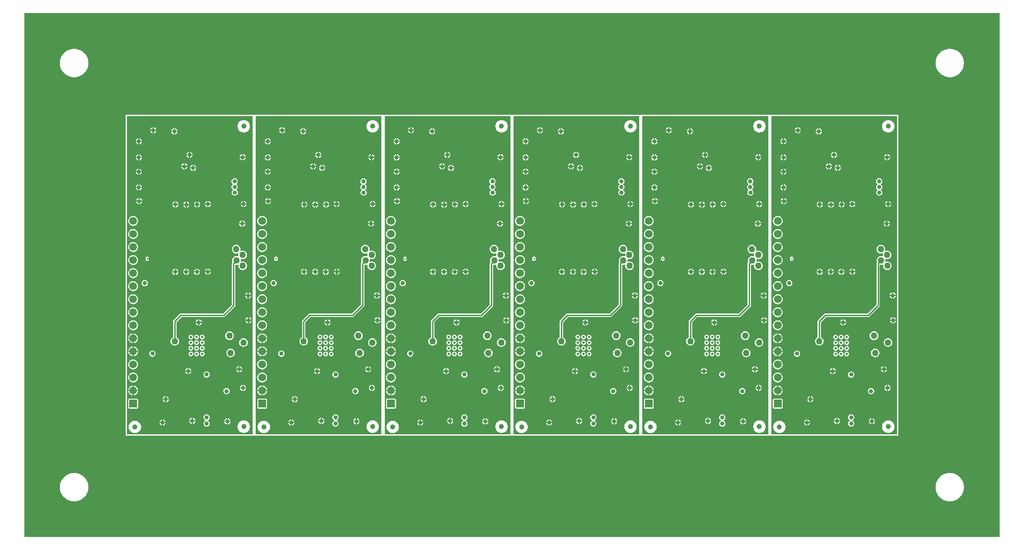
<source format=gbl>
G04*
G04 #@! TF.GenerationSoftware,Altium Limited,Altium Designer,18.0.12 (696)*
G04*
G04 Layer_Physical_Order=4*
G04 Layer_Color=16711680*
%FSLAX44Y44*%
%MOMM*%
G71*
G01*
G75*
%ADD26C,1.0000*%
%ADD28C,0.2540*%
%ADD31C,1.5000*%
%ADD32R,1.5000X1.5000*%
%ADD33C,0.8000*%
%ADD34C,0.5000*%
%ADD35C,1.2700*%
G36*
X1901900Y3100D02*
X3100D01*
Y1022900D01*
X1901900D01*
Y3100D01*
D02*
G37*
%LPC*%
G36*
X1805000Y953711D02*
X1804874Y953686D01*
X1804746Y953698D01*
X1799845Y953215D01*
X1799601Y953141D01*
X1799347Y953117D01*
X1794635Y951687D01*
X1794410Y951567D01*
X1794166Y951493D01*
X1789823Y949171D01*
X1789626Y949009D01*
X1789401Y948889D01*
X1785594Y945765D01*
X1785432Y945568D01*
X1785235Y945406D01*
X1782111Y941599D01*
X1781991Y941375D01*
X1781829Y941177D01*
X1779507Y936834D01*
X1779433Y936590D01*
X1779313Y936365D01*
X1777883Y931653D01*
X1777858Y931399D01*
X1777784Y931155D01*
X1777302Y926254D01*
X1777327Y926000D01*
X1777302Y925746D01*
X1777784Y920845D01*
X1777858Y920601D01*
X1777883Y920347D01*
X1779313Y915635D01*
X1779433Y915410D01*
X1779507Y915166D01*
X1781829Y910823D01*
X1781991Y910626D01*
X1782111Y910401D01*
X1785235Y906594D01*
X1785432Y906432D01*
X1785594Y906235D01*
X1789401Y903111D01*
X1789626Y902990D01*
X1789823Y902829D01*
X1794166Y900507D01*
X1794410Y900433D01*
X1794635Y900313D01*
X1799347Y898884D01*
X1799601Y898858D01*
X1799845Y898784D01*
X1804746Y898302D01*
X1804874Y898314D01*
X1805000Y898289D01*
X1805126Y898314D01*
X1805254Y898302D01*
X1810155Y898784D01*
X1810399Y898858D01*
X1810653Y898884D01*
X1815365Y900313D01*
X1815590Y900433D01*
X1815834Y900507D01*
X1820177Y902829D01*
X1820374Y902990D01*
X1820599Y903111D01*
X1824406Y906235D01*
X1824568Y906432D01*
X1824765Y906594D01*
X1827889Y910401D01*
X1828009Y910626D01*
X1828171Y910823D01*
X1830493Y915166D01*
X1830567Y915410D01*
X1830687Y915635D01*
X1832117Y920347D01*
X1832142Y920601D01*
X1832216Y920845D01*
X1832698Y925746D01*
X1832673Y926000D01*
X1832698Y926254D01*
X1832216Y931155D01*
X1832142Y931399D01*
X1832117Y931653D01*
X1830687Y936365D01*
X1830567Y936590D01*
X1830493Y936834D01*
X1828171Y941177D01*
X1828009Y941374D01*
X1827889Y941599D01*
X1824765Y945406D01*
X1824568Y945568D01*
X1824406Y945765D01*
X1820599Y948889D01*
X1820374Y949009D01*
X1820177Y949171D01*
X1815834Y951493D01*
X1815590Y951567D01*
X1815365Y951687D01*
X1810653Y953117D01*
X1810399Y953141D01*
X1810155Y953215D01*
X1805254Y953698D01*
X1805126Y953686D01*
X1805000Y953711D01*
D02*
G37*
G36*
X100000D02*
X99874Y953686D01*
X99746Y953698D01*
X94845Y953215D01*
X94601Y953141D01*
X94347Y953117D01*
X89635Y951687D01*
X89410Y951567D01*
X89166Y951493D01*
X84823Y949171D01*
X84626Y949009D01*
X84401Y948889D01*
X80594Y945765D01*
X80432Y945568D01*
X80235Y945406D01*
X77111Y941599D01*
X76990Y941375D01*
X76829Y941177D01*
X74507Y936834D01*
X74433Y936590D01*
X74313Y936365D01*
X72884Y931653D01*
X72859Y931399D01*
X72785Y931155D01*
X72302Y926254D01*
X72327Y926000D01*
X72302Y925746D01*
X72785Y920845D01*
X72859Y920601D01*
X72884Y920347D01*
X74313Y915635D01*
X74433Y915410D01*
X74507Y915166D01*
X76829Y910823D01*
X76990Y910626D01*
X77111Y910401D01*
X80235Y906594D01*
X80432Y906432D01*
X80594Y906235D01*
X84401Y903111D01*
X84626Y902990D01*
X84823Y902829D01*
X89166Y900507D01*
X89410Y900433D01*
X89635Y900313D01*
X94347Y898884D01*
X94601Y898858D01*
X94845Y898784D01*
X99746Y898302D01*
X99874Y898314D01*
X100000Y898289D01*
X100126Y898314D01*
X100254Y898302D01*
X105155Y898784D01*
X105399Y898858D01*
X105653Y898884D01*
X110365Y900313D01*
X110590Y900433D01*
X110834Y900507D01*
X115177Y902829D01*
X115374Y902990D01*
X115599Y903111D01*
X119406Y906235D01*
X119568Y906432D01*
X119765Y906594D01*
X122889Y910401D01*
X123010Y910626D01*
X123171Y910823D01*
X125493Y915166D01*
X125567Y915410D01*
X125687Y915635D01*
X127116Y920347D01*
X127142Y920601D01*
X127215Y920845D01*
X127698Y925746D01*
X127673Y926000D01*
X127698Y926254D01*
X127215Y931155D01*
X127142Y931399D01*
X127116Y931653D01*
X125687Y936365D01*
X125567Y936590D01*
X125493Y936834D01*
X123171Y941177D01*
X123010Y941374D01*
X122889Y941599D01*
X119765Y945406D01*
X119568Y945568D01*
X119406Y945765D01*
X115599Y948889D01*
X115374Y949009D01*
X115177Y949171D01*
X110834Y951493D01*
X110590Y951567D01*
X110365Y951687D01*
X105653Y953117D01*
X105399Y953141D01*
X105155Y953215D01*
X100254Y953698D01*
X100126Y953686D01*
X100000Y953711D01*
D02*
G37*
G36*
X1705000Y825500D02*
X200000D01*
Y200000D01*
X1705000D01*
Y825500D01*
D02*
G37*
G36*
X1805000Y127711D02*
X1804874Y127686D01*
X1804746Y127698D01*
X1799845Y127215D01*
X1799601Y127142D01*
X1799347Y127116D01*
X1794635Y125687D01*
X1794410Y125567D01*
X1794166Y125493D01*
X1789823Y123171D01*
X1789626Y123010D01*
X1789401Y122889D01*
X1785594Y119765D01*
X1785432Y119568D01*
X1785235Y119406D01*
X1782111Y115599D01*
X1781991Y115374D01*
X1781829Y115177D01*
X1779507Y110834D01*
X1779433Y110590D01*
X1779313Y110365D01*
X1777883Y105653D01*
X1777858Y105399D01*
X1777784Y105155D01*
X1777302Y100254D01*
X1777327Y100000D01*
X1777302Y99746D01*
X1777784Y94845D01*
X1777858Y94601D01*
X1777883Y94347D01*
X1779313Y89635D01*
X1779433Y89410D01*
X1779507Y89166D01*
X1781829Y84823D01*
X1781991Y84626D01*
X1782111Y84401D01*
X1785235Y80594D01*
X1785432Y80432D01*
X1785594Y80235D01*
X1789401Y77111D01*
X1789626Y76990D01*
X1789823Y76829D01*
X1794166Y74507D01*
X1794410Y74433D01*
X1794635Y74313D01*
X1799347Y72884D01*
X1799601Y72859D01*
X1799845Y72785D01*
X1804746Y72302D01*
X1804874Y72314D01*
X1805000Y72289D01*
X1805126Y72314D01*
X1805254Y72302D01*
X1810155Y72785D01*
X1810399Y72859D01*
X1810653Y72884D01*
X1815365Y74313D01*
X1815590Y74433D01*
X1815834Y74507D01*
X1820177Y76829D01*
X1820374Y76990D01*
X1820599Y77111D01*
X1824406Y80235D01*
X1824568Y80432D01*
X1824765Y80594D01*
X1827889Y84401D01*
X1828009Y84626D01*
X1828171Y84823D01*
X1830493Y89166D01*
X1830567Y89410D01*
X1830687Y89635D01*
X1832117Y94347D01*
X1832142Y94601D01*
X1832216Y94845D01*
X1832698Y99746D01*
X1832673Y100000D01*
X1832698Y100254D01*
X1832216Y105155D01*
X1832142Y105399D01*
X1832117Y105653D01*
X1830687Y110365D01*
X1830567Y110590D01*
X1830493Y110834D01*
X1828171Y115177D01*
X1828009Y115374D01*
X1827889Y115599D01*
X1824765Y119406D01*
X1824568Y119568D01*
X1824406Y119765D01*
X1820599Y122889D01*
X1820374Y123010D01*
X1820177Y123171D01*
X1815834Y125493D01*
X1815590Y125567D01*
X1815365Y125687D01*
X1810653Y127116D01*
X1810399Y127142D01*
X1810155Y127215D01*
X1805254Y127698D01*
X1805126Y127686D01*
X1805000Y127711D01*
D02*
G37*
G36*
X100000D02*
X99874Y127686D01*
X99746Y127698D01*
X94845Y127215D01*
X94601Y127142D01*
X94347Y127116D01*
X89635Y125687D01*
X89410Y125567D01*
X89166Y125493D01*
X84823Y123171D01*
X84626Y123010D01*
X84401Y122889D01*
X80594Y119765D01*
X80432Y119568D01*
X80235Y119406D01*
X77111Y115599D01*
X76990Y115374D01*
X76829Y115177D01*
X74507Y110834D01*
X74433Y110590D01*
X74313Y110365D01*
X72884Y105653D01*
X72859Y105399D01*
X72785Y105155D01*
X72302Y100254D01*
X72327Y100000D01*
X72302Y99746D01*
X72785Y94845D01*
X72859Y94601D01*
X72884Y94347D01*
X74313Y89635D01*
X74433Y89410D01*
X74507Y89166D01*
X76829Y84823D01*
X76990Y84626D01*
X77111Y84401D01*
X80235Y80594D01*
X80432Y80432D01*
X80594Y80235D01*
X84401Y77111D01*
X84626Y76990D01*
X84823Y76829D01*
X89166Y74507D01*
X89410Y74433D01*
X89635Y74313D01*
X94347Y72884D01*
X94601Y72859D01*
X94845Y72785D01*
X99746Y72302D01*
X99874Y72314D01*
X100000Y72289D01*
X100126Y72314D01*
X100254Y72302D01*
X105155Y72785D01*
X105399Y72859D01*
X105653Y72884D01*
X110365Y74313D01*
X110590Y74433D01*
X110834Y74507D01*
X115177Y76829D01*
X115374Y76990D01*
X115599Y77111D01*
X119406Y80235D01*
X119568Y80432D01*
X119765Y80594D01*
X122889Y84401D01*
X123010Y84626D01*
X123171Y84823D01*
X125493Y89166D01*
X125567Y89410D01*
X125687Y89635D01*
X127116Y94347D01*
X127142Y94601D01*
X127215Y94845D01*
X127698Y99746D01*
X127673Y100000D01*
X127698Y100254D01*
X127215Y105155D01*
X127142Y105399D01*
X127116Y105653D01*
X125687Y110365D01*
X125567Y110590D01*
X125493Y110834D01*
X123171Y115177D01*
X123010Y115374D01*
X122889Y115599D01*
X119765Y119406D01*
X119568Y119568D01*
X119406Y119765D01*
X115599Y122889D01*
X115374Y123010D01*
X115177Y123171D01*
X110834Y125493D01*
X110590Y125567D01*
X110365Y125687D01*
X105653Y127116D01*
X105399Y127142D01*
X105155Y127215D01*
X100254Y127698D01*
X100126Y127686D01*
X100000Y127711D01*
D02*
G37*
%LPD*%
G36*
X1702451Y202549D02*
X1457549D01*
Y822951D01*
X1702451D01*
Y202549D01*
D02*
G37*
G36*
X1451451D02*
X1206549D01*
Y822951D01*
X1451451D01*
Y202549D01*
D02*
G37*
G36*
X1200451D02*
X955549D01*
Y822951D01*
X1200451D01*
Y202549D01*
D02*
G37*
G36*
X949451D02*
X704549D01*
Y822951D01*
X949451D01*
Y202549D01*
D02*
G37*
G36*
X698451D02*
X453549D01*
Y822951D01*
X698451D01*
Y202549D01*
D02*
G37*
G36*
X447451D02*
X202549D01*
Y822951D01*
X447451D01*
Y202549D01*
D02*
G37*
%LPC*%
G36*
X1510000Y800919D02*
Y796000D01*
X1514919D01*
X1514652Y797341D01*
X1513326Y799326D01*
X1511341Y800652D01*
X1510000Y800919D01*
D02*
G37*
G36*
X1508000D02*
X1506659Y800652D01*
X1504674Y799326D01*
X1503348Y797341D01*
X1503082Y796000D01*
X1508000D01*
Y800919D01*
D02*
G37*
G36*
X1551000Y798919D02*
Y794000D01*
X1555919D01*
X1555652Y795341D01*
X1554326Y797326D01*
X1552341Y798652D01*
X1551000Y798919D01*
D02*
G37*
G36*
X1549000D02*
X1547659Y798652D01*
X1545674Y797326D01*
X1544348Y795341D01*
X1544082Y794000D01*
X1549000D01*
Y798919D01*
D02*
G37*
G36*
X1685250Y814904D02*
X1682104Y814490D01*
X1679173Y813276D01*
X1676656Y811344D01*
X1674724Y808827D01*
X1673510Y805896D01*
X1673096Y802750D01*
X1673510Y799604D01*
X1674724Y796673D01*
X1676656Y794156D01*
X1679173Y792224D01*
X1682104Y791010D01*
X1685250Y790596D01*
X1688396Y791010D01*
X1691327Y792224D01*
X1693844Y794156D01*
X1695776Y796673D01*
X1696990Y799604D01*
X1697404Y802750D01*
X1696990Y805896D01*
X1695776Y808827D01*
X1693844Y811344D01*
X1691327Y813276D01*
X1688396Y814490D01*
X1685250Y814904D01*
D02*
G37*
G36*
X1514919Y794000D02*
X1510000D01*
Y789081D01*
X1511341Y789348D01*
X1513326Y790674D01*
X1514652Y792659D01*
X1514919Y794000D01*
D02*
G37*
G36*
X1508000D02*
X1503082D01*
X1503348Y792659D01*
X1504674Y790674D01*
X1506659Y789348D01*
X1508000Y789081D01*
Y794000D01*
D02*
G37*
G36*
X1555919Y792000D02*
X1551000D01*
Y787081D01*
X1552341Y787348D01*
X1554326Y788674D01*
X1555652Y790659D01*
X1555919Y792000D01*
D02*
G37*
G36*
X1549000D02*
X1544082D01*
X1544348Y790659D01*
X1545674Y788674D01*
X1547659Y787348D01*
X1549000Y787081D01*
Y792000D01*
D02*
G37*
G36*
X1482000Y779419D02*
Y774500D01*
X1486919D01*
X1486652Y775841D01*
X1485326Y777826D01*
X1483341Y779152D01*
X1482000Y779419D01*
D02*
G37*
G36*
X1480000D02*
X1478659Y779152D01*
X1476674Y777826D01*
X1475348Y775841D01*
X1475082Y774500D01*
X1480000D01*
Y779419D01*
D02*
G37*
G36*
X1486919Y772500D02*
X1482000D01*
Y767581D01*
X1483341Y767848D01*
X1485326Y769174D01*
X1486652Y771159D01*
X1486919Y772500D01*
D02*
G37*
G36*
X1480000D02*
X1475082D01*
X1475348Y771159D01*
X1476674Y769174D01*
X1478659Y767848D01*
X1480000Y767581D01*
Y772500D01*
D02*
G37*
G36*
X1580500Y752919D02*
Y748000D01*
X1585419D01*
X1585152Y749341D01*
X1583826Y751326D01*
X1581841Y752652D01*
X1580500Y752919D01*
D02*
G37*
G36*
X1578500D02*
X1577159Y752652D01*
X1575174Y751326D01*
X1573848Y749341D01*
X1573582Y748000D01*
X1578500D01*
Y752919D01*
D02*
G37*
G36*
X1684000Y748419D02*
Y743500D01*
X1688919D01*
X1688652Y744841D01*
X1687326Y746826D01*
X1685341Y748152D01*
X1684000Y748419D01*
D02*
G37*
G36*
X1682000D02*
X1680659Y748152D01*
X1678674Y746826D01*
X1677348Y744841D01*
X1677082Y743500D01*
X1682000D01*
Y748419D01*
D02*
G37*
G36*
X1482000Y747919D02*
Y743000D01*
X1486919D01*
X1486652Y744341D01*
X1485326Y746326D01*
X1483341Y747652D01*
X1482000Y747919D01*
D02*
G37*
G36*
X1480000D02*
X1478659Y747652D01*
X1476674Y746326D01*
X1475348Y744341D01*
X1475082Y743000D01*
X1480000D01*
Y747919D01*
D02*
G37*
G36*
X1585419Y746000D02*
X1580500D01*
Y741081D01*
X1581841Y741348D01*
X1583826Y742674D01*
X1585152Y744659D01*
X1585419Y746000D01*
D02*
G37*
G36*
X1578500D02*
X1573582D01*
X1573848Y744659D01*
X1575174Y742674D01*
X1577159Y741348D01*
X1578500Y741081D01*
Y746000D01*
D02*
G37*
G36*
X1688919Y741500D02*
X1684000D01*
Y736581D01*
X1685341Y736848D01*
X1687326Y738174D01*
X1688652Y740159D01*
X1688919Y741500D01*
D02*
G37*
G36*
X1682000D02*
X1677082D01*
X1677348Y740159D01*
X1678674Y738174D01*
X1680659Y736848D01*
X1682000Y736581D01*
Y741500D01*
D02*
G37*
G36*
X1486919Y741000D02*
X1482000D01*
Y736081D01*
X1483341Y736348D01*
X1485326Y737674D01*
X1486652Y739659D01*
X1486919Y741000D01*
D02*
G37*
G36*
X1480000D02*
X1475082D01*
X1475348Y739659D01*
X1476674Y737674D01*
X1478659Y736348D01*
X1480000Y736081D01*
Y741000D01*
D02*
G37*
G36*
X1570500Y730669D02*
Y725750D01*
X1575419D01*
X1575152Y727091D01*
X1573826Y729076D01*
X1571841Y730402D01*
X1570500Y730669D01*
D02*
G37*
G36*
X1568500D02*
X1567159Y730402D01*
X1565174Y729076D01*
X1563848Y727091D01*
X1563582Y725750D01*
X1568500D01*
Y730669D01*
D02*
G37*
G36*
X1587750Y727669D02*
Y722750D01*
X1592669D01*
X1592402Y724091D01*
X1591076Y726076D01*
X1589091Y727402D01*
X1587750Y727669D01*
D02*
G37*
G36*
X1585750D02*
X1584409Y727402D01*
X1582424Y726076D01*
X1581098Y724091D01*
X1580832Y722750D01*
X1585750D01*
Y727669D01*
D02*
G37*
G36*
X1575419Y723750D02*
X1570500D01*
Y718831D01*
X1571841Y719098D01*
X1573826Y720424D01*
X1575152Y722409D01*
X1575419Y723750D01*
D02*
G37*
G36*
X1568500D02*
X1563582D01*
X1563848Y722409D01*
X1565174Y720424D01*
X1567159Y719098D01*
X1568500Y718831D01*
Y723750D01*
D02*
G37*
G36*
X1592669Y720750D02*
X1587750D01*
Y715831D01*
X1589091Y716098D01*
X1591076Y717424D01*
X1592402Y719409D01*
X1592669Y720750D01*
D02*
G37*
G36*
X1585750D02*
X1580832D01*
X1581098Y719409D01*
X1582424Y717424D01*
X1584409Y716098D01*
X1585750Y715831D01*
Y720750D01*
D02*
G37*
G36*
X1482000Y720419D02*
Y715500D01*
X1486919D01*
X1486652Y716841D01*
X1485326Y718826D01*
X1483341Y720152D01*
X1482000Y720419D01*
D02*
G37*
G36*
X1480000D02*
X1478659Y720152D01*
X1476674Y718826D01*
X1475348Y716841D01*
X1475082Y715500D01*
X1480000D01*
Y720419D01*
D02*
G37*
G36*
X1486919Y713500D02*
X1482000D01*
Y708581D01*
X1483341Y708848D01*
X1485326Y710174D01*
X1486652Y712159D01*
X1486919Y713500D01*
D02*
G37*
G36*
X1480000D02*
X1475082D01*
X1475348Y712159D01*
X1476674Y710174D01*
X1478659Y708848D01*
X1480000Y708581D01*
Y713500D01*
D02*
G37*
G36*
X1482000Y689669D02*
Y684750D01*
X1486919D01*
X1486652Y686091D01*
X1485326Y688076D01*
X1483341Y689402D01*
X1482000Y689669D01*
D02*
G37*
G36*
X1480000D02*
X1478659Y689402D01*
X1476674Y688076D01*
X1475348Y686091D01*
X1475082Y684750D01*
X1480000D01*
Y689669D01*
D02*
G37*
G36*
X1486919Y682750D02*
X1482000D01*
Y677831D01*
X1483341Y678098D01*
X1485326Y679424D01*
X1486652Y681409D01*
X1486919Y682750D01*
D02*
G37*
G36*
X1480000D02*
X1475082D01*
X1475348Y681409D01*
X1476674Y679424D01*
X1478659Y678098D01*
X1480000Y677831D01*
Y682750D01*
D02*
G37*
G36*
X1667500Y701618D02*
X1665159Y701152D01*
X1663174Y699826D01*
X1661848Y697841D01*
X1661383Y695500D01*
X1661848Y693159D01*
X1663174Y691174D01*
X1663794Y690760D01*
Y689490D01*
X1663174Y689076D01*
X1661848Y687091D01*
X1661383Y684750D01*
X1661848Y682409D01*
X1663174Y680424D01*
X1664106Y679801D01*
Y678531D01*
X1663424Y678076D01*
X1662098Y676091D01*
X1661633Y673750D01*
X1662098Y671409D01*
X1663424Y669424D01*
X1665409Y668098D01*
X1667750Y667632D01*
X1670091Y668098D01*
X1672076Y669424D01*
X1673402Y671409D01*
X1673868Y673750D01*
X1673402Y676091D01*
X1672076Y678076D01*
X1671144Y678699D01*
Y679968D01*
X1671826Y680424D01*
X1673152Y682409D01*
X1673618Y684750D01*
X1673152Y687091D01*
X1671826Y689076D01*
X1671206Y689490D01*
Y690760D01*
X1671826Y691174D01*
X1673152Y693159D01*
X1673618Y695500D01*
X1673152Y697841D01*
X1671826Y699826D01*
X1669841Y701152D01*
X1667500Y701618D01*
D02*
G37*
G36*
X1482750Y662919D02*
Y658000D01*
X1487669D01*
X1487402Y659341D01*
X1486076Y661326D01*
X1484091Y662652D01*
X1482750Y662919D01*
D02*
G37*
G36*
X1480750D02*
X1479409Y662652D01*
X1477424Y661326D01*
X1476098Y659341D01*
X1475832Y658000D01*
X1480750D01*
Y662919D01*
D02*
G37*
G36*
X1686000Y657169D02*
Y652250D01*
X1690919D01*
X1690652Y653591D01*
X1689326Y655576D01*
X1687341Y656902D01*
X1686000Y657169D01*
D02*
G37*
G36*
X1684000D02*
X1682659Y656902D01*
X1680674Y655576D01*
X1679348Y653591D01*
X1679082Y652250D01*
X1684000D01*
Y657169D01*
D02*
G37*
G36*
X1616250D02*
Y652250D01*
X1621169D01*
X1620902Y653591D01*
X1619576Y655576D01*
X1617591Y656902D01*
X1616250Y657169D01*
D02*
G37*
G36*
X1614250D02*
X1612909Y656902D01*
X1610924Y655576D01*
X1609598Y653591D01*
X1609332Y652250D01*
X1614250D01*
Y657169D01*
D02*
G37*
G36*
X1595500Y656419D02*
Y651500D01*
X1600419D01*
X1600152Y652841D01*
X1598826Y654826D01*
X1596841Y656152D01*
X1595500Y656419D01*
D02*
G37*
G36*
X1593500D02*
X1592159Y656152D01*
X1590174Y654826D01*
X1588848Y652841D01*
X1588582Y651500D01*
X1593500D01*
Y656419D01*
D02*
G37*
G36*
X1553000D02*
Y651500D01*
X1557919D01*
X1557652Y652841D01*
X1556326Y654826D01*
X1554341Y656152D01*
X1553000Y656419D01*
D02*
G37*
G36*
X1551000D02*
X1549659Y656152D01*
X1547675Y654826D01*
X1546348Y652841D01*
X1546082Y651500D01*
X1551000D01*
Y656419D01*
D02*
G37*
G36*
X1574500Y656169D02*
Y651250D01*
X1579419D01*
X1579152Y652591D01*
X1577826Y654576D01*
X1575841Y655902D01*
X1574500Y656169D01*
D02*
G37*
G36*
X1572500D02*
X1571159Y655902D01*
X1569174Y654576D01*
X1567848Y652591D01*
X1567581Y651250D01*
X1572500D01*
Y656169D01*
D02*
G37*
G36*
X1487669Y656000D02*
X1482750D01*
Y651081D01*
X1484091Y651348D01*
X1486076Y652674D01*
X1487402Y654659D01*
X1487669Y656000D01*
D02*
G37*
G36*
X1480750D02*
X1475832D01*
X1476098Y654659D01*
X1477424Y652674D01*
X1479409Y651348D01*
X1480750Y651081D01*
Y656000D01*
D02*
G37*
G36*
X1690919Y650250D02*
X1686000D01*
Y645331D01*
X1687341Y645598D01*
X1689326Y646924D01*
X1690652Y648909D01*
X1690919Y650250D01*
D02*
G37*
G36*
X1684000D02*
X1679082D01*
X1679348Y648909D01*
X1680674Y646924D01*
X1682659Y645598D01*
X1684000Y645331D01*
Y650250D01*
D02*
G37*
G36*
X1621169D02*
X1616250D01*
Y645331D01*
X1617591Y645598D01*
X1619576Y646924D01*
X1620902Y648909D01*
X1621169Y650250D01*
D02*
G37*
G36*
X1614250D02*
X1609332D01*
X1609598Y648909D01*
X1610924Y646924D01*
X1612909Y645598D01*
X1614250Y645331D01*
Y650250D01*
D02*
G37*
G36*
X1600419Y649500D02*
X1595500D01*
Y644581D01*
X1596841Y644848D01*
X1598826Y646174D01*
X1600152Y648159D01*
X1600419Y649500D01*
D02*
G37*
G36*
X1593500D02*
X1588582D01*
X1588848Y648159D01*
X1590174Y646174D01*
X1592159Y644848D01*
X1593500Y644581D01*
Y649500D01*
D02*
G37*
G36*
X1557919D02*
X1553000D01*
Y644581D01*
X1554341Y644848D01*
X1556326Y646174D01*
X1557652Y648159D01*
X1557919Y649500D01*
D02*
G37*
G36*
X1551000D02*
X1546082D01*
X1546348Y648159D01*
X1547675Y646174D01*
X1549659Y644848D01*
X1551000Y644581D01*
Y649500D01*
D02*
G37*
G36*
X1579419Y649250D02*
X1574500D01*
Y644331D01*
X1575841Y644598D01*
X1577826Y645924D01*
X1579152Y647909D01*
X1579419Y649250D01*
D02*
G37*
G36*
X1572500D02*
X1567581D01*
X1567848Y647909D01*
X1569174Y645924D01*
X1571159Y644598D01*
X1572500Y644331D01*
Y649250D01*
D02*
G37*
G36*
X1683250Y619169D02*
Y614250D01*
X1688169D01*
X1687902Y615591D01*
X1686576Y617576D01*
X1684591Y618902D01*
X1683250Y619169D01*
D02*
G37*
G36*
X1681250D02*
X1679909Y618902D01*
X1677924Y617576D01*
X1676598Y615591D01*
X1676331Y614250D01*
X1681250D01*
Y619169D01*
D02*
G37*
G36*
X1470000Y627882D02*
X1467520Y627555D01*
X1465209Y626598D01*
X1463225Y625075D01*
X1461702Y623091D01*
X1460745Y620780D01*
X1460418Y618300D01*
X1460745Y615820D01*
X1461702Y613509D01*
X1463225Y611525D01*
X1465209Y610002D01*
X1467520Y609044D01*
X1470000Y608718D01*
X1472480Y609044D01*
X1474791Y610002D01*
X1476776Y611525D01*
X1478298Y613509D01*
X1479256Y615820D01*
X1479582Y618300D01*
X1479256Y620780D01*
X1478298Y623091D01*
X1476776Y625075D01*
X1474791Y626598D01*
X1472480Y627555D01*
X1470000Y627882D01*
D02*
G37*
G36*
X1688169Y612250D02*
X1683250D01*
Y607331D01*
X1684591Y607598D01*
X1686576Y608924D01*
X1687902Y610909D01*
X1688169Y612250D01*
D02*
G37*
G36*
X1681250D02*
X1676331D01*
X1676598Y610909D01*
X1677924Y608924D01*
X1679909Y607598D01*
X1681250Y607331D01*
Y612250D01*
D02*
G37*
G36*
X1470000Y602482D02*
X1467520Y602155D01*
X1465209Y601198D01*
X1463225Y599675D01*
X1461702Y597691D01*
X1460745Y595380D01*
X1460418Y592900D01*
X1460745Y590420D01*
X1461702Y588109D01*
X1463225Y586124D01*
X1465209Y584602D01*
X1467520Y583644D01*
X1470000Y583318D01*
X1472480Y583644D01*
X1474791Y584602D01*
X1476776Y586124D01*
X1478298Y588109D01*
X1479256Y590420D01*
X1479582Y592900D01*
X1479256Y595380D01*
X1478298Y597691D01*
X1476776Y599675D01*
X1474791Y601198D01*
X1472480Y602155D01*
X1470000Y602482D01*
D02*
G37*
G36*
Y577082D02*
X1467520Y576755D01*
X1465209Y575798D01*
X1463225Y574275D01*
X1461702Y572291D01*
X1460745Y569980D01*
X1460418Y567500D01*
X1460745Y565020D01*
X1461702Y562709D01*
X1463225Y560724D01*
X1465209Y559202D01*
X1467520Y558245D01*
X1470000Y557918D01*
X1472480Y558245D01*
X1474791Y559202D01*
X1476776Y560724D01*
X1478298Y562709D01*
X1479256Y565020D01*
X1479582Y567500D01*
X1479256Y569980D01*
X1478298Y572291D01*
X1476776Y574275D01*
X1474791Y575798D01*
X1472480Y576755D01*
X1470000Y577082D01*
D02*
G37*
G36*
X1670750Y571922D02*
X1668570Y571635D01*
X1666539Y570794D01*
X1664795Y569455D01*
X1663457Y567711D01*
X1662615Y565680D01*
X1662328Y563500D01*
X1662615Y561320D01*
X1663457Y559289D01*
X1664795Y557545D01*
X1666539Y556206D01*
X1668570Y555365D01*
X1670750Y555078D01*
X1672930Y555365D01*
X1674182Y555884D01*
X1675154Y554912D01*
X1675002Y554543D01*
X1674715Y552363D01*
X1674977Y550369D01*
X1674566Y549871D01*
X1673942Y549423D01*
X1673430Y549635D01*
X1671250Y549922D01*
X1669070Y549635D01*
X1667039Y548794D01*
X1665295Y547455D01*
X1663956Y545711D01*
X1663115Y543680D01*
X1662828Y541500D01*
X1663115Y539320D01*
X1663478Y538443D01*
X1663143Y538107D01*
X1662420Y537026D01*
X1662166Y535750D01*
Y455381D01*
X1644869Y438084D01*
X1562750D01*
X1561474Y437830D01*
X1560393Y437108D01*
X1548643Y425358D01*
X1547920Y424276D01*
X1547666Y423000D01*
Y391907D01*
X1546789Y391544D01*
X1545045Y390205D01*
X1543707Y388461D01*
X1542865Y386430D01*
X1542578Y384250D01*
X1542865Y382070D01*
X1543707Y380039D01*
X1545045Y378295D01*
X1546789Y376956D01*
X1548820Y376115D01*
X1551000Y375828D01*
X1553180Y376115D01*
X1555211Y376956D01*
X1556956Y378295D01*
X1558294Y380039D01*
X1559135Y382070D01*
X1559422Y384250D01*
X1559135Y386430D01*
X1558294Y388461D01*
X1556956Y390205D01*
X1555211Y391544D01*
X1554334Y391907D01*
Y421619D01*
X1564131Y431416D01*
X1646250D01*
X1647526Y431670D01*
X1648608Y432393D01*
X1667858Y451642D01*
X1668580Y452724D01*
X1668834Y454000D01*
Y532146D01*
X1670104Y533229D01*
X1671250Y533078D01*
X1673430Y533365D01*
X1673942Y533577D01*
X1674088Y533527D01*
X1675047Y532660D01*
X1674828Y531000D01*
X1675115Y528820D01*
X1675957Y526789D01*
X1677295Y525045D01*
X1679039Y523706D01*
X1681070Y522865D01*
X1683250Y522578D01*
X1685430Y522865D01*
X1687461Y523706D01*
X1689205Y525045D01*
X1690544Y526789D01*
X1691385Y528820D01*
X1691672Y531000D01*
X1691385Y533180D01*
X1690544Y535211D01*
X1689205Y536955D01*
X1687461Y538294D01*
X1685430Y539135D01*
X1683250Y539422D01*
X1681070Y539135D01*
X1680559Y538923D01*
X1680412Y538973D01*
X1679454Y539840D01*
X1679672Y541500D01*
X1679410Y543495D01*
X1679821Y543993D01*
X1680445Y544440D01*
X1680957Y544228D01*
X1683137Y543941D01*
X1685316Y544228D01*
X1687348Y545070D01*
X1689092Y546408D01*
X1690430Y548152D01*
X1691272Y550184D01*
X1691559Y552363D01*
X1691272Y554543D01*
X1690430Y556575D01*
X1689092Y558319D01*
X1687348Y559657D01*
X1685316Y560499D01*
X1683137Y560785D01*
X1680957Y560499D01*
X1679705Y559980D01*
X1678733Y560952D01*
X1678885Y561320D01*
X1679172Y563500D01*
X1678885Y565680D01*
X1678044Y567711D01*
X1676705Y569455D01*
X1674961Y570794D01*
X1672930Y571635D01*
X1670750Y571922D01*
D02*
G37*
G36*
X1497250Y549398D02*
X1495974Y549145D01*
X1494893Y548422D01*
X1494170Y547340D01*
X1493916Y546064D01*
Y543750D01*
X1494170Y542474D01*
X1494893Y541393D01*
X1495974Y540670D01*
X1497250Y540416D01*
X1498526Y540670D01*
X1499608Y541393D01*
X1500331Y542474D01*
X1500584Y543750D01*
Y546064D01*
X1500331Y547340D01*
X1499608Y548422D01*
X1498526Y549145D01*
X1497250Y549398D01*
D02*
G37*
G36*
X1470000Y551682D02*
X1467520Y551355D01*
X1465209Y550398D01*
X1463225Y548875D01*
X1461702Y546891D01*
X1460745Y544580D01*
X1460418Y542100D01*
X1460745Y539620D01*
X1461702Y537309D01*
X1463225Y535325D01*
X1465209Y533802D01*
X1467520Y532845D01*
X1470000Y532518D01*
X1472480Y532845D01*
X1474791Y533802D01*
X1476776Y535325D01*
X1478298Y537309D01*
X1479256Y539620D01*
X1479582Y542100D01*
X1479256Y544580D01*
X1478298Y546891D01*
X1476776Y548875D01*
X1474791Y550398D01*
X1472480Y551355D01*
X1470000Y551682D01*
D02*
G37*
G36*
X1616500Y525669D02*
Y520750D01*
X1621419D01*
X1621152Y522091D01*
X1619826Y524076D01*
X1617841Y525402D01*
X1616500Y525669D01*
D02*
G37*
G36*
X1614500D02*
X1613159Y525402D01*
X1611174Y524076D01*
X1609848Y522091D01*
X1609582Y520750D01*
X1614500D01*
Y525669D01*
D02*
G37*
G36*
X1574250Y525419D02*
Y520500D01*
X1579169D01*
X1578902Y521841D01*
X1577576Y523826D01*
X1575591Y525152D01*
X1574250Y525419D01*
D02*
G37*
G36*
X1572250D02*
X1570909Y525152D01*
X1568924Y523826D01*
X1567598Y521841D01*
X1567332Y520500D01*
X1572250D01*
Y525419D01*
D02*
G37*
G36*
X1552750D02*
Y520500D01*
X1557669D01*
X1557402Y521841D01*
X1556076Y523826D01*
X1554091Y525152D01*
X1552750Y525419D01*
D02*
G37*
G36*
X1550750D02*
X1549409Y525152D01*
X1547424Y523826D01*
X1546098Y521841D01*
X1545832Y520500D01*
X1550750D01*
Y525419D01*
D02*
G37*
G36*
X1595000Y525169D02*
Y520250D01*
X1599919D01*
X1599652Y521591D01*
X1598326Y523576D01*
X1596341Y524902D01*
X1595000Y525169D01*
D02*
G37*
G36*
X1593000D02*
X1591659Y524902D01*
X1589674Y523576D01*
X1588348Y521591D01*
X1588082Y520250D01*
X1593000D01*
Y525169D01*
D02*
G37*
G36*
X1621419Y518750D02*
X1616500D01*
Y513831D01*
X1617841Y514098D01*
X1619826Y515424D01*
X1621152Y517409D01*
X1621419Y518750D01*
D02*
G37*
G36*
X1614500D02*
X1609582D01*
X1609848Y517409D01*
X1611174Y515424D01*
X1613159Y514098D01*
X1614500Y513831D01*
Y518750D01*
D02*
G37*
G36*
X1579169Y518500D02*
X1574250D01*
Y513581D01*
X1575591Y513848D01*
X1577576Y515174D01*
X1578902Y517159D01*
X1579169Y518500D01*
D02*
G37*
G36*
X1572250D02*
X1567332D01*
X1567598Y517159D01*
X1568924Y515174D01*
X1570909Y513848D01*
X1572250Y513581D01*
Y518500D01*
D02*
G37*
G36*
X1557669D02*
X1552750D01*
Y513581D01*
X1554091Y513848D01*
X1556076Y515174D01*
X1557402Y517159D01*
X1557669Y518500D01*
D02*
G37*
G36*
X1550750D02*
X1545832D01*
X1546098Y517159D01*
X1547424Y515174D01*
X1549409Y513848D01*
X1550750Y513581D01*
Y518500D01*
D02*
G37*
G36*
X1599919Y518250D02*
X1595000D01*
Y513331D01*
X1596341Y513598D01*
X1598326Y514924D01*
X1599652Y516909D01*
X1599919Y518250D01*
D02*
G37*
G36*
X1593000D02*
X1588082D01*
X1588348Y516909D01*
X1589674Y514924D01*
X1591659Y513598D01*
X1593000Y513331D01*
Y518250D01*
D02*
G37*
G36*
X1470000Y526282D02*
X1467520Y525955D01*
X1465209Y524998D01*
X1463225Y523475D01*
X1461702Y521491D01*
X1460745Y519180D01*
X1460418Y516700D01*
X1460745Y514220D01*
X1461702Y511909D01*
X1463225Y509925D01*
X1465209Y508402D01*
X1467520Y507444D01*
X1470000Y507118D01*
X1472480Y507444D01*
X1474791Y508402D01*
X1476776Y509925D01*
X1478298Y511909D01*
X1479256Y514220D01*
X1479582Y516700D01*
X1479256Y519180D01*
X1478298Y521491D01*
X1476776Y523475D01*
X1474791Y524998D01*
X1472480Y525955D01*
X1470000Y526282D01*
D02*
G37*
G36*
X1492500Y503618D02*
X1490159Y503152D01*
X1488174Y501826D01*
X1486848Y499841D01*
X1486383Y497500D01*
X1486848Y495159D01*
X1488174Y493174D01*
X1490159Y491848D01*
X1492500Y491382D01*
X1494841Y491848D01*
X1496826Y493174D01*
X1498152Y495159D01*
X1498618Y497500D01*
X1498152Y499841D01*
X1496826Y501826D01*
X1494841Y503152D01*
X1492500Y503618D01*
D02*
G37*
G36*
X1470000Y500882D02*
X1467520Y500555D01*
X1465209Y499598D01*
X1463225Y498075D01*
X1461702Y496091D01*
X1460745Y493780D01*
X1460418Y491300D01*
X1460745Y488820D01*
X1461702Y486509D01*
X1463225Y484524D01*
X1465209Y483002D01*
X1467520Y482044D01*
X1470000Y481718D01*
X1472480Y482044D01*
X1474791Y483002D01*
X1476776Y484524D01*
X1478298Y486509D01*
X1479256Y488820D01*
X1479582Y491300D01*
X1479256Y493780D01*
X1478298Y496091D01*
X1476776Y498075D01*
X1474791Y499598D01*
X1472480Y500555D01*
X1470000Y500882D01*
D02*
G37*
G36*
X1694750Y479169D02*
Y474250D01*
X1699669D01*
X1699402Y475591D01*
X1698076Y477576D01*
X1696091Y478902D01*
X1694750Y479169D01*
D02*
G37*
G36*
X1692750D02*
X1691409Y478902D01*
X1689424Y477576D01*
X1688098Y475591D01*
X1687832Y474250D01*
X1692750D01*
Y479169D01*
D02*
G37*
G36*
X1699669Y472250D02*
X1694750D01*
Y467331D01*
X1696091Y467598D01*
X1698076Y468924D01*
X1699402Y470909D01*
X1699669Y472250D01*
D02*
G37*
G36*
X1692750D02*
X1687832D01*
X1688098Y470909D01*
X1689424Y468924D01*
X1691409Y467598D01*
X1692750Y467331D01*
Y472250D01*
D02*
G37*
G36*
X1470000Y475482D02*
X1467520Y475155D01*
X1465209Y474198D01*
X1463225Y472675D01*
X1461702Y470691D01*
X1460745Y468380D01*
X1460418Y465900D01*
X1460745Y463420D01*
X1461702Y461109D01*
X1463225Y459124D01*
X1465209Y457602D01*
X1467520Y456645D01*
X1470000Y456318D01*
X1472480Y456645D01*
X1474791Y457602D01*
X1476776Y459124D01*
X1478298Y461109D01*
X1479256Y463420D01*
X1479582Y465900D01*
X1479256Y468380D01*
X1478298Y470691D01*
X1476776Y472675D01*
X1474791Y474198D01*
X1472480Y475155D01*
X1470000Y475482D01*
D02*
G37*
G36*
Y450082D02*
X1467520Y449755D01*
X1465209Y448798D01*
X1463225Y447275D01*
X1461702Y445291D01*
X1460745Y442980D01*
X1460418Y440500D01*
X1460745Y438020D01*
X1461702Y435709D01*
X1463225Y433725D01*
X1465209Y432202D01*
X1467520Y431245D01*
X1470000Y430918D01*
X1472480Y431245D01*
X1474791Y432202D01*
X1476776Y433725D01*
X1478298Y435709D01*
X1479256Y438020D01*
X1479582Y440500D01*
X1479256Y442980D01*
X1478298Y445291D01*
X1476776Y447275D01*
X1474791Y448798D01*
X1472480Y449755D01*
X1470000Y450082D01*
D02*
G37*
G36*
X1695500Y430919D02*
Y426000D01*
X1700419D01*
X1700152Y427341D01*
X1698826Y429326D01*
X1696841Y430652D01*
X1695500Y430919D01*
D02*
G37*
G36*
X1693500D02*
X1692159Y430652D01*
X1690174Y429326D01*
X1688848Y427341D01*
X1688582Y426000D01*
X1693500D01*
Y430919D01*
D02*
G37*
G36*
X1598500Y426669D02*
Y421750D01*
X1603419D01*
X1603152Y423091D01*
X1601826Y425076D01*
X1599841Y426402D01*
X1598500Y426669D01*
D02*
G37*
G36*
X1596500D02*
X1595159Y426402D01*
X1593174Y425076D01*
X1591848Y423091D01*
X1591582Y421750D01*
X1596500D01*
Y426669D01*
D02*
G37*
G36*
X1700419Y424000D02*
X1695500D01*
Y419081D01*
X1696841Y419348D01*
X1698826Y420674D01*
X1700152Y422659D01*
X1700419Y424000D01*
D02*
G37*
G36*
X1693500D02*
X1688582D01*
X1688848Y422659D01*
X1690174Y420674D01*
X1692159Y419348D01*
X1693500Y419081D01*
Y424000D01*
D02*
G37*
G36*
X1603419Y419750D02*
X1598500D01*
Y414831D01*
X1599841Y415098D01*
X1601826Y416424D01*
X1603152Y418409D01*
X1603419Y419750D01*
D02*
G37*
G36*
X1596500D02*
X1591582D01*
X1591848Y418409D01*
X1593174Y416424D01*
X1595159Y415098D01*
X1596500Y414831D01*
Y419750D01*
D02*
G37*
G36*
X1470000Y424682D02*
X1467520Y424355D01*
X1465209Y423398D01*
X1463225Y421875D01*
X1461702Y419891D01*
X1460745Y417580D01*
X1460418Y415100D01*
X1460745Y412620D01*
X1461702Y410309D01*
X1463225Y408325D01*
X1465209Y406802D01*
X1467520Y405844D01*
X1470000Y405518D01*
X1472480Y405844D01*
X1474791Y406802D01*
X1476776Y408325D01*
X1478298Y410309D01*
X1479256Y412620D01*
X1479582Y415100D01*
X1479256Y417580D01*
X1478298Y419891D01*
X1476776Y421875D01*
X1474791Y423398D01*
X1472480Y424355D01*
X1470000Y424682D01*
D02*
G37*
G36*
X1471000Y399150D02*
Y390700D01*
X1479451D01*
X1479256Y392180D01*
X1478298Y394491D01*
X1476776Y396475D01*
X1474791Y397998D01*
X1472480Y398955D01*
X1471000Y399150D01*
D02*
G37*
G36*
X1469000D02*
X1467520Y398955D01*
X1465209Y397998D01*
X1463225Y396475D01*
X1461702Y394491D01*
X1460745Y392180D01*
X1460550Y390700D01*
X1469000D01*
Y399150D01*
D02*
G37*
G36*
X1604500Y396838D02*
X1602744Y396489D01*
X1601256Y395494D01*
X1600261Y394006D01*
X1599912Y392250D01*
X1600261Y390494D01*
X1601256Y389006D01*
X1602744Y388011D01*
X1604500Y387662D01*
X1606256Y388011D01*
X1607744Y389006D01*
X1608739Y390494D01*
X1609088Y392250D01*
X1608739Y394006D01*
X1607744Y395494D01*
X1606256Y396489D01*
X1604500Y396838D01*
D02*
G37*
G36*
X1593500D02*
X1591744Y396489D01*
X1590256Y395494D01*
X1589261Y394006D01*
X1588912Y392250D01*
X1589261Y390494D01*
X1590256Y389006D01*
X1591744Y388011D01*
X1593500Y387662D01*
X1595256Y388011D01*
X1596745Y389006D01*
X1597739Y390494D01*
X1598088Y392250D01*
X1597739Y394006D01*
X1596745Y395494D01*
X1595256Y396489D01*
X1593500Y396838D01*
D02*
G37*
G36*
X1582500D02*
X1580744Y396489D01*
X1579256Y395494D01*
X1578261Y394006D01*
X1577912Y392250D01*
X1578261Y390494D01*
X1579256Y389006D01*
X1580744Y388011D01*
X1582500Y387662D01*
X1584256Y388011D01*
X1585744Y389006D01*
X1586739Y390494D01*
X1587088Y392250D01*
X1586739Y394006D01*
X1585744Y395494D01*
X1584256Y396489D01*
X1582500Y396838D01*
D02*
G37*
G36*
X1657500Y403422D02*
X1655320Y403135D01*
X1653289Y402294D01*
X1651545Y400955D01*
X1650206Y399211D01*
X1649365Y397180D01*
X1649078Y395000D01*
X1649365Y392820D01*
X1650206Y390789D01*
X1651545Y389045D01*
X1653289Y387706D01*
X1655320Y386865D01*
X1657500Y386578D01*
X1659680Y386865D01*
X1661711Y387706D01*
X1663456Y389045D01*
X1664794Y390789D01*
X1665635Y392820D01*
X1665922Y395000D01*
X1665635Y397180D01*
X1664794Y399211D01*
X1663456Y400955D01*
X1661711Y402294D01*
X1659680Y403135D01*
X1657500Y403422D01*
D02*
G37*
G36*
X1469000Y388700D02*
X1460550D01*
X1460745Y387220D01*
X1461702Y384909D01*
X1463225Y382924D01*
X1465209Y381402D01*
X1467520Y380444D01*
X1469000Y380250D01*
Y388700D01*
D02*
G37*
G36*
X1479451D02*
X1471000D01*
Y380250D01*
X1472480Y380444D01*
X1474791Y381402D01*
X1476776Y382924D01*
X1478298Y384909D01*
X1479256Y387220D01*
X1479451Y388700D01*
D02*
G37*
G36*
X1604500Y385838D02*
X1602744Y385489D01*
X1601256Y384494D01*
X1600261Y383006D01*
X1599912Y381250D01*
X1600261Y379494D01*
X1601256Y378006D01*
X1602744Y377011D01*
X1604500Y376662D01*
X1606256Y377011D01*
X1607744Y378006D01*
X1608739Y379494D01*
X1609088Y381250D01*
X1608739Y383006D01*
X1607744Y384494D01*
X1606256Y385489D01*
X1604500Y385838D01*
D02*
G37*
G36*
X1582500D02*
X1580744Y385489D01*
X1579256Y384494D01*
X1578261Y383006D01*
X1577912Y381250D01*
X1578261Y379494D01*
X1579256Y378006D01*
X1580744Y377011D01*
X1582500Y376662D01*
X1584256Y377011D01*
X1585744Y378006D01*
X1586739Y379494D01*
X1587088Y381250D01*
X1586739Y383006D01*
X1585744Y384494D01*
X1584256Y385489D01*
X1582500Y385838D01*
D02*
G37*
G36*
X1593500Y385838D02*
X1591744Y385489D01*
X1590256Y384494D01*
X1589261Y383006D01*
X1588912Y381250D01*
X1589261Y379494D01*
X1590256Y378006D01*
X1591744Y377011D01*
X1593500Y376662D01*
X1595256Y377011D01*
X1596745Y378006D01*
X1597739Y379494D01*
X1598088Y381250D01*
X1597739Y383006D01*
X1596745Y384494D01*
X1595256Y385489D01*
X1593500Y385838D01*
D02*
G37*
G36*
X1684750Y390172D02*
X1682570Y389885D01*
X1680539Y389044D01*
X1678795Y387705D01*
X1677457Y385961D01*
X1676615Y383930D01*
X1676328Y381750D01*
X1676615Y379570D01*
X1677457Y377539D01*
X1678795Y375795D01*
X1680539Y374456D01*
X1682570Y373615D01*
X1684750Y373328D01*
X1686930Y373615D01*
X1688961Y374456D01*
X1690706Y375795D01*
X1692044Y377539D01*
X1692885Y379570D01*
X1693172Y381750D01*
X1692885Y383930D01*
X1692044Y385961D01*
X1690706Y387705D01*
X1688961Y389044D01*
X1686930Y389885D01*
X1684750Y390172D01*
D02*
G37*
G36*
X1593500Y374838D02*
X1591744Y374489D01*
X1590256Y373494D01*
X1589261Y372006D01*
X1588912Y370250D01*
X1589261Y368494D01*
X1590256Y367006D01*
X1591744Y366011D01*
X1593500Y365662D01*
X1595256Y366011D01*
X1596745Y367006D01*
X1597739Y368494D01*
X1598088Y370250D01*
X1597739Y372006D01*
X1596745Y373494D01*
X1595256Y374489D01*
X1593500Y374838D01*
D02*
G37*
G36*
X1604500Y374838D02*
X1602744Y374489D01*
X1601256Y373494D01*
X1600261Y372006D01*
X1599912Y370250D01*
X1600261Y368494D01*
X1601256Y367006D01*
X1602744Y366011D01*
X1604500Y365662D01*
X1606256Y366011D01*
X1607744Y367006D01*
X1608739Y368494D01*
X1609088Y370250D01*
X1608739Y372006D01*
X1607744Y373494D01*
X1606256Y374489D01*
X1604500Y374838D01*
D02*
G37*
G36*
X1582500D02*
X1580744Y374489D01*
X1579256Y373494D01*
X1578261Y372006D01*
X1577912Y370250D01*
X1578261Y368494D01*
X1579256Y367006D01*
X1580744Y366011D01*
X1582500Y365662D01*
X1584256Y366011D01*
X1585744Y367006D01*
X1586739Y368494D01*
X1587088Y370250D01*
X1586739Y372006D01*
X1585744Y373494D01*
X1584256Y374489D01*
X1582500Y374838D01*
D02*
G37*
G36*
X1471000Y373750D02*
Y365300D01*
X1479451D01*
X1479256Y366780D01*
X1478298Y369091D01*
X1476776Y371075D01*
X1474791Y372598D01*
X1472480Y373555D01*
X1471000Y373750D01*
D02*
G37*
G36*
X1469000D02*
X1467520Y373555D01*
X1465209Y372598D01*
X1463225Y371075D01*
X1461702Y369091D01*
X1460745Y366780D01*
X1460550Y365300D01*
X1469000D01*
Y373750D01*
D02*
G37*
G36*
Y363300D02*
X1460550D01*
X1460745Y361820D01*
X1461702Y359509D01*
X1463225Y357524D01*
X1465209Y356002D01*
X1467520Y355045D01*
X1469000Y354850D01*
Y363300D01*
D02*
G37*
G36*
X1479451D02*
X1471000D01*
Y354850D01*
X1472480Y355045D01*
X1474791Y356002D01*
X1476776Y357524D01*
X1478298Y359509D01*
X1479256Y361820D01*
X1479451Y363300D01*
D02*
G37*
G36*
X1604500Y363838D02*
X1602744Y363489D01*
X1601256Y362494D01*
X1600261Y361006D01*
X1599912Y359250D01*
X1600261Y357494D01*
X1601256Y356006D01*
X1602744Y355011D01*
X1604500Y354662D01*
X1606256Y355011D01*
X1607744Y356006D01*
X1608739Y357494D01*
X1609088Y359250D01*
X1608739Y361006D01*
X1607744Y362494D01*
X1606256Y363489D01*
X1604500Y363838D01*
D02*
G37*
G36*
X1593500D02*
X1591744Y363489D01*
X1590256Y362494D01*
X1589261Y361006D01*
X1588912Y359250D01*
X1589261Y357494D01*
X1590256Y356006D01*
X1591744Y355011D01*
X1593500Y354662D01*
X1595256Y355011D01*
X1596745Y356006D01*
X1597739Y357494D01*
X1598088Y359250D01*
X1597739Y361006D01*
X1596745Y362494D01*
X1595256Y363489D01*
X1593500Y363838D01*
D02*
G37*
G36*
X1582500D02*
X1580744Y363489D01*
X1579256Y362494D01*
X1578261Y361006D01*
X1577912Y359250D01*
X1578261Y357494D01*
X1579256Y356006D01*
X1580744Y355011D01*
X1582500Y354662D01*
X1584256Y355011D01*
X1585744Y356006D01*
X1586739Y357494D01*
X1587088Y359250D01*
X1586739Y361006D01*
X1585744Y362494D01*
X1584256Y363489D01*
X1582500Y363838D01*
D02*
G37*
G36*
X1507500Y366118D02*
X1505159Y365652D01*
X1503174Y364326D01*
X1501848Y362341D01*
X1501383Y360000D01*
X1501848Y357659D01*
X1503174Y355674D01*
X1505159Y354348D01*
X1507500Y353882D01*
X1509841Y354348D01*
X1511826Y355674D01*
X1513152Y357659D01*
X1513618Y360000D01*
X1513152Y362341D01*
X1511826Y364326D01*
X1509841Y365652D01*
X1507500Y366118D01*
D02*
G37*
G36*
X1659750Y369922D02*
X1657570Y369635D01*
X1655539Y368794D01*
X1653795Y367455D01*
X1652457Y365711D01*
X1651615Y363680D01*
X1651328Y361500D01*
X1651615Y359320D01*
X1652457Y357289D01*
X1653795Y355545D01*
X1655539Y354206D01*
X1657570Y353365D01*
X1659750Y353078D01*
X1661930Y353365D01*
X1663961Y354206D01*
X1665706Y355545D01*
X1667044Y357289D01*
X1667885Y359320D01*
X1668172Y361500D01*
X1667885Y363680D01*
X1667044Y365711D01*
X1665706Y367455D01*
X1663961Y368794D01*
X1661930Y369635D01*
X1659750Y369922D01*
D02*
G37*
G36*
X1677500Y335419D02*
Y330500D01*
X1682419D01*
X1682152Y331841D01*
X1680826Y333826D01*
X1678841Y335152D01*
X1677500Y335419D01*
D02*
G37*
G36*
X1675500D02*
X1674159Y335152D01*
X1672174Y333826D01*
X1670848Y331841D01*
X1670582Y330500D01*
X1675500D01*
Y335419D01*
D02*
G37*
G36*
X1470000Y348482D02*
X1467520Y348155D01*
X1465209Y347198D01*
X1463225Y345675D01*
X1461702Y343691D01*
X1460745Y341380D01*
X1460418Y338900D01*
X1460745Y336420D01*
X1461702Y334109D01*
X1463225Y332124D01*
X1465209Y330602D01*
X1467520Y329645D01*
X1470000Y329318D01*
X1472480Y329645D01*
X1474791Y330602D01*
X1476776Y332124D01*
X1478298Y334109D01*
X1479256Y336420D01*
X1479582Y338900D01*
X1479256Y341380D01*
X1478298Y343691D01*
X1476776Y345675D01*
X1474791Y347198D01*
X1472480Y348155D01*
X1470000Y348482D01*
D02*
G37*
G36*
X1578250Y331919D02*
Y327000D01*
X1583169D01*
X1582902Y328341D01*
X1581576Y330326D01*
X1579591Y331652D01*
X1578250Y331919D01*
D02*
G37*
G36*
X1576250D02*
X1574909Y331652D01*
X1572924Y330326D01*
X1571598Y328341D01*
X1571332Y327000D01*
X1576250D01*
Y331919D01*
D02*
G37*
G36*
X1682419Y328500D02*
X1677500D01*
Y323581D01*
X1678841Y323848D01*
X1680826Y325174D01*
X1682152Y327159D01*
X1682419Y328500D01*
D02*
G37*
G36*
X1675500D02*
X1670582D01*
X1670848Y327159D01*
X1672174Y325174D01*
X1674159Y323848D01*
X1675500Y323581D01*
Y328500D01*
D02*
G37*
G36*
X1583169Y325000D02*
X1578250D01*
Y320081D01*
X1579591Y320348D01*
X1581576Y321674D01*
X1582902Y323659D01*
X1583169Y325000D01*
D02*
G37*
G36*
X1576250D02*
X1571332D01*
X1571598Y323659D01*
X1572924Y321674D01*
X1574909Y320348D01*
X1576250Y320081D01*
Y325000D01*
D02*
G37*
G36*
X1613000Y325368D02*
X1610659Y324902D01*
X1608674Y323576D01*
X1607348Y321591D01*
X1606883Y319250D01*
X1607348Y316909D01*
X1608674Y314924D01*
X1610659Y313598D01*
X1613000Y313132D01*
X1615341Y313598D01*
X1617326Y314924D01*
X1618652Y316909D01*
X1619118Y319250D01*
X1618652Y321591D01*
X1617326Y323576D01*
X1615341Y324902D01*
X1613000Y325368D01*
D02*
G37*
G36*
X1470000Y323082D02*
X1467520Y322755D01*
X1465209Y321798D01*
X1463225Y320275D01*
X1461702Y318291D01*
X1460745Y315980D01*
X1460418Y313500D01*
X1460745Y311020D01*
X1461702Y308709D01*
X1463225Y306724D01*
X1465209Y305202D01*
X1467520Y304244D01*
X1470000Y303918D01*
X1472480Y304244D01*
X1474791Y305202D01*
X1476776Y306724D01*
X1478298Y308709D01*
X1479256Y311020D01*
X1479582Y313500D01*
X1479256Y315980D01*
X1478298Y318291D01*
X1476776Y320275D01*
X1474791Y321798D01*
X1472480Y322755D01*
X1470000Y323082D01*
D02*
G37*
G36*
X1684750Y299419D02*
Y294500D01*
X1689669D01*
X1689402Y295841D01*
X1688076Y297826D01*
X1686091Y299152D01*
X1684750Y299419D01*
D02*
G37*
G36*
X1682750D02*
X1681409Y299152D01*
X1679424Y297826D01*
X1678098Y295841D01*
X1677832Y294500D01*
X1682750D01*
Y299419D01*
D02*
G37*
G36*
X1471000Y297550D02*
Y289100D01*
X1479451D01*
X1479256Y290580D01*
X1478298Y292891D01*
X1476776Y294875D01*
X1474791Y296398D01*
X1472480Y297355D01*
X1471000Y297550D01*
D02*
G37*
G36*
X1469000D02*
X1467520Y297355D01*
X1465209Y296398D01*
X1463225Y294875D01*
X1461702Y292891D01*
X1460745Y290580D01*
X1460550Y289100D01*
X1469000D01*
Y297550D01*
D02*
G37*
G36*
X1689669Y292500D02*
X1684750D01*
Y287581D01*
X1686091Y287848D01*
X1688076Y289174D01*
X1689402Y291159D01*
X1689669Y292500D01*
D02*
G37*
G36*
X1682750D02*
X1677832D01*
X1678098Y291159D01*
X1679424Y289174D01*
X1681409Y287848D01*
X1682750Y287581D01*
Y292500D01*
D02*
G37*
G36*
X1651750Y293118D02*
X1649409Y292652D01*
X1647424Y291326D01*
X1646098Y289341D01*
X1645633Y287000D01*
X1646098Y284659D01*
X1647424Y282674D01*
X1649409Y281348D01*
X1651750Y280882D01*
X1654091Y281348D01*
X1656076Y282674D01*
X1657402Y284659D01*
X1657868Y287000D01*
X1657402Y289341D01*
X1656076Y291326D01*
X1654091Y292652D01*
X1651750Y293118D01*
D02*
G37*
G36*
X1469000Y287100D02*
X1460550D01*
X1460745Y285620D01*
X1461702Y283309D01*
X1463225Y281325D01*
X1465209Y279802D01*
X1467520Y278845D01*
X1469000Y278650D01*
Y287100D01*
D02*
G37*
G36*
X1479451D02*
X1471000D01*
Y278650D01*
X1472480Y278845D01*
X1474791Y279802D01*
X1476776Y281325D01*
X1478298Y283309D01*
X1479256Y285620D01*
X1479451Y287100D01*
D02*
G37*
G36*
X1534500Y277169D02*
Y272250D01*
X1539419D01*
X1539152Y273591D01*
X1537826Y275576D01*
X1535841Y276902D01*
X1534500Y277169D01*
D02*
G37*
G36*
X1532500D02*
X1531159Y276902D01*
X1529174Y275576D01*
X1527848Y273591D01*
X1527582Y272250D01*
X1532500D01*
Y277169D01*
D02*
G37*
G36*
X1539419Y270250D02*
X1534500D01*
Y265331D01*
X1535841Y265598D01*
X1537826Y266924D01*
X1539152Y268909D01*
X1539419Y270250D01*
D02*
G37*
G36*
X1532500D02*
X1527582D01*
X1527848Y268909D01*
X1529174Y266924D01*
X1531159Y265598D01*
X1532500Y265331D01*
Y270250D01*
D02*
G37*
G36*
X1477500Y272239D02*
X1462500D01*
X1461720Y272084D01*
X1461058Y271642D01*
X1460616Y270980D01*
X1460461Y270200D01*
Y255200D01*
X1460616Y254420D01*
X1461058Y253758D01*
X1461720Y253316D01*
X1462500Y253161D01*
X1477500D01*
X1478280Y253316D01*
X1478942Y253758D01*
X1479384Y254420D01*
X1479539Y255200D01*
Y270200D01*
X1479384Y270980D01*
X1478942Y271642D01*
X1478280Y272084D01*
X1477500Y272239D01*
D02*
G37*
G36*
X1586250Y234919D02*
Y230000D01*
X1591169D01*
X1590902Y231341D01*
X1589576Y233326D01*
X1587591Y234652D01*
X1586250Y234919D01*
D02*
G37*
G36*
X1584250D02*
X1582909Y234652D01*
X1580924Y233326D01*
X1579598Y231341D01*
X1579332Y230000D01*
X1584250D01*
Y234919D01*
D02*
G37*
G36*
X1654500Y234169D02*
Y229250D01*
X1659419D01*
X1659152Y230591D01*
X1657826Y232576D01*
X1655841Y233902D01*
X1654500Y234169D01*
D02*
G37*
G36*
X1652500D02*
X1651159Y233902D01*
X1649174Y232576D01*
X1647848Y230591D01*
X1647582Y229250D01*
X1652500D01*
Y234169D01*
D02*
G37*
G36*
X1528000Y231919D02*
Y227000D01*
X1532919D01*
X1532652Y228341D01*
X1531326Y230326D01*
X1529341Y231652D01*
X1528000Y231919D01*
D02*
G37*
G36*
X1526000D02*
X1524659Y231652D01*
X1522675Y230326D01*
X1521348Y228341D01*
X1521082Y227000D01*
X1526000D01*
Y231919D01*
D02*
G37*
G36*
X1591169Y228000D02*
X1586250D01*
Y223081D01*
X1587591Y223348D01*
X1589576Y224674D01*
X1590902Y226659D01*
X1591169Y228000D01*
D02*
G37*
G36*
X1584250D02*
X1579332D01*
X1579598Y226659D01*
X1580924Y224674D01*
X1582909Y223348D01*
X1584250Y223081D01*
Y228000D01*
D02*
G37*
G36*
X1659419Y227250D02*
X1654500D01*
Y222331D01*
X1655841Y222598D01*
X1657826Y223924D01*
X1659152Y225909D01*
X1659419Y227250D01*
D02*
G37*
G36*
X1652500D02*
X1647582D01*
X1647848Y225909D01*
X1649174Y223924D01*
X1651159Y222598D01*
X1652500Y222331D01*
Y227250D01*
D02*
G37*
G36*
X1532919Y225000D02*
X1528000D01*
Y220081D01*
X1529341Y220348D01*
X1531326Y221674D01*
X1532652Y223659D01*
X1532919Y225000D01*
D02*
G37*
G36*
X1526000D02*
X1521082D01*
X1521348Y223659D01*
X1522675Y221674D01*
X1524659Y220348D01*
X1526000Y220081D01*
Y225000D01*
D02*
G37*
G36*
X1613000Y241868D02*
X1610659Y241402D01*
X1608674Y240076D01*
X1607348Y238091D01*
X1606883Y235750D01*
X1607348Y233409D01*
X1608674Y231424D01*
X1610082Y230483D01*
Y229016D01*
X1608674Y228076D01*
X1607348Y226091D01*
X1606883Y223750D01*
X1607348Y221409D01*
X1608674Y219424D01*
X1610659Y218098D01*
X1613000Y217632D01*
X1615341Y218098D01*
X1617326Y219424D01*
X1618652Y221409D01*
X1619118Y223750D01*
X1618652Y226091D01*
X1617326Y228076D01*
X1615918Y229016D01*
Y230483D01*
X1617326Y231424D01*
X1618652Y233409D01*
X1619118Y235750D01*
X1618652Y238091D01*
X1617326Y240076D01*
X1615341Y241402D01*
X1613000Y241868D01*
D02*
G37*
G36*
X1685250Y229904D02*
X1682104Y229490D01*
X1679173Y228276D01*
X1676656Y226344D01*
X1674724Y223827D01*
X1673510Y220896D01*
X1673096Y217750D01*
X1673510Y214604D01*
X1674724Y211673D01*
X1676656Y209156D01*
X1679173Y207224D01*
X1682104Y206010D01*
X1685250Y205596D01*
X1688396Y206010D01*
X1691327Y207224D01*
X1693844Y209156D01*
X1695776Y211673D01*
X1696990Y214604D01*
X1697404Y217750D01*
X1696990Y220896D01*
X1695776Y223827D01*
X1693844Y226344D01*
X1691327Y228276D01*
X1688396Y229490D01*
X1685250Y229904D01*
D02*
G37*
G36*
X1473250Y229404D02*
X1470105Y228990D01*
X1467173Y227776D01*
X1464656Y225844D01*
X1462724Y223327D01*
X1461510Y220396D01*
X1461096Y217250D01*
X1461510Y214104D01*
X1462724Y211173D01*
X1464656Y208656D01*
X1467173Y206724D01*
X1470105Y205510D01*
X1473250Y205096D01*
X1476396Y205510D01*
X1479327Y206724D01*
X1481844Y208656D01*
X1483776Y211173D01*
X1484990Y214104D01*
X1485404Y217250D01*
X1484990Y220396D01*
X1483776Y223327D01*
X1481844Y225844D01*
X1479327Y227776D01*
X1476396Y228990D01*
X1473250Y229404D01*
D02*
G37*
G36*
X1259000Y800919D02*
Y796000D01*
X1263919D01*
X1263652Y797341D01*
X1262326Y799326D01*
X1260341Y800652D01*
X1259000Y800919D01*
D02*
G37*
G36*
X1257000D02*
X1255659Y800652D01*
X1253674Y799326D01*
X1252348Y797341D01*
X1252082Y796000D01*
X1257000D01*
Y800919D01*
D02*
G37*
G36*
X1300000Y798919D02*
Y794000D01*
X1304919D01*
X1304652Y795341D01*
X1303326Y797326D01*
X1301341Y798652D01*
X1300000Y798919D01*
D02*
G37*
G36*
X1298000D02*
X1296659Y798652D01*
X1294674Y797326D01*
X1293348Y795341D01*
X1293082Y794000D01*
X1298000D01*
Y798919D01*
D02*
G37*
G36*
X1434250Y814904D02*
X1431104Y814490D01*
X1428173Y813276D01*
X1425656Y811344D01*
X1423725Y808827D01*
X1422510Y805896D01*
X1422096Y802750D01*
X1422510Y799604D01*
X1423725Y796673D01*
X1425656Y794156D01*
X1428173Y792224D01*
X1431104Y791010D01*
X1434250Y790596D01*
X1437396Y791010D01*
X1440327Y792224D01*
X1442844Y794156D01*
X1444776Y796673D01*
X1445990Y799604D01*
X1446404Y802750D01*
X1445990Y805896D01*
X1444776Y808827D01*
X1442844Y811344D01*
X1440327Y813276D01*
X1437396Y814490D01*
X1434250Y814904D01*
D02*
G37*
G36*
X1263919Y794000D02*
X1259000D01*
Y789081D01*
X1260341Y789348D01*
X1262326Y790674D01*
X1263652Y792659D01*
X1263919Y794000D01*
D02*
G37*
G36*
X1257000D02*
X1252082D01*
X1252348Y792659D01*
X1253674Y790674D01*
X1255659Y789348D01*
X1257000Y789081D01*
Y794000D01*
D02*
G37*
G36*
X1304919Y792000D02*
X1300000D01*
Y787081D01*
X1301341Y787348D01*
X1303326Y788674D01*
X1304652Y790659D01*
X1304919Y792000D01*
D02*
G37*
G36*
X1298000D02*
X1293082D01*
X1293348Y790659D01*
X1294674Y788674D01*
X1296659Y787348D01*
X1298000Y787081D01*
Y792000D01*
D02*
G37*
G36*
X1231000Y779419D02*
Y774500D01*
X1235919D01*
X1235652Y775841D01*
X1234326Y777826D01*
X1232341Y779152D01*
X1231000Y779419D01*
D02*
G37*
G36*
X1229000D02*
X1227659Y779152D01*
X1225674Y777826D01*
X1224348Y775841D01*
X1224081Y774500D01*
X1229000D01*
Y779419D01*
D02*
G37*
G36*
X1235919Y772500D02*
X1231000D01*
Y767581D01*
X1232341Y767848D01*
X1234326Y769174D01*
X1235652Y771159D01*
X1235919Y772500D01*
D02*
G37*
G36*
X1229000D02*
X1224081D01*
X1224348Y771159D01*
X1225674Y769174D01*
X1227659Y767848D01*
X1229000Y767581D01*
Y772500D01*
D02*
G37*
G36*
X1329500Y752919D02*
Y748000D01*
X1334419D01*
X1334152Y749341D01*
X1332826Y751326D01*
X1330841Y752652D01*
X1329500Y752919D01*
D02*
G37*
G36*
X1327500D02*
X1326159Y752652D01*
X1324174Y751326D01*
X1322848Y749341D01*
X1322581Y748000D01*
X1327500D01*
Y752919D01*
D02*
G37*
G36*
X1433000Y748419D02*
Y743500D01*
X1437919D01*
X1437652Y744841D01*
X1436326Y746826D01*
X1434341Y748152D01*
X1433000Y748419D01*
D02*
G37*
G36*
X1431000D02*
X1429659Y748152D01*
X1427674Y746826D01*
X1426348Y744841D01*
X1426082Y743500D01*
X1431000D01*
Y748419D01*
D02*
G37*
G36*
X1231000Y747919D02*
Y743000D01*
X1235919D01*
X1235652Y744341D01*
X1234326Y746326D01*
X1232341Y747652D01*
X1231000Y747919D01*
D02*
G37*
G36*
X1229000D02*
X1227659Y747652D01*
X1225674Y746326D01*
X1224348Y744341D01*
X1224081Y743000D01*
X1229000D01*
Y747919D01*
D02*
G37*
G36*
X1334419Y746000D02*
X1329500D01*
Y741081D01*
X1330841Y741348D01*
X1332826Y742674D01*
X1334152Y744659D01*
X1334419Y746000D01*
D02*
G37*
G36*
X1327500D02*
X1322581D01*
X1322848Y744659D01*
X1324174Y742674D01*
X1326159Y741348D01*
X1327500Y741081D01*
Y746000D01*
D02*
G37*
G36*
X1437919Y741500D02*
X1433000D01*
Y736581D01*
X1434341Y736848D01*
X1436326Y738174D01*
X1437652Y740159D01*
X1437919Y741500D01*
D02*
G37*
G36*
X1431000D02*
X1426082D01*
X1426348Y740159D01*
X1427674Y738174D01*
X1429659Y736848D01*
X1431000Y736581D01*
Y741500D01*
D02*
G37*
G36*
X1235919Y741000D02*
X1231000D01*
Y736081D01*
X1232341Y736348D01*
X1234326Y737674D01*
X1235652Y739659D01*
X1235919Y741000D01*
D02*
G37*
G36*
X1229000D02*
X1224081D01*
X1224348Y739659D01*
X1225674Y737674D01*
X1227659Y736348D01*
X1229000Y736081D01*
Y741000D01*
D02*
G37*
G36*
X1319500Y730669D02*
Y725750D01*
X1324419D01*
X1324152Y727091D01*
X1322826Y729076D01*
X1320841Y730402D01*
X1319500Y730669D01*
D02*
G37*
G36*
X1317500D02*
X1316159Y730402D01*
X1314174Y729076D01*
X1312848Y727091D01*
X1312581Y725750D01*
X1317500D01*
Y730669D01*
D02*
G37*
G36*
X1336750Y727669D02*
Y722750D01*
X1341669D01*
X1341402Y724091D01*
X1340076Y726076D01*
X1338091Y727402D01*
X1336750Y727669D01*
D02*
G37*
G36*
X1334750D02*
X1333409Y727402D01*
X1331424Y726076D01*
X1330098Y724091D01*
X1329832Y722750D01*
X1334750D01*
Y727669D01*
D02*
G37*
G36*
X1324419Y723750D02*
X1319500D01*
Y718831D01*
X1320841Y719098D01*
X1322826Y720424D01*
X1324152Y722409D01*
X1324419Y723750D01*
D02*
G37*
G36*
X1317500D02*
X1312581D01*
X1312848Y722409D01*
X1314174Y720424D01*
X1316159Y719098D01*
X1317500Y718831D01*
Y723750D01*
D02*
G37*
G36*
X1341669Y720750D02*
X1336750D01*
Y715831D01*
X1338091Y716098D01*
X1340076Y717424D01*
X1341402Y719409D01*
X1341669Y720750D01*
D02*
G37*
G36*
X1334750D02*
X1329832D01*
X1330098Y719409D01*
X1331424Y717424D01*
X1333409Y716098D01*
X1334750Y715831D01*
Y720750D01*
D02*
G37*
G36*
X1231000Y720419D02*
Y715500D01*
X1235919D01*
X1235652Y716841D01*
X1234326Y718826D01*
X1232341Y720152D01*
X1231000Y720419D01*
D02*
G37*
G36*
X1229000D02*
X1227659Y720152D01*
X1225674Y718826D01*
X1224348Y716841D01*
X1224081Y715500D01*
X1229000D01*
Y720419D01*
D02*
G37*
G36*
X1235919Y713500D02*
X1231000D01*
Y708581D01*
X1232341Y708848D01*
X1234326Y710174D01*
X1235652Y712159D01*
X1235919Y713500D01*
D02*
G37*
G36*
X1229000D02*
X1224081D01*
X1224348Y712159D01*
X1225674Y710174D01*
X1227659Y708848D01*
X1229000Y708581D01*
Y713500D01*
D02*
G37*
G36*
X1231000Y689669D02*
Y684750D01*
X1235919D01*
X1235652Y686091D01*
X1234326Y688076D01*
X1232341Y689402D01*
X1231000Y689669D01*
D02*
G37*
G36*
X1229000D02*
X1227659Y689402D01*
X1225674Y688076D01*
X1224348Y686091D01*
X1224081Y684750D01*
X1229000D01*
Y689669D01*
D02*
G37*
G36*
X1235919Y682750D02*
X1231000D01*
Y677831D01*
X1232341Y678098D01*
X1234326Y679424D01*
X1235652Y681409D01*
X1235919Y682750D01*
D02*
G37*
G36*
X1229000D02*
X1224081D01*
X1224348Y681409D01*
X1225674Y679424D01*
X1227659Y678098D01*
X1229000Y677831D01*
Y682750D01*
D02*
G37*
G36*
X1416500Y701618D02*
X1414159Y701152D01*
X1412174Y699826D01*
X1410848Y697841D01*
X1410383Y695500D01*
X1410848Y693159D01*
X1412174Y691174D01*
X1412794Y690760D01*
Y689490D01*
X1412174Y689076D01*
X1410848Y687091D01*
X1410383Y684750D01*
X1410848Y682409D01*
X1412174Y680424D01*
X1413106Y679801D01*
Y678531D01*
X1412424Y678076D01*
X1411098Y676091D01*
X1410633Y673750D01*
X1411098Y671409D01*
X1412424Y669424D01*
X1414409Y668098D01*
X1416750Y667632D01*
X1419091Y668098D01*
X1421076Y669424D01*
X1422402Y671409D01*
X1422868Y673750D01*
X1422402Y676091D01*
X1421076Y678076D01*
X1420144Y678699D01*
Y679968D01*
X1420826Y680424D01*
X1422152Y682409D01*
X1422618Y684750D01*
X1422152Y687091D01*
X1420826Y689076D01*
X1420206Y689490D01*
Y690760D01*
X1420826Y691174D01*
X1422152Y693159D01*
X1422618Y695500D01*
X1422152Y697841D01*
X1420826Y699826D01*
X1418841Y701152D01*
X1416500Y701618D01*
D02*
G37*
G36*
X1231750Y662919D02*
Y658000D01*
X1236669D01*
X1236402Y659341D01*
X1235076Y661326D01*
X1233091Y662652D01*
X1231750Y662919D01*
D02*
G37*
G36*
X1229750D02*
X1228409Y662652D01*
X1226424Y661326D01*
X1225098Y659341D01*
X1224831Y658000D01*
X1229750D01*
Y662919D01*
D02*
G37*
G36*
X1435000Y657169D02*
Y652250D01*
X1439919D01*
X1439652Y653591D01*
X1438326Y655576D01*
X1436341Y656902D01*
X1435000Y657169D01*
D02*
G37*
G36*
X1433000D02*
X1431659Y656902D01*
X1429674Y655576D01*
X1428348Y653591D01*
X1428082Y652250D01*
X1433000D01*
Y657169D01*
D02*
G37*
G36*
X1365250D02*
Y652250D01*
X1370169D01*
X1369902Y653591D01*
X1368576Y655576D01*
X1366591Y656902D01*
X1365250Y657169D01*
D02*
G37*
G36*
X1363250D02*
X1361909Y656902D01*
X1359924Y655576D01*
X1358598Y653591D01*
X1358331Y652250D01*
X1363250D01*
Y657169D01*
D02*
G37*
G36*
X1344500Y656419D02*
Y651500D01*
X1349419D01*
X1349152Y652841D01*
X1347826Y654826D01*
X1345841Y656152D01*
X1344500Y656419D01*
D02*
G37*
G36*
X1342500D02*
X1341159Y656152D01*
X1339174Y654826D01*
X1337848Y652841D01*
X1337581Y651500D01*
X1342500D01*
Y656419D01*
D02*
G37*
G36*
X1302000D02*
Y651500D01*
X1306919D01*
X1306652Y652841D01*
X1305326Y654826D01*
X1303341Y656152D01*
X1302000Y656419D01*
D02*
G37*
G36*
X1300000D02*
X1298659Y656152D01*
X1296674Y654826D01*
X1295348Y652841D01*
X1295081Y651500D01*
X1300000D01*
Y656419D01*
D02*
G37*
G36*
X1323500Y656169D02*
Y651250D01*
X1328419D01*
X1328152Y652591D01*
X1326826Y654576D01*
X1324841Y655902D01*
X1323500Y656169D01*
D02*
G37*
G36*
X1321500D02*
X1320159Y655902D01*
X1318174Y654576D01*
X1316848Y652591D01*
X1316582Y651250D01*
X1321500D01*
Y656169D01*
D02*
G37*
G36*
X1236669Y656000D02*
X1231750D01*
Y651081D01*
X1233091Y651348D01*
X1235076Y652674D01*
X1236402Y654659D01*
X1236669Y656000D01*
D02*
G37*
G36*
X1229750D02*
X1224831D01*
X1225098Y654659D01*
X1226424Y652674D01*
X1228409Y651348D01*
X1229750Y651081D01*
Y656000D01*
D02*
G37*
G36*
X1439919Y650250D02*
X1435000D01*
Y645331D01*
X1436341Y645598D01*
X1438326Y646924D01*
X1439652Y648909D01*
X1439919Y650250D01*
D02*
G37*
G36*
X1433000D02*
X1428082D01*
X1428348Y648909D01*
X1429674Y646924D01*
X1431659Y645598D01*
X1433000Y645331D01*
Y650250D01*
D02*
G37*
G36*
X1370169D02*
X1365250D01*
Y645331D01*
X1366591Y645598D01*
X1368576Y646924D01*
X1369902Y648909D01*
X1370169Y650250D01*
D02*
G37*
G36*
X1363250D02*
X1358331D01*
X1358598Y648909D01*
X1359924Y646924D01*
X1361909Y645598D01*
X1363250Y645331D01*
Y650250D01*
D02*
G37*
G36*
X1349419Y649500D02*
X1344500D01*
Y644581D01*
X1345841Y644848D01*
X1347826Y646174D01*
X1349152Y648159D01*
X1349419Y649500D01*
D02*
G37*
G36*
X1342500D02*
X1337581D01*
X1337848Y648159D01*
X1339174Y646174D01*
X1341159Y644848D01*
X1342500Y644581D01*
Y649500D01*
D02*
G37*
G36*
X1306919D02*
X1302000D01*
Y644581D01*
X1303341Y644848D01*
X1305326Y646174D01*
X1306652Y648159D01*
X1306919Y649500D01*
D02*
G37*
G36*
X1300000D02*
X1295081D01*
X1295348Y648159D01*
X1296674Y646174D01*
X1298659Y644848D01*
X1300000Y644581D01*
Y649500D01*
D02*
G37*
G36*
X1328419Y649250D02*
X1323500D01*
Y644331D01*
X1324841Y644598D01*
X1326826Y645924D01*
X1328152Y647909D01*
X1328419Y649250D01*
D02*
G37*
G36*
X1321500D02*
X1316582D01*
X1316848Y647909D01*
X1318174Y645924D01*
X1320159Y644598D01*
X1321500Y644331D01*
Y649250D01*
D02*
G37*
G36*
X1432250Y619169D02*
Y614250D01*
X1437169D01*
X1436902Y615591D01*
X1435576Y617576D01*
X1433591Y618902D01*
X1432250Y619169D01*
D02*
G37*
G36*
X1430250D02*
X1428909Y618902D01*
X1426924Y617576D01*
X1425598Y615591D01*
X1425332Y614250D01*
X1430250D01*
Y619169D01*
D02*
G37*
G36*
X1219000Y627882D02*
X1216520Y627555D01*
X1214209Y626598D01*
X1212225Y625075D01*
X1210702Y623091D01*
X1209745Y620780D01*
X1209418Y618300D01*
X1209745Y615820D01*
X1210702Y613509D01*
X1212225Y611525D01*
X1214209Y610002D01*
X1216520Y609044D01*
X1219000Y608718D01*
X1221480Y609044D01*
X1223791Y610002D01*
X1225776Y611525D01*
X1227298Y613509D01*
X1228256Y615820D01*
X1228582Y618300D01*
X1228256Y620780D01*
X1227298Y623091D01*
X1225776Y625075D01*
X1223791Y626598D01*
X1221480Y627555D01*
X1219000Y627882D01*
D02*
G37*
G36*
X1437169Y612250D02*
X1432250D01*
Y607331D01*
X1433591Y607598D01*
X1435576Y608924D01*
X1436902Y610909D01*
X1437169Y612250D01*
D02*
G37*
G36*
X1430250D02*
X1425332D01*
X1425598Y610909D01*
X1426924Y608924D01*
X1428909Y607598D01*
X1430250Y607331D01*
Y612250D01*
D02*
G37*
G36*
X1219000Y602482D02*
X1216520Y602155D01*
X1214209Y601198D01*
X1212225Y599675D01*
X1210702Y597691D01*
X1209745Y595380D01*
X1209418Y592900D01*
X1209745Y590420D01*
X1210702Y588109D01*
X1212225Y586124D01*
X1214209Y584602D01*
X1216520Y583644D01*
X1219000Y583318D01*
X1221480Y583644D01*
X1223791Y584602D01*
X1225776Y586124D01*
X1227298Y588109D01*
X1228256Y590420D01*
X1228582Y592900D01*
X1228256Y595380D01*
X1227298Y597691D01*
X1225776Y599675D01*
X1223791Y601198D01*
X1221480Y602155D01*
X1219000Y602482D01*
D02*
G37*
G36*
Y577082D02*
X1216520Y576755D01*
X1214209Y575798D01*
X1212225Y574275D01*
X1210702Y572291D01*
X1209745Y569980D01*
X1209418Y567500D01*
X1209745Y565020D01*
X1210702Y562709D01*
X1212225Y560724D01*
X1214209Y559202D01*
X1216520Y558245D01*
X1219000Y557918D01*
X1221480Y558245D01*
X1223791Y559202D01*
X1225776Y560724D01*
X1227298Y562709D01*
X1228256Y565020D01*
X1228582Y567500D01*
X1228256Y569980D01*
X1227298Y572291D01*
X1225776Y574275D01*
X1223791Y575798D01*
X1221480Y576755D01*
X1219000Y577082D01*
D02*
G37*
G36*
X1419750Y571922D02*
X1417570Y571635D01*
X1415539Y570794D01*
X1413795Y569455D01*
X1412456Y567711D01*
X1411615Y565680D01*
X1411328Y563500D01*
X1411615Y561320D01*
X1412456Y559289D01*
X1413795Y557545D01*
X1415539Y556206D01*
X1417570Y555365D01*
X1419750Y555078D01*
X1421930Y555365D01*
X1423182Y555884D01*
X1424154Y554912D01*
X1424002Y554543D01*
X1423715Y552363D01*
X1423977Y550369D01*
X1423566Y549871D01*
X1422942Y549423D01*
X1422430Y549635D01*
X1420250Y549922D01*
X1418070Y549635D01*
X1416039Y548794D01*
X1414295Y547455D01*
X1412957Y545711D01*
X1412115Y543680D01*
X1411828Y541500D01*
X1412115Y539320D01*
X1412478Y538443D01*
X1412143Y538107D01*
X1411420Y537026D01*
X1411166Y535750D01*
Y455381D01*
X1393869Y438084D01*
X1311750D01*
X1310474Y437830D01*
X1309393Y437108D01*
X1297643Y425358D01*
X1296920Y424276D01*
X1296666Y423000D01*
Y391907D01*
X1295789Y391544D01*
X1294045Y390205D01*
X1292706Y388461D01*
X1291865Y386430D01*
X1291578Y384250D01*
X1291865Y382070D01*
X1292706Y380039D01*
X1294045Y378295D01*
X1295789Y376956D01*
X1297820Y376115D01*
X1300000Y375828D01*
X1302180Y376115D01*
X1304211Y376956D01*
X1305956Y378295D01*
X1307294Y380039D01*
X1308135Y382070D01*
X1308422Y384250D01*
X1308135Y386430D01*
X1307294Y388461D01*
X1305956Y390205D01*
X1304211Y391544D01*
X1303334Y391907D01*
Y421619D01*
X1313131Y431416D01*
X1395250D01*
X1396526Y431670D01*
X1397608Y432393D01*
X1416858Y451642D01*
X1417580Y452724D01*
X1417834Y454000D01*
Y532146D01*
X1419104Y533229D01*
X1420250Y533078D01*
X1422430Y533365D01*
X1422942Y533577D01*
X1423088Y533527D01*
X1424047Y532660D01*
X1423828Y531000D01*
X1424115Y528820D01*
X1424956Y526789D01*
X1426295Y525045D01*
X1428039Y523706D01*
X1430070Y522865D01*
X1432250Y522578D01*
X1434430Y522865D01*
X1436461Y523706D01*
X1438205Y525045D01*
X1439544Y526789D01*
X1440385Y528820D01*
X1440672Y531000D01*
X1440385Y533180D01*
X1439544Y535211D01*
X1438205Y536955D01*
X1436461Y538294D01*
X1434430Y539135D01*
X1432250Y539422D01*
X1430070Y539135D01*
X1429559Y538923D01*
X1429412Y538973D01*
X1428454Y539840D01*
X1428672Y541500D01*
X1428410Y543495D01*
X1428821Y543993D01*
X1429445Y544440D01*
X1429957Y544228D01*
X1432137Y543941D01*
X1434317Y544228D01*
X1436348Y545070D01*
X1438092Y546408D01*
X1439430Y548152D01*
X1440272Y550184D01*
X1440559Y552363D01*
X1440272Y554543D01*
X1439430Y556575D01*
X1438092Y558319D01*
X1436348Y559657D01*
X1434317Y560499D01*
X1432137Y560785D01*
X1429957Y560499D01*
X1428705Y559980D01*
X1427733Y560952D01*
X1427885Y561320D01*
X1428172Y563500D01*
X1427885Y565680D01*
X1427044Y567711D01*
X1425705Y569455D01*
X1423961Y570794D01*
X1421930Y571635D01*
X1419750Y571922D01*
D02*
G37*
G36*
X1246250Y549398D02*
X1244974Y549145D01*
X1243893Y548422D01*
X1243170Y547340D01*
X1242916Y546064D01*
Y543750D01*
X1243170Y542474D01*
X1243893Y541393D01*
X1244974Y540670D01*
X1246250Y540416D01*
X1247526Y540670D01*
X1248608Y541393D01*
X1249330Y542474D01*
X1249584Y543750D01*
Y546064D01*
X1249330Y547340D01*
X1248608Y548422D01*
X1247526Y549145D01*
X1246250Y549398D01*
D02*
G37*
G36*
X1219000Y551682D02*
X1216520Y551355D01*
X1214209Y550398D01*
X1212225Y548875D01*
X1210702Y546891D01*
X1209745Y544580D01*
X1209418Y542100D01*
X1209745Y539620D01*
X1210702Y537309D01*
X1212225Y535325D01*
X1214209Y533802D01*
X1216520Y532845D01*
X1219000Y532518D01*
X1221480Y532845D01*
X1223791Y533802D01*
X1225776Y535325D01*
X1227298Y537309D01*
X1228256Y539620D01*
X1228582Y542100D01*
X1228256Y544580D01*
X1227298Y546891D01*
X1225776Y548875D01*
X1223791Y550398D01*
X1221480Y551355D01*
X1219000Y551682D01*
D02*
G37*
G36*
X1365500Y525669D02*
Y520750D01*
X1370419D01*
X1370152Y522091D01*
X1368826Y524076D01*
X1366841Y525402D01*
X1365500Y525669D01*
D02*
G37*
G36*
X1363500D02*
X1362159Y525402D01*
X1360174Y524076D01*
X1358848Y522091D01*
X1358582Y520750D01*
X1363500D01*
Y525669D01*
D02*
G37*
G36*
X1323250Y525419D02*
Y520500D01*
X1328169D01*
X1327902Y521841D01*
X1326576Y523826D01*
X1324591Y525152D01*
X1323250Y525419D01*
D02*
G37*
G36*
X1321250D02*
X1319909Y525152D01*
X1317924Y523826D01*
X1316598Y521841D01*
X1316331Y520500D01*
X1321250D01*
Y525419D01*
D02*
G37*
G36*
X1301750D02*
Y520500D01*
X1306669D01*
X1306402Y521841D01*
X1305076Y523826D01*
X1303091Y525152D01*
X1301750Y525419D01*
D02*
G37*
G36*
X1299750D02*
X1298409Y525152D01*
X1296424Y523826D01*
X1295098Y521841D01*
X1294832Y520500D01*
X1299750D01*
Y525419D01*
D02*
G37*
G36*
X1344000Y525169D02*
Y520250D01*
X1348919D01*
X1348652Y521591D01*
X1347326Y523576D01*
X1345341Y524902D01*
X1344000Y525169D01*
D02*
G37*
G36*
X1342000D02*
X1340659Y524902D01*
X1338674Y523576D01*
X1337348Y521591D01*
X1337081Y520250D01*
X1342000D01*
Y525169D01*
D02*
G37*
G36*
X1370419Y518750D02*
X1365500D01*
Y513831D01*
X1366841Y514098D01*
X1368826Y515424D01*
X1370152Y517409D01*
X1370419Y518750D01*
D02*
G37*
G36*
X1363500D02*
X1358582D01*
X1358848Y517409D01*
X1360174Y515424D01*
X1362159Y514098D01*
X1363500Y513831D01*
Y518750D01*
D02*
G37*
G36*
X1328169Y518500D02*
X1323250D01*
Y513581D01*
X1324591Y513848D01*
X1326576Y515174D01*
X1327902Y517159D01*
X1328169Y518500D01*
D02*
G37*
G36*
X1321250D02*
X1316331D01*
X1316598Y517159D01*
X1317924Y515174D01*
X1319909Y513848D01*
X1321250Y513581D01*
Y518500D01*
D02*
G37*
G36*
X1306669D02*
X1301750D01*
Y513581D01*
X1303091Y513848D01*
X1305076Y515174D01*
X1306402Y517159D01*
X1306669Y518500D01*
D02*
G37*
G36*
X1299750D02*
X1294832D01*
X1295098Y517159D01*
X1296424Y515174D01*
X1298409Y513848D01*
X1299750Y513581D01*
Y518500D01*
D02*
G37*
G36*
X1348919Y518250D02*
X1344000D01*
Y513331D01*
X1345341Y513598D01*
X1347326Y514924D01*
X1348652Y516909D01*
X1348919Y518250D01*
D02*
G37*
G36*
X1342000D02*
X1337081D01*
X1337348Y516909D01*
X1338674Y514924D01*
X1340659Y513598D01*
X1342000Y513331D01*
Y518250D01*
D02*
G37*
G36*
X1219000Y526282D02*
X1216520Y525955D01*
X1214209Y524998D01*
X1212225Y523475D01*
X1210702Y521491D01*
X1209745Y519180D01*
X1209418Y516700D01*
X1209745Y514220D01*
X1210702Y511909D01*
X1212225Y509925D01*
X1214209Y508402D01*
X1216520Y507444D01*
X1219000Y507118D01*
X1221480Y507444D01*
X1223791Y508402D01*
X1225776Y509925D01*
X1227298Y511909D01*
X1228256Y514220D01*
X1228582Y516700D01*
X1228256Y519180D01*
X1227298Y521491D01*
X1225776Y523475D01*
X1223791Y524998D01*
X1221480Y525955D01*
X1219000Y526282D01*
D02*
G37*
G36*
X1241500Y503618D02*
X1239159Y503152D01*
X1237174Y501826D01*
X1235848Y499841D01*
X1235383Y497500D01*
X1235848Y495159D01*
X1237174Y493174D01*
X1239159Y491848D01*
X1241500Y491382D01*
X1243841Y491848D01*
X1245826Y493174D01*
X1247152Y495159D01*
X1247618Y497500D01*
X1247152Y499841D01*
X1245826Y501826D01*
X1243841Y503152D01*
X1241500Y503618D01*
D02*
G37*
G36*
X1219000Y500882D02*
X1216520Y500555D01*
X1214209Y499598D01*
X1212225Y498075D01*
X1210702Y496091D01*
X1209745Y493780D01*
X1209418Y491300D01*
X1209745Y488820D01*
X1210702Y486509D01*
X1212225Y484524D01*
X1214209Y483002D01*
X1216520Y482044D01*
X1219000Y481718D01*
X1221480Y482044D01*
X1223791Y483002D01*
X1225776Y484524D01*
X1227298Y486509D01*
X1228256Y488820D01*
X1228582Y491300D01*
X1228256Y493780D01*
X1227298Y496091D01*
X1225776Y498075D01*
X1223791Y499598D01*
X1221480Y500555D01*
X1219000Y500882D01*
D02*
G37*
G36*
X1443750Y479169D02*
Y474250D01*
X1448669D01*
X1448402Y475591D01*
X1447076Y477576D01*
X1445091Y478902D01*
X1443750Y479169D01*
D02*
G37*
G36*
X1441750D02*
X1440409Y478902D01*
X1438424Y477576D01*
X1437098Y475591D01*
X1436832Y474250D01*
X1441750D01*
Y479169D01*
D02*
G37*
G36*
X1448669Y472250D02*
X1443750D01*
Y467331D01*
X1445091Y467598D01*
X1447076Y468924D01*
X1448402Y470909D01*
X1448669Y472250D01*
D02*
G37*
G36*
X1441750D02*
X1436832D01*
X1437098Y470909D01*
X1438424Y468924D01*
X1440409Y467598D01*
X1441750Y467331D01*
Y472250D01*
D02*
G37*
G36*
X1219000Y475482D02*
X1216520Y475155D01*
X1214209Y474198D01*
X1212225Y472675D01*
X1210702Y470691D01*
X1209745Y468380D01*
X1209418Y465900D01*
X1209745Y463420D01*
X1210702Y461109D01*
X1212225Y459124D01*
X1214209Y457602D01*
X1216520Y456645D01*
X1219000Y456318D01*
X1221480Y456645D01*
X1223791Y457602D01*
X1225776Y459124D01*
X1227298Y461109D01*
X1228256Y463420D01*
X1228582Y465900D01*
X1228256Y468380D01*
X1227298Y470691D01*
X1225776Y472675D01*
X1223791Y474198D01*
X1221480Y475155D01*
X1219000Y475482D01*
D02*
G37*
G36*
Y450082D02*
X1216520Y449755D01*
X1214209Y448798D01*
X1212225Y447275D01*
X1210702Y445291D01*
X1209745Y442980D01*
X1209418Y440500D01*
X1209745Y438020D01*
X1210702Y435709D01*
X1212225Y433725D01*
X1214209Y432202D01*
X1216520Y431245D01*
X1219000Y430918D01*
X1221480Y431245D01*
X1223791Y432202D01*
X1225776Y433725D01*
X1227298Y435709D01*
X1228256Y438020D01*
X1228582Y440500D01*
X1228256Y442980D01*
X1227298Y445291D01*
X1225776Y447275D01*
X1223791Y448798D01*
X1221480Y449755D01*
X1219000Y450082D01*
D02*
G37*
G36*
X1444500Y430919D02*
Y426000D01*
X1449419D01*
X1449152Y427341D01*
X1447826Y429326D01*
X1445841Y430652D01*
X1444500Y430919D01*
D02*
G37*
G36*
X1442500D02*
X1441159Y430652D01*
X1439174Y429326D01*
X1437848Y427341D01*
X1437581Y426000D01*
X1442500D01*
Y430919D01*
D02*
G37*
G36*
X1347500Y426669D02*
Y421750D01*
X1352419D01*
X1352152Y423091D01*
X1350826Y425076D01*
X1348841Y426402D01*
X1347500Y426669D01*
D02*
G37*
G36*
X1345500D02*
X1344159Y426402D01*
X1342174Y425076D01*
X1340848Y423091D01*
X1340582Y421750D01*
X1345500D01*
Y426669D01*
D02*
G37*
G36*
X1449419Y424000D02*
X1444500D01*
Y419081D01*
X1445841Y419348D01*
X1447826Y420674D01*
X1449152Y422659D01*
X1449419Y424000D01*
D02*
G37*
G36*
X1442500D02*
X1437581D01*
X1437848Y422659D01*
X1439174Y420674D01*
X1441159Y419348D01*
X1442500Y419081D01*
Y424000D01*
D02*
G37*
G36*
X1352419Y419750D02*
X1347500D01*
Y414831D01*
X1348841Y415098D01*
X1350826Y416424D01*
X1352152Y418409D01*
X1352419Y419750D01*
D02*
G37*
G36*
X1345500D02*
X1340582D01*
X1340848Y418409D01*
X1342174Y416424D01*
X1344159Y415098D01*
X1345500Y414831D01*
Y419750D01*
D02*
G37*
G36*
X1219000Y424682D02*
X1216520Y424355D01*
X1214209Y423398D01*
X1212225Y421875D01*
X1210702Y419891D01*
X1209745Y417580D01*
X1209418Y415100D01*
X1209745Y412620D01*
X1210702Y410309D01*
X1212225Y408325D01*
X1214209Y406802D01*
X1216520Y405844D01*
X1219000Y405518D01*
X1221480Y405844D01*
X1223791Y406802D01*
X1225776Y408325D01*
X1227298Y410309D01*
X1228256Y412620D01*
X1228582Y415100D01*
X1228256Y417580D01*
X1227298Y419891D01*
X1225776Y421875D01*
X1223791Y423398D01*
X1221480Y424355D01*
X1219000Y424682D01*
D02*
G37*
G36*
X1220000Y399150D02*
Y390700D01*
X1228450D01*
X1228256Y392180D01*
X1227298Y394491D01*
X1225776Y396475D01*
X1223791Y397998D01*
X1221480Y398955D01*
X1220000Y399150D01*
D02*
G37*
G36*
X1218000D02*
X1216520Y398955D01*
X1214209Y397998D01*
X1212225Y396475D01*
X1210702Y394491D01*
X1209745Y392180D01*
X1209550Y390700D01*
X1218000D01*
Y399150D01*
D02*
G37*
G36*
X1353500Y396838D02*
X1351744Y396489D01*
X1350256Y395494D01*
X1349261Y394006D01*
X1348912Y392250D01*
X1349261Y390494D01*
X1350256Y389006D01*
X1351744Y388011D01*
X1353500Y387662D01*
X1355256Y388011D01*
X1356745Y389006D01*
X1357739Y390494D01*
X1358088Y392250D01*
X1357739Y394006D01*
X1356745Y395494D01*
X1355256Y396489D01*
X1353500Y396838D01*
D02*
G37*
G36*
X1342500D02*
X1340744Y396489D01*
X1339256Y395494D01*
X1338261Y394006D01*
X1337912Y392250D01*
X1338261Y390494D01*
X1339256Y389006D01*
X1340744Y388011D01*
X1342500Y387662D01*
X1344256Y388011D01*
X1345744Y389006D01*
X1346739Y390494D01*
X1347088Y392250D01*
X1346739Y394006D01*
X1345744Y395494D01*
X1344256Y396489D01*
X1342500Y396838D01*
D02*
G37*
G36*
X1331500D02*
X1329744Y396489D01*
X1328256Y395494D01*
X1327261Y394006D01*
X1326912Y392250D01*
X1327261Y390494D01*
X1328256Y389006D01*
X1329744Y388011D01*
X1331500Y387662D01*
X1333256Y388011D01*
X1334745Y389006D01*
X1335739Y390494D01*
X1336088Y392250D01*
X1335739Y394006D01*
X1334745Y395494D01*
X1333256Y396489D01*
X1331500Y396838D01*
D02*
G37*
G36*
X1406500Y403422D02*
X1404320Y403135D01*
X1402289Y402294D01*
X1400545Y400955D01*
X1399206Y399211D01*
X1398365Y397180D01*
X1398078Y395000D01*
X1398365Y392820D01*
X1399206Y390789D01*
X1400545Y389045D01*
X1402289Y387706D01*
X1404320Y386865D01*
X1406500Y386578D01*
X1408680Y386865D01*
X1410711Y387706D01*
X1412455Y389045D01*
X1413794Y390789D01*
X1414635Y392820D01*
X1414922Y395000D01*
X1414635Y397180D01*
X1413794Y399211D01*
X1412455Y400955D01*
X1410711Y402294D01*
X1408680Y403135D01*
X1406500Y403422D01*
D02*
G37*
G36*
X1218000Y388700D02*
X1209550D01*
X1209745Y387220D01*
X1210702Y384909D01*
X1212225Y382924D01*
X1214209Y381402D01*
X1216520Y380444D01*
X1218000Y380250D01*
Y388700D01*
D02*
G37*
G36*
X1228450D02*
X1220000D01*
Y380250D01*
X1221480Y380444D01*
X1223791Y381402D01*
X1225776Y382924D01*
X1227298Y384909D01*
X1228256Y387220D01*
X1228450Y388700D01*
D02*
G37*
G36*
X1353500Y385838D02*
X1351744Y385489D01*
X1350256Y384494D01*
X1349261Y383006D01*
X1348912Y381250D01*
X1349261Y379494D01*
X1350256Y378006D01*
X1351744Y377011D01*
X1353500Y376662D01*
X1355256Y377011D01*
X1356745Y378006D01*
X1357739Y379494D01*
X1358088Y381250D01*
X1357739Y383006D01*
X1356745Y384494D01*
X1355256Y385489D01*
X1353500Y385838D01*
D02*
G37*
G36*
X1331500D02*
X1329744Y385489D01*
X1328256Y384494D01*
X1327261Y383006D01*
X1326912Y381250D01*
X1327261Y379494D01*
X1328256Y378006D01*
X1329744Y377011D01*
X1331500Y376662D01*
X1333256Y377011D01*
X1334745Y378006D01*
X1335739Y379494D01*
X1336088Y381250D01*
X1335739Y383006D01*
X1334745Y384494D01*
X1333256Y385489D01*
X1331500Y385838D01*
D02*
G37*
G36*
X1342500Y385838D02*
X1340744Y385489D01*
X1339256Y384494D01*
X1338261Y383006D01*
X1337912Y381250D01*
X1338261Y379494D01*
X1339256Y378006D01*
X1340744Y377011D01*
X1342500Y376662D01*
X1344256Y377011D01*
X1345744Y378006D01*
X1346739Y379494D01*
X1347088Y381250D01*
X1346739Y383006D01*
X1345744Y384494D01*
X1344256Y385489D01*
X1342500Y385838D01*
D02*
G37*
G36*
X1433750Y390172D02*
X1431570Y389885D01*
X1429539Y389044D01*
X1427795Y387705D01*
X1426456Y385961D01*
X1425615Y383930D01*
X1425328Y381750D01*
X1425615Y379570D01*
X1426456Y377539D01*
X1427795Y375795D01*
X1429539Y374456D01*
X1431570Y373615D01*
X1433750Y373328D01*
X1435930Y373615D01*
X1437961Y374456D01*
X1439706Y375795D01*
X1441044Y377539D01*
X1441885Y379570D01*
X1442172Y381750D01*
X1441885Y383930D01*
X1441044Y385961D01*
X1439706Y387705D01*
X1437961Y389044D01*
X1435930Y389885D01*
X1433750Y390172D01*
D02*
G37*
G36*
X1342500Y374838D02*
X1340744Y374489D01*
X1339256Y373494D01*
X1338261Y372006D01*
X1337912Y370250D01*
X1338261Y368494D01*
X1339256Y367006D01*
X1340744Y366011D01*
X1342500Y365662D01*
X1344256Y366011D01*
X1345744Y367006D01*
X1346739Y368494D01*
X1347088Y370250D01*
X1346739Y372006D01*
X1345744Y373494D01*
X1344256Y374489D01*
X1342500Y374838D01*
D02*
G37*
G36*
X1353500Y374838D02*
X1351744Y374489D01*
X1350256Y373494D01*
X1349261Y372006D01*
X1348912Y370250D01*
X1349261Y368494D01*
X1350256Y367006D01*
X1351744Y366011D01*
X1353500Y365662D01*
X1355256Y366011D01*
X1356745Y367006D01*
X1357739Y368494D01*
X1358088Y370250D01*
X1357739Y372006D01*
X1356745Y373494D01*
X1355256Y374489D01*
X1353500Y374838D01*
D02*
G37*
G36*
X1331500D02*
X1329744Y374489D01*
X1328256Y373494D01*
X1327261Y372006D01*
X1326912Y370250D01*
X1327261Y368494D01*
X1328256Y367006D01*
X1329744Y366011D01*
X1331500Y365662D01*
X1333256Y366011D01*
X1334745Y367006D01*
X1335739Y368494D01*
X1336088Y370250D01*
X1335739Y372006D01*
X1334745Y373494D01*
X1333256Y374489D01*
X1331500Y374838D01*
D02*
G37*
G36*
X1220000Y373750D02*
Y365300D01*
X1228450D01*
X1228256Y366780D01*
X1227298Y369091D01*
X1225776Y371075D01*
X1223791Y372598D01*
X1221480Y373555D01*
X1220000Y373750D01*
D02*
G37*
G36*
X1218000D02*
X1216520Y373555D01*
X1214209Y372598D01*
X1212225Y371075D01*
X1210702Y369091D01*
X1209745Y366780D01*
X1209550Y365300D01*
X1218000D01*
Y373750D01*
D02*
G37*
G36*
Y363300D02*
X1209550D01*
X1209745Y361820D01*
X1210702Y359509D01*
X1212225Y357524D01*
X1214209Y356002D01*
X1216520Y355045D01*
X1218000Y354850D01*
Y363300D01*
D02*
G37*
G36*
X1228450D02*
X1220000D01*
Y354850D01*
X1221480Y355045D01*
X1223791Y356002D01*
X1225776Y357524D01*
X1227298Y359509D01*
X1228256Y361820D01*
X1228450Y363300D01*
D02*
G37*
G36*
X1353500Y363838D02*
X1351744Y363489D01*
X1350256Y362494D01*
X1349261Y361006D01*
X1348912Y359250D01*
X1349261Y357494D01*
X1350256Y356006D01*
X1351744Y355011D01*
X1353500Y354662D01*
X1355256Y355011D01*
X1356745Y356006D01*
X1357739Y357494D01*
X1358088Y359250D01*
X1357739Y361006D01*
X1356745Y362494D01*
X1355256Y363489D01*
X1353500Y363838D01*
D02*
G37*
G36*
X1342500D02*
X1340744Y363489D01*
X1339256Y362494D01*
X1338261Y361006D01*
X1337912Y359250D01*
X1338261Y357494D01*
X1339256Y356006D01*
X1340744Y355011D01*
X1342500Y354662D01*
X1344256Y355011D01*
X1345744Y356006D01*
X1346739Y357494D01*
X1347088Y359250D01*
X1346739Y361006D01*
X1345744Y362494D01*
X1344256Y363489D01*
X1342500Y363838D01*
D02*
G37*
G36*
X1331500D02*
X1329744Y363489D01*
X1328256Y362494D01*
X1327261Y361006D01*
X1326912Y359250D01*
X1327261Y357494D01*
X1328256Y356006D01*
X1329744Y355011D01*
X1331500Y354662D01*
X1333256Y355011D01*
X1334745Y356006D01*
X1335739Y357494D01*
X1336088Y359250D01*
X1335739Y361006D01*
X1334745Y362494D01*
X1333256Y363489D01*
X1331500Y363838D01*
D02*
G37*
G36*
X1256500Y366118D02*
X1254159Y365652D01*
X1252174Y364326D01*
X1250848Y362341D01*
X1250383Y360000D01*
X1250848Y357659D01*
X1252174Y355674D01*
X1254159Y354348D01*
X1256500Y353882D01*
X1258841Y354348D01*
X1260826Y355674D01*
X1262152Y357659D01*
X1262618Y360000D01*
X1262152Y362341D01*
X1260826Y364326D01*
X1258841Y365652D01*
X1256500Y366118D01*
D02*
G37*
G36*
X1408750Y369922D02*
X1406570Y369635D01*
X1404539Y368794D01*
X1402795Y367455D01*
X1401456Y365711D01*
X1400615Y363680D01*
X1400328Y361500D01*
X1400615Y359320D01*
X1401456Y357289D01*
X1402795Y355545D01*
X1404539Y354206D01*
X1406570Y353365D01*
X1408750Y353078D01*
X1410930Y353365D01*
X1412961Y354206D01*
X1414706Y355545D01*
X1416044Y357289D01*
X1416885Y359320D01*
X1417172Y361500D01*
X1416885Y363680D01*
X1416044Y365711D01*
X1414706Y367455D01*
X1412961Y368794D01*
X1410930Y369635D01*
X1408750Y369922D01*
D02*
G37*
G36*
X1426500Y335419D02*
Y330500D01*
X1431419D01*
X1431152Y331841D01*
X1429826Y333826D01*
X1427841Y335152D01*
X1426500Y335419D01*
D02*
G37*
G36*
X1424500D02*
X1423159Y335152D01*
X1421174Y333826D01*
X1419848Y331841D01*
X1419581Y330500D01*
X1424500D01*
Y335419D01*
D02*
G37*
G36*
X1219000Y348482D02*
X1216520Y348155D01*
X1214209Y347198D01*
X1212225Y345675D01*
X1210702Y343691D01*
X1209745Y341380D01*
X1209418Y338900D01*
X1209745Y336420D01*
X1210702Y334109D01*
X1212225Y332124D01*
X1214209Y330602D01*
X1216520Y329645D01*
X1219000Y329318D01*
X1221480Y329645D01*
X1223791Y330602D01*
X1225776Y332124D01*
X1227298Y334109D01*
X1228256Y336420D01*
X1228582Y338900D01*
X1228256Y341380D01*
X1227298Y343691D01*
X1225776Y345675D01*
X1223791Y347198D01*
X1221480Y348155D01*
X1219000Y348482D01*
D02*
G37*
G36*
X1327250Y331919D02*
Y327000D01*
X1332169D01*
X1331902Y328341D01*
X1330576Y330326D01*
X1328591Y331652D01*
X1327250Y331919D01*
D02*
G37*
G36*
X1325250D02*
X1323909Y331652D01*
X1321924Y330326D01*
X1320598Y328341D01*
X1320332Y327000D01*
X1325250D01*
Y331919D01*
D02*
G37*
G36*
X1431419Y328500D02*
X1426500D01*
Y323581D01*
X1427841Y323848D01*
X1429826Y325174D01*
X1431152Y327159D01*
X1431419Y328500D01*
D02*
G37*
G36*
X1424500D02*
X1419581D01*
X1419848Y327159D01*
X1421174Y325174D01*
X1423159Y323848D01*
X1424500Y323581D01*
Y328500D01*
D02*
G37*
G36*
X1332169Y325000D02*
X1327250D01*
Y320081D01*
X1328591Y320348D01*
X1330576Y321674D01*
X1331902Y323659D01*
X1332169Y325000D01*
D02*
G37*
G36*
X1325250D02*
X1320332D01*
X1320598Y323659D01*
X1321924Y321674D01*
X1323909Y320348D01*
X1325250Y320081D01*
Y325000D01*
D02*
G37*
G36*
X1362000Y325368D02*
X1359659Y324902D01*
X1357674Y323576D01*
X1356348Y321591D01*
X1355883Y319250D01*
X1356348Y316909D01*
X1357674Y314924D01*
X1359659Y313598D01*
X1362000Y313132D01*
X1364341Y313598D01*
X1366326Y314924D01*
X1367652Y316909D01*
X1368118Y319250D01*
X1367652Y321591D01*
X1366326Y323576D01*
X1364341Y324902D01*
X1362000Y325368D01*
D02*
G37*
G36*
X1219000Y323082D02*
X1216520Y322755D01*
X1214209Y321798D01*
X1212225Y320275D01*
X1210702Y318291D01*
X1209745Y315980D01*
X1209418Y313500D01*
X1209745Y311020D01*
X1210702Y308709D01*
X1212225Y306724D01*
X1214209Y305202D01*
X1216520Y304244D01*
X1219000Y303918D01*
X1221480Y304244D01*
X1223791Y305202D01*
X1225776Y306724D01*
X1227298Y308709D01*
X1228256Y311020D01*
X1228582Y313500D01*
X1228256Y315980D01*
X1227298Y318291D01*
X1225776Y320275D01*
X1223791Y321798D01*
X1221480Y322755D01*
X1219000Y323082D01*
D02*
G37*
G36*
X1433750Y299419D02*
Y294500D01*
X1438669D01*
X1438402Y295841D01*
X1437076Y297826D01*
X1435091Y299152D01*
X1433750Y299419D01*
D02*
G37*
G36*
X1431750D02*
X1430409Y299152D01*
X1428424Y297826D01*
X1427098Y295841D01*
X1426832Y294500D01*
X1431750D01*
Y299419D01*
D02*
G37*
G36*
X1220000Y297550D02*
Y289100D01*
X1228450D01*
X1228256Y290580D01*
X1227298Y292891D01*
X1225776Y294875D01*
X1223791Y296398D01*
X1221480Y297355D01*
X1220000Y297550D01*
D02*
G37*
G36*
X1218000D02*
X1216520Y297355D01*
X1214209Y296398D01*
X1212225Y294875D01*
X1210702Y292891D01*
X1209745Y290580D01*
X1209550Y289100D01*
X1218000D01*
Y297550D01*
D02*
G37*
G36*
X1438669Y292500D02*
X1433750D01*
Y287581D01*
X1435091Y287848D01*
X1437076Y289174D01*
X1438402Y291159D01*
X1438669Y292500D01*
D02*
G37*
G36*
X1431750D02*
X1426832D01*
X1427098Y291159D01*
X1428424Y289174D01*
X1430409Y287848D01*
X1431750Y287581D01*
Y292500D01*
D02*
G37*
G36*
X1400750Y293118D02*
X1398409Y292652D01*
X1396424Y291326D01*
X1395098Y289341D01*
X1394633Y287000D01*
X1395098Y284659D01*
X1396424Y282674D01*
X1398409Y281348D01*
X1400750Y280882D01*
X1403091Y281348D01*
X1405076Y282674D01*
X1406402Y284659D01*
X1406868Y287000D01*
X1406402Y289341D01*
X1405076Y291326D01*
X1403091Y292652D01*
X1400750Y293118D01*
D02*
G37*
G36*
X1218000Y287100D02*
X1209550D01*
X1209745Y285620D01*
X1210702Y283309D01*
X1212225Y281325D01*
X1214209Y279802D01*
X1216520Y278845D01*
X1218000Y278650D01*
Y287100D01*
D02*
G37*
G36*
X1228450D02*
X1220000D01*
Y278650D01*
X1221480Y278845D01*
X1223791Y279802D01*
X1225776Y281325D01*
X1227298Y283309D01*
X1228256Y285620D01*
X1228450Y287100D01*
D02*
G37*
G36*
X1283500Y277169D02*
Y272250D01*
X1288419D01*
X1288152Y273591D01*
X1286826Y275576D01*
X1284841Y276902D01*
X1283500Y277169D01*
D02*
G37*
G36*
X1281500D02*
X1280159Y276902D01*
X1278174Y275576D01*
X1276848Y273591D01*
X1276581Y272250D01*
X1281500D01*
Y277169D01*
D02*
G37*
G36*
X1288419Y270250D02*
X1283500D01*
Y265331D01*
X1284841Y265598D01*
X1286826Y266924D01*
X1288152Y268909D01*
X1288419Y270250D01*
D02*
G37*
G36*
X1281500D02*
X1276581D01*
X1276848Y268909D01*
X1278174Y266924D01*
X1280159Y265598D01*
X1281500Y265331D01*
Y270250D01*
D02*
G37*
G36*
X1226500Y272239D02*
X1211500D01*
X1210720Y272084D01*
X1210058Y271642D01*
X1209616Y270980D01*
X1209461Y270200D01*
Y255200D01*
X1209616Y254420D01*
X1210058Y253758D01*
X1210720Y253316D01*
X1211500Y253161D01*
X1226500D01*
X1227281Y253316D01*
X1227942Y253758D01*
X1228384Y254420D01*
X1228539Y255200D01*
Y270200D01*
X1228384Y270980D01*
X1227942Y271642D01*
X1227281Y272084D01*
X1226500Y272239D01*
D02*
G37*
G36*
X1335250Y234919D02*
Y230000D01*
X1340169D01*
X1339902Y231341D01*
X1338576Y233326D01*
X1336591Y234652D01*
X1335250Y234919D01*
D02*
G37*
G36*
X1333250D02*
X1331909Y234652D01*
X1329924Y233326D01*
X1328598Y231341D01*
X1328331Y230000D01*
X1333250D01*
Y234919D01*
D02*
G37*
G36*
X1403500Y234169D02*
Y229250D01*
X1408419D01*
X1408152Y230591D01*
X1406826Y232576D01*
X1404841Y233902D01*
X1403500Y234169D01*
D02*
G37*
G36*
X1401500D02*
X1400159Y233902D01*
X1398174Y232576D01*
X1396848Y230591D01*
X1396582Y229250D01*
X1401500D01*
Y234169D01*
D02*
G37*
G36*
X1277000Y231919D02*
Y227000D01*
X1281919D01*
X1281652Y228341D01*
X1280326Y230326D01*
X1278341Y231652D01*
X1277000Y231919D01*
D02*
G37*
G36*
X1275000D02*
X1273659Y231652D01*
X1271674Y230326D01*
X1270348Y228341D01*
X1270081Y227000D01*
X1275000D01*
Y231919D01*
D02*
G37*
G36*
X1340169Y228000D02*
X1335250D01*
Y223081D01*
X1336591Y223348D01*
X1338576Y224674D01*
X1339902Y226659D01*
X1340169Y228000D01*
D02*
G37*
G36*
X1333250D02*
X1328331D01*
X1328598Y226659D01*
X1329924Y224674D01*
X1331909Y223348D01*
X1333250Y223081D01*
Y228000D01*
D02*
G37*
G36*
X1408419Y227250D02*
X1403500D01*
Y222331D01*
X1404841Y222598D01*
X1406826Y223924D01*
X1408152Y225909D01*
X1408419Y227250D01*
D02*
G37*
G36*
X1401500D02*
X1396582D01*
X1396848Y225909D01*
X1398174Y223924D01*
X1400159Y222598D01*
X1401500Y222331D01*
Y227250D01*
D02*
G37*
G36*
X1281919Y225000D02*
X1277000D01*
Y220081D01*
X1278341Y220348D01*
X1280326Y221674D01*
X1281652Y223659D01*
X1281919Y225000D01*
D02*
G37*
G36*
X1275000D02*
X1270081D01*
X1270348Y223659D01*
X1271674Y221674D01*
X1273659Y220348D01*
X1275000Y220081D01*
Y225000D01*
D02*
G37*
G36*
X1362000Y241868D02*
X1359659Y241402D01*
X1357674Y240076D01*
X1356348Y238091D01*
X1355883Y235750D01*
X1356348Y233409D01*
X1357674Y231424D01*
X1359082Y230483D01*
Y229016D01*
X1357674Y228076D01*
X1356348Y226091D01*
X1355883Y223750D01*
X1356348Y221409D01*
X1357674Y219424D01*
X1359659Y218098D01*
X1362000Y217632D01*
X1364341Y218098D01*
X1366326Y219424D01*
X1367652Y221409D01*
X1368118Y223750D01*
X1367652Y226091D01*
X1366326Y228076D01*
X1364918Y229016D01*
Y230483D01*
X1366326Y231424D01*
X1367652Y233409D01*
X1368118Y235750D01*
X1367652Y238091D01*
X1366326Y240076D01*
X1364341Y241402D01*
X1362000Y241868D01*
D02*
G37*
G36*
X1434250Y229904D02*
X1431104Y229490D01*
X1428173Y228276D01*
X1425656Y226344D01*
X1423725Y223827D01*
X1422510Y220896D01*
X1422096Y217750D01*
X1422510Y214604D01*
X1423725Y211673D01*
X1425656Y209156D01*
X1428173Y207224D01*
X1431104Y206010D01*
X1434250Y205596D01*
X1437396Y206010D01*
X1440327Y207224D01*
X1442844Y209156D01*
X1444776Y211673D01*
X1445990Y214604D01*
X1446404Y217750D01*
X1445990Y220896D01*
X1444776Y223827D01*
X1442844Y226344D01*
X1440327Y228276D01*
X1437396Y229490D01*
X1434250Y229904D01*
D02*
G37*
G36*
X1222250Y229404D02*
X1219105Y228990D01*
X1216173Y227776D01*
X1213656Y225844D01*
X1211724Y223327D01*
X1210510Y220396D01*
X1210096Y217250D01*
X1210510Y214104D01*
X1211724Y211173D01*
X1213656Y208656D01*
X1216173Y206724D01*
X1219105Y205510D01*
X1222250Y205096D01*
X1225396Y205510D01*
X1228327Y206724D01*
X1230844Y208656D01*
X1232776Y211173D01*
X1233990Y214104D01*
X1234404Y217250D01*
X1233990Y220396D01*
X1232776Y223327D01*
X1230844Y225844D01*
X1228327Y227776D01*
X1225396Y228990D01*
X1222250Y229404D01*
D02*
G37*
G36*
X1008000Y800919D02*
Y796000D01*
X1012919D01*
X1012652Y797341D01*
X1011326Y799326D01*
X1009341Y800652D01*
X1008000Y800919D01*
D02*
G37*
G36*
X1006000D02*
X1004659Y800652D01*
X1002674Y799326D01*
X1001348Y797341D01*
X1001081Y796000D01*
X1006000D01*
Y800919D01*
D02*
G37*
G36*
X1049000Y798919D02*
Y794000D01*
X1053919D01*
X1053652Y795341D01*
X1052326Y797326D01*
X1050341Y798652D01*
X1049000Y798919D01*
D02*
G37*
G36*
X1047000D02*
X1045659Y798652D01*
X1043674Y797326D01*
X1042348Y795341D01*
X1042082Y794000D01*
X1047000D01*
Y798919D01*
D02*
G37*
G36*
X1183250Y814904D02*
X1180104Y814490D01*
X1177173Y813276D01*
X1174656Y811344D01*
X1172725Y808827D01*
X1171510Y805896D01*
X1171096Y802750D01*
X1171510Y799604D01*
X1172725Y796673D01*
X1174656Y794156D01*
X1177173Y792224D01*
X1180104Y791010D01*
X1183250Y790596D01*
X1186396Y791010D01*
X1189327Y792224D01*
X1191844Y794156D01*
X1193776Y796673D01*
X1194990Y799604D01*
X1195404Y802750D01*
X1194990Y805896D01*
X1193776Y808827D01*
X1191844Y811344D01*
X1189327Y813276D01*
X1186396Y814490D01*
X1183250Y814904D01*
D02*
G37*
G36*
X1012919Y794000D02*
X1008000D01*
Y789081D01*
X1009341Y789348D01*
X1011326Y790674D01*
X1012652Y792659D01*
X1012919Y794000D01*
D02*
G37*
G36*
X1006000D02*
X1001081D01*
X1001348Y792659D01*
X1002674Y790674D01*
X1004659Y789348D01*
X1006000Y789081D01*
Y794000D01*
D02*
G37*
G36*
X1053919Y792000D02*
X1049000D01*
Y787081D01*
X1050341Y787348D01*
X1052326Y788674D01*
X1053652Y790659D01*
X1053919Y792000D01*
D02*
G37*
G36*
X1047000D02*
X1042082D01*
X1042348Y790659D01*
X1043674Y788674D01*
X1045659Y787348D01*
X1047000Y787081D01*
Y792000D01*
D02*
G37*
G36*
X980000Y779419D02*
Y774500D01*
X984919D01*
X984652Y775841D01*
X983326Y777826D01*
X981341Y779152D01*
X980000Y779419D01*
D02*
G37*
G36*
X978000D02*
X976659Y779152D01*
X974674Y777826D01*
X973348Y775841D01*
X973082Y774500D01*
X978000D01*
Y779419D01*
D02*
G37*
G36*
X984919Y772500D02*
X980000D01*
Y767581D01*
X981341Y767848D01*
X983326Y769174D01*
X984652Y771159D01*
X984919Y772500D01*
D02*
G37*
G36*
X978000D02*
X973082D01*
X973348Y771159D01*
X974674Y769174D01*
X976659Y767848D01*
X978000Y767581D01*
Y772500D01*
D02*
G37*
G36*
X1078500Y752919D02*
Y748000D01*
X1083419D01*
X1083152Y749341D01*
X1081826Y751326D01*
X1079841Y752652D01*
X1078500Y752919D01*
D02*
G37*
G36*
X1076500D02*
X1075159Y752652D01*
X1073174Y751326D01*
X1071848Y749341D01*
X1071581Y748000D01*
X1076500D01*
Y752919D01*
D02*
G37*
G36*
X1182000Y748419D02*
Y743500D01*
X1186919D01*
X1186652Y744841D01*
X1185326Y746826D01*
X1183341Y748152D01*
X1182000Y748419D01*
D02*
G37*
G36*
X1180000D02*
X1178659Y748152D01*
X1176674Y746826D01*
X1175348Y744841D01*
X1175081Y743500D01*
X1180000D01*
Y748419D01*
D02*
G37*
G36*
X980000Y747919D02*
Y743000D01*
X984919D01*
X984652Y744341D01*
X983326Y746326D01*
X981341Y747652D01*
X980000Y747919D01*
D02*
G37*
G36*
X978000D02*
X976659Y747652D01*
X974674Y746326D01*
X973348Y744341D01*
X973082Y743000D01*
X978000D01*
Y747919D01*
D02*
G37*
G36*
X1083419Y746000D02*
X1078500D01*
Y741081D01*
X1079841Y741348D01*
X1081826Y742674D01*
X1083152Y744659D01*
X1083419Y746000D01*
D02*
G37*
G36*
X1076500D02*
X1071581D01*
X1071848Y744659D01*
X1073174Y742674D01*
X1075159Y741348D01*
X1076500Y741081D01*
Y746000D01*
D02*
G37*
G36*
X1186919Y741500D02*
X1182000D01*
Y736581D01*
X1183341Y736848D01*
X1185326Y738174D01*
X1186652Y740159D01*
X1186919Y741500D01*
D02*
G37*
G36*
X1180000D02*
X1175081D01*
X1175348Y740159D01*
X1176674Y738174D01*
X1178659Y736848D01*
X1180000Y736581D01*
Y741500D01*
D02*
G37*
G36*
X984919Y741000D02*
X980000D01*
Y736081D01*
X981341Y736348D01*
X983326Y737674D01*
X984652Y739659D01*
X984919Y741000D01*
D02*
G37*
G36*
X978000D02*
X973082D01*
X973348Y739659D01*
X974674Y737674D01*
X976659Y736348D01*
X978000Y736081D01*
Y741000D01*
D02*
G37*
G36*
X1068500Y730669D02*
Y725750D01*
X1073419D01*
X1073152Y727091D01*
X1071826Y729076D01*
X1069841Y730402D01*
X1068500Y730669D01*
D02*
G37*
G36*
X1066500D02*
X1065159Y730402D01*
X1063174Y729076D01*
X1061848Y727091D01*
X1061581Y725750D01*
X1066500D01*
Y730669D01*
D02*
G37*
G36*
X1085750Y727669D02*
Y722750D01*
X1090669D01*
X1090402Y724091D01*
X1089076Y726076D01*
X1087091Y727402D01*
X1085750Y727669D01*
D02*
G37*
G36*
X1083750D02*
X1082409Y727402D01*
X1080424Y726076D01*
X1079098Y724091D01*
X1078831Y722750D01*
X1083750D01*
Y727669D01*
D02*
G37*
G36*
X1073419Y723750D02*
X1068500D01*
Y718831D01*
X1069841Y719098D01*
X1071826Y720424D01*
X1073152Y722409D01*
X1073419Y723750D01*
D02*
G37*
G36*
X1066500D02*
X1061581D01*
X1061848Y722409D01*
X1063174Y720424D01*
X1065159Y719098D01*
X1066500Y718831D01*
Y723750D01*
D02*
G37*
G36*
X1090669Y720750D02*
X1085750D01*
Y715831D01*
X1087091Y716098D01*
X1089076Y717424D01*
X1090402Y719409D01*
X1090669Y720750D01*
D02*
G37*
G36*
X1083750D02*
X1078831D01*
X1079098Y719409D01*
X1080424Y717424D01*
X1082409Y716098D01*
X1083750Y715831D01*
Y720750D01*
D02*
G37*
G36*
X980000Y720419D02*
Y715500D01*
X984919D01*
X984652Y716841D01*
X983326Y718826D01*
X981341Y720152D01*
X980000Y720419D01*
D02*
G37*
G36*
X978000D02*
X976659Y720152D01*
X974674Y718826D01*
X973348Y716841D01*
X973082Y715500D01*
X978000D01*
Y720419D01*
D02*
G37*
G36*
X984919Y713500D02*
X980000D01*
Y708581D01*
X981341Y708848D01*
X983326Y710174D01*
X984652Y712159D01*
X984919Y713500D01*
D02*
G37*
G36*
X978000D02*
X973082D01*
X973348Y712159D01*
X974674Y710174D01*
X976659Y708848D01*
X978000Y708581D01*
Y713500D01*
D02*
G37*
G36*
X980000Y689669D02*
Y684750D01*
X984919D01*
X984652Y686091D01*
X983326Y688076D01*
X981341Y689402D01*
X980000Y689669D01*
D02*
G37*
G36*
X978000D02*
X976659Y689402D01*
X974674Y688076D01*
X973348Y686091D01*
X973082Y684750D01*
X978000D01*
Y689669D01*
D02*
G37*
G36*
X984919Y682750D02*
X980000D01*
Y677831D01*
X981341Y678098D01*
X983326Y679424D01*
X984652Y681409D01*
X984919Y682750D01*
D02*
G37*
G36*
X978000D02*
X973082D01*
X973348Y681409D01*
X974674Y679424D01*
X976659Y678098D01*
X978000Y677831D01*
Y682750D01*
D02*
G37*
G36*
X1165500Y701618D02*
X1163159Y701152D01*
X1161174Y699826D01*
X1159848Y697841D01*
X1159383Y695500D01*
X1159848Y693159D01*
X1161174Y691174D01*
X1161794Y690760D01*
Y689490D01*
X1161174Y689076D01*
X1159848Y687091D01*
X1159383Y684750D01*
X1159848Y682409D01*
X1161174Y680424D01*
X1162106Y679801D01*
Y678531D01*
X1161424Y678076D01*
X1160098Y676091D01*
X1159633Y673750D01*
X1160098Y671409D01*
X1161424Y669424D01*
X1163409Y668098D01*
X1165750Y667632D01*
X1168091Y668098D01*
X1170076Y669424D01*
X1171402Y671409D01*
X1171868Y673750D01*
X1171402Y676091D01*
X1170076Y678076D01*
X1169144Y678699D01*
Y679968D01*
X1169826Y680424D01*
X1171152Y682409D01*
X1171618Y684750D01*
X1171152Y687091D01*
X1169826Y689076D01*
X1169206Y689490D01*
Y690760D01*
X1169826Y691174D01*
X1171152Y693159D01*
X1171618Y695500D01*
X1171152Y697841D01*
X1169826Y699826D01*
X1167841Y701152D01*
X1165500Y701618D01*
D02*
G37*
G36*
X980750Y662919D02*
Y658000D01*
X985669D01*
X985402Y659341D01*
X984076Y661326D01*
X982091Y662652D01*
X980750Y662919D01*
D02*
G37*
G36*
X978750D02*
X977409Y662652D01*
X975424Y661326D01*
X974098Y659341D01*
X973831Y658000D01*
X978750D01*
Y662919D01*
D02*
G37*
G36*
X1184000Y657169D02*
Y652250D01*
X1188919D01*
X1188652Y653591D01*
X1187326Y655576D01*
X1185341Y656902D01*
X1184000Y657169D01*
D02*
G37*
G36*
X1182000D02*
X1180659Y656902D01*
X1178674Y655576D01*
X1177348Y653591D01*
X1177082Y652250D01*
X1182000D01*
Y657169D01*
D02*
G37*
G36*
X1114250D02*
Y652250D01*
X1119169D01*
X1118902Y653591D01*
X1117576Y655576D01*
X1115591Y656902D01*
X1114250Y657169D01*
D02*
G37*
G36*
X1112250D02*
X1110909Y656902D01*
X1108924Y655576D01*
X1107598Y653591D01*
X1107331Y652250D01*
X1112250D01*
Y657169D01*
D02*
G37*
G36*
X1093500Y656419D02*
Y651500D01*
X1098419D01*
X1098152Y652841D01*
X1096826Y654826D01*
X1094841Y656152D01*
X1093500Y656419D01*
D02*
G37*
G36*
X1091500D02*
X1090159Y656152D01*
X1088174Y654826D01*
X1086848Y652841D01*
X1086581Y651500D01*
X1091500D01*
Y656419D01*
D02*
G37*
G36*
X1051000D02*
Y651500D01*
X1055919D01*
X1055652Y652841D01*
X1054326Y654826D01*
X1052341Y656152D01*
X1051000Y656419D01*
D02*
G37*
G36*
X1049000D02*
X1047659Y656152D01*
X1045674Y654826D01*
X1044348Y652841D01*
X1044081Y651500D01*
X1049000D01*
Y656419D01*
D02*
G37*
G36*
X1072500Y656169D02*
Y651250D01*
X1077419D01*
X1077152Y652591D01*
X1075826Y654576D01*
X1073841Y655902D01*
X1072500Y656169D01*
D02*
G37*
G36*
X1070500D02*
X1069159Y655902D01*
X1067174Y654576D01*
X1065848Y652591D01*
X1065582Y651250D01*
X1070500D01*
Y656169D01*
D02*
G37*
G36*
X985669Y656000D02*
X980750D01*
Y651081D01*
X982091Y651348D01*
X984076Y652674D01*
X985402Y654659D01*
X985669Y656000D01*
D02*
G37*
G36*
X978750D02*
X973831D01*
X974098Y654659D01*
X975424Y652674D01*
X977409Y651348D01*
X978750Y651081D01*
Y656000D01*
D02*
G37*
G36*
X1188919Y650250D02*
X1184000D01*
Y645331D01*
X1185341Y645598D01*
X1187326Y646924D01*
X1188652Y648909D01*
X1188919Y650250D01*
D02*
G37*
G36*
X1182000D02*
X1177082D01*
X1177348Y648909D01*
X1178674Y646924D01*
X1180659Y645598D01*
X1182000Y645331D01*
Y650250D01*
D02*
G37*
G36*
X1119169D02*
X1114250D01*
Y645331D01*
X1115591Y645598D01*
X1117576Y646924D01*
X1118902Y648909D01*
X1119169Y650250D01*
D02*
G37*
G36*
X1112250D02*
X1107331D01*
X1107598Y648909D01*
X1108924Y646924D01*
X1110909Y645598D01*
X1112250Y645331D01*
Y650250D01*
D02*
G37*
G36*
X1098419Y649500D02*
X1093500D01*
Y644581D01*
X1094841Y644848D01*
X1096826Y646174D01*
X1098152Y648159D01*
X1098419Y649500D01*
D02*
G37*
G36*
X1091500D02*
X1086581D01*
X1086848Y648159D01*
X1088174Y646174D01*
X1090159Y644848D01*
X1091500Y644581D01*
Y649500D01*
D02*
G37*
G36*
X1055919D02*
X1051000D01*
Y644581D01*
X1052341Y644848D01*
X1054326Y646174D01*
X1055652Y648159D01*
X1055919Y649500D01*
D02*
G37*
G36*
X1049000D02*
X1044081D01*
X1044348Y648159D01*
X1045674Y646174D01*
X1047659Y644848D01*
X1049000Y644581D01*
Y649500D01*
D02*
G37*
G36*
X1077419Y649250D02*
X1072500D01*
Y644331D01*
X1073841Y644598D01*
X1075826Y645924D01*
X1077152Y647909D01*
X1077419Y649250D01*
D02*
G37*
G36*
X1070500D02*
X1065582D01*
X1065848Y647909D01*
X1067174Y645924D01*
X1069159Y644598D01*
X1070500Y644331D01*
Y649250D01*
D02*
G37*
G36*
X1181250Y619169D02*
Y614250D01*
X1186169D01*
X1185902Y615591D01*
X1184576Y617576D01*
X1182591Y618902D01*
X1181250Y619169D01*
D02*
G37*
G36*
X1179250D02*
X1177909Y618902D01*
X1175924Y617576D01*
X1174598Y615591D01*
X1174332Y614250D01*
X1179250D01*
Y619169D01*
D02*
G37*
G36*
X968000Y627882D02*
X965520Y627555D01*
X963209Y626598D01*
X961225Y625075D01*
X959702Y623091D01*
X958745Y620780D01*
X958418Y618300D01*
X958745Y615820D01*
X959702Y613509D01*
X961225Y611525D01*
X963209Y610002D01*
X965520Y609044D01*
X968000Y608718D01*
X970480Y609044D01*
X972791Y610002D01*
X974776Y611525D01*
X976298Y613509D01*
X977256Y615820D01*
X977582Y618300D01*
X977256Y620780D01*
X976298Y623091D01*
X974776Y625075D01*
X972791Y626598D01*
X970480Y627555D01*
X968000Y627882D01*
D02*
G37*
G36*
X1186169Y612250D02*
X1181250D01*
Y607331D01*
X1182591Y607598D01*
X1184576Y608924D01*
X1185902Y610909D01*
X1186169Y612250D01*
D02*
G37*
G36*
X1179250D02*
X1174332D01*
X1174598Y610909D01*
X1175924Y608924D01*
X1177909Y607598D01*
X1179250Y607331D01*
Y612250D01*
D02*
G37*
G36*
X968000Y602482D02*
X965520Y602155D01*
X963209Y601198D01*
X961225Y599675D01*
X959702Y597691D01*
X958745Y595380D01*
X958418Y592900D01*
X958745Y590420D01*
X959702Y588109D01*
X961225Y586124D01*
X963209Y584602D01*
X965520Y583644D01*
X968000Y583318D01*
X970480Y583644D01*
X972791Y584602D01*
X974776Y586124D01*
X976298Y588109D01*
X977256Y590420D01*
X977582Y592900D01*
X977256Y595380D01*
X976298Y597691D01*
X974776Y599675D01*
X972791Y601198D01*
X970480Y602155D01*
X968000Y602482D01*
D02*
G37*
G36*
Y577082D02*
X965520Y576755D01*
X963209Y575798D01*
X961225Y574275D01*
X959702Y572291D01*
X958745Y569980D01*
X958418Y567500D01*
X958745Y565020D01*
X959702Y562709D01*
X961225Y560724D01*
X963209Y559202D01*
X965520Y558245D01*
X968000Y557918D01*
X970480Y558245D01*
X972791Y559202D01*
X974776Y560724D01*
X976298Y562709D01*
X977256Y565020D01*
X977582Y567500D01*
X977256Y569980D01*
X976298Y572291D01*
X974776Y574275D01*
X972791Y575798D01*
X970480Y576755D01*
X968000Y577082D01*
D02*
G37*
G36*
X1168750Y571922D02*
X1166570Y571635D01*
X1164539Y570794D01*
X1162795Y569455D01*
X1161456Y567711D01*
X1160615Y565680D01*
X1160328Y563500D01*
X1160615Y561320D01*
X1161456Y559289D01*
X1162795Y557545D01*
X1164539Y556206D01*
X1166570Y555365D01*
X1168750Y555078D01*
X1170930Y555365D01*
X1172182Y555884D01*
X1173154Y554912D01*
X1173002Y554543D01*
X1172715Y552363D01*
X1172977Y550369D01*
X1172566Y549871D01*
X1171942Y549423D01*
X1171430Y549635D01*
X1169250Y549922D01*
X1167070Y549635D01*
X1165039Y548794D01*
X1163295Y547455D01*
X1161956Y545711D01*
X1161115Y543680D01*
X1160828Y541500D01*
X1161115Y539320D01*
X1161478Y538443D01*
X1161143Y538107D01*
X1160420Y537026D01*
X1160166Y535750D01*
Y455381D01*
X1142869Y438084D01*
X1060750D01*
X1059474Y437830D01*
X1058393Y437108D01*
X1046643Y425358D01*
X1045920Y424276D01*
X1045666Y423000D01*
Y391907D01*
X1044789Y391544D01*
X1043045Y390205D01*
X1041706Y388461D01*
X1040865Y386430D01*
X1040578Y384250D01*
X1040865Y382070D01*
X1041706Y380039D01*
X1043045Y378295D01*
X1044789Y376956D01*
X1046820Y376115D01*
X1049000Y375828D01*
X1051180Y376115D01*
X1053211Y376956D01*
X1054955Y378295D01*
X1056294Y380039D01*
X1057135Y382070D01*
X1057422Y384250D01*
X1057135Y386430D01*
X1056294Y388461D01*
X1054955Y390205D01*
X1053211Y391544D01*
X1052334Y391907D01*
Y421619D01*
X1062131Y431416D01*
X1144250D01*
X1145526Y431670D01*
X1146608Y432393D01*
X1165858Y451642D01*
X1166580Y452724D01*
X1166834Y454000D01*
Y532146D01*
X1168104Y533229D01*
X1169250Y533078D01*
X1171430Y533365D01*
X1171942Y533577D01*
X1172088Y533527D01*
X1173047Y532660D01*
X1172828Y531000D01*
X1173115Y528820D01*
X1173956Y526789D01*
X1175295Y525045D01*
X1177039Y523706D01*
X1179070Y522865D01*
X1181250Y522578D01*
X1183430Y522865D01*
X1185461Y523706D01*
X1187205Y525045D01*
X1188544Y526789D01*
X1189385Y528820D01*
X1189672Y531000D01*
X1189385Y533180D01*
X1188544Y535211D01*
X1187205Y536955D01*
X1185461Y538294D01*
X1183430Y539135D01*
X1181250Y539422D01*
X1179070Y539135D01*
X1178559Y538923D01*
X1178412Y538973D01*
X1177454Y539840D01*
X1177672Y541500D01*
X1177410Y543495D01*
X1177821Y543993D01*
X1178445Y544440D01*
X1178957Y544228D01*
X1181137Y543941D01*
X1183316Y544228D01*
X1185348Y545070D01*
X1187092Y546408D01*
X1188430Y548152D01*
X1189272Y550184D01*
X1189559Y552363D01*
X1189272Y554543D01*
X1188430Y556575D01*
X1187092Y558319D01*
X1185348Y559657D01*
X1183316Y560499D01*
X1181137Y560785D01*
X1178957Y560499D01*
X1177705Y559980D01*
X1176733Y560952D01*
X1176885Y561320D01*
X1177172Y563500D01*
X1176885Y565680D01*
X1176044Y567711D01*
X1174705Y569455D01*
X1172961Y570794D01*
X1170930Y571635D01*
X1168750Y571922D01*
D02*
G37*
G36*
X995250Y549398D02*
X993974Y549145D01*
X992893Y548422D01*
X992170Y547340D01*
X991916Y546064D01*
Y543750D01*
X992170Y542474D01*
X992893Y541393D01*
X993974Y540670D01*
X995250Y540416D01*
X996526Y540670D01*
X997608Y541393D01*
X998330Y542474D01*
X998584Y543750D01*
Y546064D01*
X998330Y547340D01*
X997608Y548422D01*
X996526Y549145D01*
X995250Y549398D01*
D02*
G37*
G36*
X968000Y551682D02*
X965520Y551355D01*
X963209Y550398D01*
X961225Y548875D01*
X959702Y546891D01*
X958745Y544580D01*
X958418Y542100D01*
X958745Y539620D01*
X959702Y537309D01*
X961225Y535325D01*
X963209Y533802D01*
X965520Y532845D01*
X968000Y532518D01*
X970480Y532845D01*
X972791Y533802D01*
X974776Y535325D01*
X976298Y537309D01*
X977256Y539620D01*
X977582Y542100D01*
X977256Y544580D01*
X976298Y546891D01*
X974776Y548875D01*
X972791Y550398D01*
X970480Y551355D01*
X968000Y551682D01*
D02*
G37*
G36*
X1114500Y525669D02*
Y520750D01*
X1119419D01*
X1119152Y522091D01*
X1117826Y524076D01*
X1115841Y525402D01*
X1114500Y525669D01*
D02*
G37*
G36*
X1112500D02*
X1111159Y525402D01*
X1109174Y524076D01*
X1107848Y522091D01*
X1107581Y520750D01*
X1112500D01*
Y525669D01*
D02*
G37*
G36*
X1072250Y525419D02*
Y520500D01*
X1077169D01*
X1076902Y521841D01*
X1075576Y523826D01*
X1073591Y525152D01*
X1072250Y525419D01*
D02*
G37*
G36*
X1070250D02*
X1068909Y525152D01*
X1066924Y523826D01*
X1065598Y521841D01*
X1065331Y520500D01*
X1070250D01*
Y525419D01*
D02*
G37*
G36*
X1050750D02*
Y520500D01*
X1055669D01*
X1055402Y521841D01*
X1054076Y523826D01*
X1052091Y525152D01*
X1050750Y525419D01*
D02*
G37*
G36*
X1048750D02*
X1047409Y525152D01*
X1045424Y523826D01*
X1044098Y521841D01*
X1043831Y520500D01*
X1048750D01*
Y525419D01*
D02*
G37*
G36*
X1093000Y525169D02*
Y520250D01*
X1097919D01*
X1097652Y521591D01*
X1096326Y523576D01*
X1094341Y524902D01*
X1093000Y525169D01*
D02*
G37*
G36*
X1091000D02*
X1089659Y524902D01*
X1087674Y523576D01*
X1086348Y521591D01*
X1086081Y520250D01*
X1091000D01*
Y525169D01*
D02*
G37*
G36*
X1119419Y518750D02*
X1114500D01*
Y513831D01*
X1115841Y514098D01*
X1117826Y515424D01*
X1119152Y517409D01*
X1119419Y518750D01*
D02*
G37*
G36*
X1112500D02*
X1107581D01*
X1107848Y517409D01*
X1109174Y515424D01*
X1111159Y514098D01*
X1112500Y513831D01*
Y518750D01*
D02*
G37*
G36*
X1077169Y518500D02*
X1072250D01*
Y513581D01*
X1073591Y513848D01*
X1075576Y515174D01*
X1076902Y517159D01*
X1077169Y518500D01*
D02*
G37*
G36*
X1070250D02*
X1065331D01*
X1065598Y517159D01*
X1066924Y515174D01*
X1068909Y513848D01*
X1070250Y513581D01*
Y518500D01*
D02*
G37*
G36*
X1055669D02*
X1050750D01*
Y513581D01*
X1052091Y513848D01*
X1054076Y515174D01*
X1055402Y517159D01*
X1055669Y518500D01*
D02*
G37*
G36*
X1048750D02*
X1043831D01*
X1044098Y517159D01*
X1045424Y515174D01*
X1047409Y513848D01*
X1048750Y513581D01*
Y518500D01*
D02*
G37*
G36*
X1097919Y518250D02*
X1093000D01*
Y513331D01*
X1094341Y513598D01*
X1096326Y514924D01*
X1097652Y516909D01*
X1097919Y518250D01*
D02*
G37*
G36*
X1091000D02*
X1086081D01*
X1086348Y516909D01*
X1087674Y514924D01*
X1089659Y513598D01*
X1091000Y513331D01*
Y518250D01*
D02*
G37*
G36*
X968000Y526282D02*
X965520Y525955D01*
X963209Y524998D01*
X961225Y523475D01*
X959702Y521491D01*
X958745Y519180D01*
X958418Y516700D01*
X958745Y514220D01*
X959702Y511909D01*
X961225Y509925D01*
X963209Y508402D01*
X965520Y507444D01*
X968000Y507118D01*
X970480Y507444D01*
X972791Y508402D01*
X974776Y509925D01*
X976298Y511909D01*
X977256Y514220D01*
X977582Y516700D01*
X977256Y519180D01*
X976298Y521491D01*
X974776Y523475D01*
X972791Y524998D01*
X970480Y525955D01*
X968000Y526282D01*
D02*
G37*
G36*
X990500Y503618D02*
X988159Y503152D01*
X986174Y501826D01*
X984848Y499841D01*
X984383Y497500D01*
X984848Y495159D01*
X986174Y493174D01*
X988159Y491848D01*
X990500Y491382D01*
X992841Y491848D01*
X994826Y493174D01*
X996152Y495159D01*
X996618Y497500D01*
X996152Y499841D01*
X994826Y501826D01*
X992841Y503152D01*
X990500Y503618D01*
D02*
G37*
G36*
X968000Y500882D02*
X965520Y500555D01*
X963209Y499598D01*
X961225Y498075D01*
X959702Y496091D01*
X958745Y493780D01*
X958418Y491300D01*
X958745Y488820D01*
X959702Y486509D01*
X961225Y484524D01*
X963209Y483002D01*
X965520Y482044D01*
X968000Y481718D01*
X970480Y482044D01*
X972791Y483002D01*
X974776Y484524D01*
X976298Y486509D01*
X977256Y488820D01*
X977582Y491300D01*
X977256Y493780D01*
X976298Y496091D01*
X974776Y498075D01*
X972791Y499598D01*
X970480Y500555D01*
X968000Y500882D01*
D02*
G37*
G36*
X1192750Y479169D02*
Y474250D01*
X1197669D01*
X1197402Y475591D01*
X1196076Y477576D01*
X1194091Y478902D01*
X1192750Y479169D01*
D02*
G37*
G36*
X1190750D02*
X1189409Y478902D01*
X1187424Y477576D01*
X1186098Y475591D01*
X1185832Y474250D01*
X1190750D01*
Y479169D01*
D02*
G37*
G36*
X1197669Y472250D02*
X1192750D01*
Y467331D01*
X1194091Y467598D01*
X1196076Y468924D01*
X1197402Y470909D01*
X1197669Y472250D01*
D02*
G37*
G36*
X1190750D02*
X1185832D01*
X1186098Y470909D01*
X1187424Y468924D01*
X1189409Y467598D01*
X1190750Y467331D01*
Y472250D01*
D02*
G37*
G36*
X968000Y475482D02*
X965520Y475155D01*
X963209Y474198D01*
X961225Y472675D01*
X959702Y470691D01*
X958745Y468380D01*
X958418Y465900D01*
X958745Y463420D01*
X959702Y461109D01*
X961225Y459124D01*
X963209Y457602D01*
X965520Y456645D01*
X968000Y456318D01*
X970480Y456645D01*
X972791Y457602D01*
X974776Y459124D01*
X976298Y461109D01*
X977256Y463420D01*
X977582Y465900D01*
X977256Y468380D01*
X976298Y470691D01*
X974776Y472675D01*
X972791Y474198D01*
X970480Y475155D01*
X968000Y475482D01*
D02*
G37*
G36*
Y450082D02*
X965520Y449755D01*
X963209Y448798D01*
X961225Y447275D01*
X959702Y445291D01*
X958745Y442980D01*
X958418Y440500D01*
X958745Y438020D01*
X959702Y435709D01*
X961225Y433725D01*
X963209Y432202D01*
X965520Y431245D01*
X968000Y430918D01*
X970480Y431245D01*
X972791Y432202D01*
X974776Y433725D01*
X976298Y435709D01*
X977256Y438020D01*
X977582Y440500D01*
X977256Y442980D01*
X976298Y445291D01*
X974776Y447275D01*
X972791Y448798D01*
X970480Y449755D01*
X968000Y450082D01*
D02*
G37*
G36*
X1193500Y430919D02*
Y426000D01*
X1198419D01*
X1198152Y427341D01*
X1196826Y429326D01*
X1194841Y430652D01*
X1193500Y430919D01*
D02*
G37*
G36*
X1191500D02*
X1190159Y430652D01*
X1188174Y429326D01*
X1186848Y427341D01*
X1186581Y426000D01*
X1191500D01*
Y430919D01*
D02*
G37*
G36*
X1096500Y426669D02*
Y421750D01*
X1101419D01*
X1101152Y423091D01*
X1099826Y425076D01*
X1097841Y426402D01*
X1096500Y426669D01*
D02*
G37*
G36*
X1094500D02*
X1093159Y426402D01*
X1091174Y425076D01*
X1089848Y423091D01*
X1089582Y421750D01*
X1094500D01*
Y426669D01*
D02*
G37*
G36*
X1198419Y424000D02*
X1193500D01*
Y419081D01*
X1194841Y419348D01*
X1196826Y420674D01*
X1198152Y422659D01*
X1198419Y424000D01*
D02*
G37*
G36*
X1191500D02*
X1186581D01*
X1186848Y422659D01*
X1188174Y420674D01*
X1190159Y419348D01*
X1191500Y419081D01*
Y424000D01*
D02*
G37*
G36*
X1101419Y419750D02*
X1096500D01*
Y414831D01*
X1097841Y415098D01*
X1099826Y416424D01*
X1101152Y418409D01*
X1101419Y419750D01*
D02*
G37*
G36*
X1094500D02*
X1089582D01*
X1089848Y418409D01*
X1091174Y416424D01*
X1093159Y415098D01*
X1094500Y414831D01*
Y419750D01*
D02*
G37*
G36*
X968000Y424682D02*
X965520Y424355D01*
X963209Y423398D01*
X961225Y421875D01*
X959702Y419891D01*
X958745Y417580D01*
X958418Y415100D01*
X958745Y412620D01*
X959702Y410309D01*
X961225Y408325D01*
X963209Y406802D01*
X965520Y405844D01*
X968000Y405518D01*
X970480Y405844D01*
X972791Y406802D01*
X974776Y408325D01*
X976298Y410309D01*
X977256Y412620D01*
X977582Y415100D01*
X977256Y417580D01*
X976298Y419891D01*
X974776Y421875D01*
X972791Y423398D01*
X970480Y424355D01*
X968000Y424682D01*
D02*
G37*
G36*
X969000Y399150D02*
Y390700D01*
X977450D01*
X977256Y392180D01*
X976298Y394491D01*
X974776Y396475D01*
X972791Y397998D01*
X970480Y398955D01*
X969000Y399150D01*
D02*
G37*
G36*
X967000D02*
X965520Y398955D01*
X963209Y397998D01*
X961225Y396475D01*
X959702Y394491D01*
X958745Y392180D01*
X958550Y390700D01*
X967000D01*
Y399150D01*
D02*
G37*
G36*
X1102500Y396838D02*
X1100744Y396489D01*
X1099256Y395494D01*
X1098261Y394006D01*
X1097912Y392250D01*
X1098261Y390494D01*
X1099256Y389006D01*
X1100744Y388011D01*
X1102500Y387662D01*
X1104256Y388011D01*
X1105744Y389006D01*
X1106739Y390494D01*
X1107088Y392250D01*
X1106739Y394006D01*
X1105744Y395494D01*
X1104256Y396489D01*
X1102500Y396838D01*
D02*
G37*
G36*
X1091500D02*
X1089744Y396489D01*
X1088256Y395494D01*
X1087261Y394006D01*
X1086912Y392250D01*
X1087261Y390494D01*
X1088256Y389006D01*
X1089744Y388011D01*
X1091500Y387662D01*
X1093256Y388011D01*
X1094744Y389006D01*
X1095739Y390494D01*
X1096088Y392250D01*
X1095739Y394006D01*
X1094744Y395494D01*
X1093256Y396489D01*
X1091500Y396838D01*
D02*
G37*
G36*
X1080500D02*
X1078744Y396489D01*
X1077256Y395494D01*
X1076261Y394006D01*
X1075912Y392250D01*
X1076261Y390494D01*
X1077256Y389006D01*
X1078744Y388011D01*
X1080500Y387662D01*
X1082256Y388011D01*
X1083744Y389006D01*
X1084739Y390494D01*
X1085088Y392250D01*
X1084739Y394006D01*
X1083744Y395494D01*
X1082256Y396489D01*
X1080500Y396838D01*
D02*
G37*
G36*
X1155500Y403422D02*
X1153320Y403135D01*
X1151289Y402294D01*
X1149545Y400955D01*
X1148206Y399211D01*
X1147365Y397180D01*
X1147078Y395000D01*
X1147365Y392820D01*
X1148206Y390789D01*
X1149545Y389045D01*
X1151289Y387706D01*
X1153320Y386865D01*
X1155500Y386578D01*
X1157680Y386865D01*
X1159711Y387706D01*
X1161455Y389045D01*
X1162794Y390789D01*
X1163635Y392820D01*
X1163922Y395000D01*
X1163635Y397180D01*
X1162794Y399211D01*
X1161455Y400955D01*
X1159711Y402294D01*
X1157680Y403135D01*
X1155500Y403422D01*
D02*
G37*
G36*
X967000Y388700D02*
X958550D01*
X958745Y387220D01*
X959702Y384909D01*
X961225Y382924D01*
X963209Y381402D01*
X965520Y380444D01*
X967000Y380250D01*
Y388700D01*
D02*
G37*
G36*
X977450D02*
X969000D01*
Y380250D01*
X970480Y380444D01*
X972791Y381402D01*
X974776Y382924D01*
X976298Y384909D01*
X977256Y387220D01*
X977450Y388700D01*
D02*
G37*
G36*
X1102500Y385838D02*
X1100744Y385489D01*
X1099256Y384494D01*
X1098261Y383006D01*
X1097912Y381250D01*
X1098261Y379494D01*
X1099256Y378006D01*
X1100744Y377011D01*
X1102500Y376662D01*
X1104256Y377011D01*
X1105744Y378006D01*
X1106739Y379494D01*
X1107088Y381250D01*
X1106739Y383006D01*
X1105744Y384494D01*
X1104256Y385489D01*
X1102500Y385838D01*
D02*
G37*
G36*
X1080500D02*
X1078744Y385489D01*
X1077256Y384494D01*
X1076261Y383006D01*
X1075912Y381250D01*
X1076261Y379494D01*
X1077256Y378006D01*
X1078744Y377011D01*
X1080500Y376662D01*
X1082256Y377011D01*
X1083744Y378006D01*
X1084739Y379494D01*
X1085088Y381250D01*
X1084739Y383006D01*
X1083744Y384494D01*
X1082256Y385489D01*
X1080500Y385838D01*
D02*
G37*
G36*
X1091500Y385838D02*
X1089744Y385489D01*
X1088256Y384494D01*
X1087261Y383006D01*
X1086912Y381250D01*
X1087261Y379494D01*
X1088256Y378006D01*
X1089744Y377011D01*
X1091500Y376662D01*
X1093256Y377011D01*
X1094744Y378006D01*
X1095739Y379494D01*
X1096088Y381250D01*
X1095739Y383006D01*
X1094744Y384494D01*
X1093256Y385489D01*
X1091500Y385838D01*
D02*
G37*
G36*
X1182750Y390172D02*
X1180570Y389885D01*
X1178539Y389044D01*
X1176795Y387705D01*
X1175456Y385961D01*
X1174615Y383930D01*
X1174328Y381750D01*
X1174615Y379570D01*
X1175456Y377539D01*
X1176795Y375795D01*
X1178539Y374456D01*
X1180570Y373615D01*
X1182750Y373328D01*
X1184930Y373615D01*
X1186961Y374456D01*
X1188705Y375795D01*
X1190044Y377539D01*
X1190885Y379570D01*
X1191172Y381750D01*
X1190885Y383930D01*
X1190044Y385961D01*
X1188705Y387705D01*
X1186961Y389044D01*
X1184930Y389885D01*
X1182750Y390172D01*
D02*
G37*
G36*
X1091500Y374838D02*
X1089744Y374489D01*
X1088256Y373494D01*
X1087261Y372006D01*
X1086912Y370250D01*
X1087261Y368494D01*
X1088256Y367006D01*
X1089744Y366011D01*
X1091500Y365662D01*
X1093256Y366011D01*
X1094744Y367006D01*
X1095739Y368494D01*
X1096088Y370250D01*
X1095739Y372006D01*
X1094744Y373494D01*
X1093256Y374489D01*
X1091500Y374838D01*
D02*
G37*
G36*
X1102500Y374838D02*
X1100744Y374489D01*
X1099256Y373494D01*
X1098261Y372006D01*
X1097912Y370250D01*
X1098261Y368494D01*
X1099256Y367006D01*
X1100744Y366011D01*
X1102500Y365662D01*
X1104256Y366011D01*
X1105744Y367006D01*
X1106739Y368494D01*
X1107088Y370250D01*
X1106739Y372006D01*
X1105744Y373494D01*
X1104256Y374489D01*
X1102500Y374838D01*
D02*
G37*
G36*
X1080500D02*
X1078744Y374489D01*
X1077256Y373494D01*
X1076261Y372006D01*
X1075912Y370250D01*
X1076261Y368494D01*
X1077256Y367006D01*
X1078744Y366011D01*
X1080500Y365662D01*
X1082256Y366011D01*
X1083744Y367006D01*
X1084739Y368494D01*
X1085088Y370250D01*
X1084739Y372006D01*
X1083744Y373494D01*
X1082256Y374489D01*
X1080500Y374838D01*
D02*
G37*
G36*
X969000Y373750D02*
Y365300D01*
X977450D01*
X977256Y366780D01*
X976298Y369091D01*
X974776Y371075D01*
X972791Y372598D01*
X970480Y373555D01*
X969000Y373750D01*
D02*
G37*
G36*
X967000D02*
X965520Y373555D01*
X963209Y372598D01*
X961225Y371075D01*
X959702Y369091D01*
X958745Y366780D01*
X958550Y365300D01*
X967000D01*
Y373750D01*
D02*
G37*
G36*
Y363300D02*
X958550D01*
X958745Y361820D01*
X959702Y359509D01*
X961225Y357524D01*
X963209Y356002D01*
X965520Y355045D01*
X967000Y354850D01*
Y363300D01*
D02*
G37*
G36*
X977450D02*
X969000D01*
Y354850D01*
X970480Y355045D01*
X972791Y356002D01*
X974776Y357524D01*
X976298Y359509D01*
X977256Y361820D01*
X977450Y363300D01*
D02*
G37*
G36*
X1102500Y363838D02*
X1100744Y363489D01*
X1099256Y362494D01*
X1098261Y361006D01*
X1097912Y359250D01*
X1098261Y357494D01*
X1099256Y356006D01*
X1100744Y355011D01*
X1102500Y354662D01*
X1104256Y355011D01*
X1105744Y356006D01*
X1106739Y357494D01*
X1107088Y359250D01*
X1106739Y361006D01*
X1105744Y362494D01*
X1104256Y363489D01*
X1102500Y363838D01*
D02*
G37*
G36*
X1091500D02*
X1089744Y363489D01*
X1088256Y362494D01*
X1087261Y361006D01*
X1086912Y359250D01*
X1087261Y357494D01*
X1088256Y356006D01*
X1089744Y355011D01*
X1091500Y354662D01*
X1093256Y355011D01*
X1094744Y356006D01*
X1095739Y357494D01*
X1096088Y359250D01*
X1095739Y361006D01*
X1094744Y362494D01*
X1093256Y363489D01*
X1091500Y363838D01*
D02*
G37*
G36*
X1080500D02*
X1078744Y363489D01*
X1077256Y362494D01*
X1076261Y361006D01*
X1075912Y359250D01*
X1076261Y357494D01*
X1077256Y356006D01*
X1078744Y355011D01*
X1080500Y354662D01*
X1082256Y355011D01*
X1083744Y356006D01*
X1084739Y357494D01*
X1085088Y359250D01*
X1084739Y361006D01*
X1083744Y362494D01*
X1082256Y363489D01*
X1080500Y363838D01*
D02*
G37*
G36*
X1005500Y366118D02*
X1003159Y365652D01*
X1001174Y364326D01*
X999848Y362341D01*
X999383Y360000D01*
X999848Y357659D01*
X1001174Y355674D01*
X1003159Y354348D01*
X1005500Y353882D01*
X1007841Y354348D01*
X1009826Y355674D01*
X1011152Y357659D01*
X1011618Y360000D01*
X1011152Y362341D01*
X1009826Y364326D01*
X1007841Y365652D01*
X1005500Y366118D01*
D02*
G37*
G36*
X1157750Y369922D02*
X1155570Y369635D01*
X1153539Y368794D01*
X1151795Y367455D01*
X1150456Y365711D01*
X1149615Y363680D01*
X1149328Y361500D01*
X1149615Y359320D01*
X1150456Y357289D01*
X1151795Y355545D01*
X1153539Y354206D01*
X1155570Y353365D01*
X1157750Y353078D01*
X1159930Y353365D01*
X1161961Y354206D01*
X1163705Y355545D01*
X1165044Y357289D01*
X1165885Y359320D01*
X1166172Y361500D01*
X1165885Y363680D01*
X1165044Y365711D01*
X1163705Y367455D01*
X1161961Y368794D01*
X1159930Y369635D01*
X1157750Y369922D01*
D02*
G37*
G36*
X1175500Y335419D02*
Y330500D01*
X1180419D01*
X1180152Y331841D01*
X1178826Y333826D01*
X1176841Y335152D01*
X1175500Y335419D01*
D02*
G37*
G36*
X1173500D02*
X1172159Y335152D01*
X1170174Y333826D01*
X1168848Y331841D01*
X1168581Y330500D01*
X1173500D01*
Y335419D01*
D02*
G37*
G36*
X968000Y348482D02*
X965520Y348155D01*
X963209Y347198D01*
X961225Y345675D01*
X959702Y343691D01*
X958745Y341380D01*
X958418Y338900D01*
X958745Y336420D01*
X959702Y334109D01*
X961225Y332124D01*
X963209Y330602D01*
X965520Y329645D01*
X968000Y329318D01*
X970480Y329645D01*
X972791Y330602D01*
X974776Y332124D01*
X976298Y334109D01*
X977256Y336420D01*
X977582Y338900D01*
X977256Y341380D01*
X976298Y343691D01*
X974776Y345675D01*
X972791Y347198D01*
X970480Y348155D01*
X968000Y348482D01*
D02*
G37*
G36*
X1076250Y331919D02*
Y327000D01*
X1081169D01*
X1080902Y328341D01*
X1079576Y330326D01*
X1077591Y331652D01*
X1076250Y331919D01*
D02*
G37*
G36*
X1074250D02*
X1072909Y331652D01*
X1070924Y330326D01*
X1069598Y328341D01*
X1069332Y327000D01*
X1074250D01*
Y331919D01*
D02*
G37*
G36*
X1180419Y328500D02*
X1175500D01*
Y323581D01*
X1176841Y323848D01*
X1178826Y325174D01*
X1180152Y327159D01*
X1180419Y328500D01*
D02*
G37*
G36*
X1173500D02*
X1168581D01*
X1168848Y327159D01*
X1170174Y325174D01*
X1172159Y323848D01*
X1173500Y323581D01*
Y328500D01*
D02*
G37*
G36*
X1081169Y325000D02*
X1076250D01*
Y320081D01*
X1077591Y320348D01*
X1079576Y321674D01*
X1080902Y323659D01*
X1081169Y325000D01*
D02*
G37*
G36*
X1074250D02*
X1069332D01*
X1069598Y323659D01*
X1070924Y321674D01*
X1072909Y320348D01*
X1074250Y320081D01*
Y325000D01*
D02*
G37*
G36*
X1111000Y325368D02*
X1108659Y324902D01*
X1106674Y323576D01*
X1105348Y321591D01*
X1104883Y319250D01*
X1105348Y316909D01*
X1106674Y314924D01*
X1108659Y313598D01*
X1111000Y313132D01*
X1113341Y313598D01*
X1115326Y314924D01*
X1116652Y316909D01*
X1117118Y319250D01*
X1116652Y321591D01*
X1115326Y323576D01*
X1113341Y324902D01*
X1111000Y325368D01*
D02*
G37*
G36*
X968000Y323082D02*
X965520Y322755D01*
X963209Y321798D01*
X961225Y320275D01*
X959702Y318291D01*
X958745Y315980D01*
X958418Y313500D01*
X958745Y311020D01*
X959702Y308709D01*
X961225Y306724D01*
X963209Y305202D01*
X965520Y304244D01*
X968000Y303918D01*
X970480Y304244D01*
X972791Y305202D01*
X974776Y306724D01*
X976298Y308709D01*
X977256Y311020D01*
X977582Y313500D01*
X977256Y315980D01*
X976298Y318291D01*
X974776Y320275D01*
X972791Y321798D01*
X970480Y322755D01*
X968000Y323082D01*
D02*
G37*
G36*
X1182750Y299419D02*
Y294500D01*
X1187669D01*
X1187402Y295841D01*
X1186076Y297826D01*
X1184091Y299152D01*
X1182750Y299419D01*
D02*
G37*
G36*
X1180750D02*
X1179409Y299152D01*
X1177424Y297826D01*
X1176098Y295841D01*
X1175832Y294500D01*
X1180750D01*
Y299419D01*
D02*
G37*
G36*
X969000Y297550D02*
Y289100D01*
X977450D01*
X977256Y290580D01*
X976298Y292891D01*
X974776Y294875D01*
X972791Y296398D01*
X970480Y297355D01*
X969000Y297550D01*
D02*
G37*
G36*
X967000D02*
X965520Y297355D01*
X963209Y296398D01*
X961225Y294875D01*
X959702Y292891D01*
X958745Y290580D01*
X958550Y289100D01*
X967000D01*
Y297550D01*
D02*
G37*
G36*
X1187669Y292500D02*
X1182750D01*
Y287581D01*
X1184091Y287848D01*
X1186076Y289174D01*
X1187402Y291159D01*
X1187669Y292500D01*
D02*
G37*
G36*
X1180750D02*
X1175832D01*
X1176098Y291159D01*
X1177424Y289174D01*
X1179409Y287848D01*
X1180750Y287581D01*
Y292500D01*
D02*
G37*
G36*
X1149750Y293118D02*
X1147409Y292652D01*
X1145424Y291326D01*
X1144098Y289341D01*
X1143633Y287000D01*
X1144098Y284659D01*
X1145424Y282674D01*
X1147409Y281348D01*
X1149750Y280882D01*
X1152091Y281348D01*
X1154076Y282674D01*
X1155402Y284659D01*
X1155868Y287000D01*
X1155402Y289341D01*
X1154076Y291326D01*
X1152091Y292652D01*
X1149750Y293118D01*
D02*
G37*
G36*
X967000Y287100D02*
X958550D01*
X958745Y285620D01*
X959702Y283309D01*
X961225Y281325D01*
X963209Y279802D01*
X965520Y278845D01*
X967000Y278650D01*
Y287100D01*
D02*
G37*
G36*
X977450D02*
X969000D01*
Y278650D01*
X970480Y278845D01*
X972791Y279802D01*
X974776Y281325D01*
X976298Y283309D01*
X977256Y285620D01*
X977450Y287100D01*
D02*
G37*
G36*
X1032500Y277169D02*
Y272250D01*
X1037419D01*
X1037152Y273591D01*
X1035826Y275576D01*
X1033841Y276902D01*
X1032500Y277169D01*
D02*
G37*
G36*
X1030500D02*
X1029159Y276902D01*
X1027174Y275576D01*
X1025848Y273591D01*
X1025582Y272250D01*
X1030500D01*
Y277169D01*
D02*
G37*
G36*
X1037419Y270250D02*
X1032500D01*
Y265331D01*
X1033841Y265598D01*
X1035826Y266924D01*
X1037152Y268909D01*
X1037419Y270250D01*
D02*
G37*
G36*
X1030500D02*
X1025582D01*
X1025848Y268909D01*
X1027174Y266924D01*
X1029159Y265598D01*
X1030500Y265331D01*
Y270250D01*
D02*
G37*
G36*
X975500Y272239D02*
X960500D01*
X959720Y272084D01*
X959058Y271642D01*
X958616Y270980D01*
X958461Y270200D01*
Y255200D01*
X958616Y254420D01*
X959058Y253758D01*
X959720Y253316D01*
X960500Y253161D01*
X975500D01*
X976281Y253316D01*
X976942Y253758D01*
X977384Y254420D01*
X977539Y255200D01*
Y270200D01*
X977384Y270980D01*
X976942Y271642D01*
X976281Y272084D01*
X975500Y272239D01*
D02*
G37*
G36*
X1084250Y234919D02*
Y230000D01*
X1089169D01*
X1088902Y231341D01*
X1087576Y233326D01*
X1085591Y234652D01*
X1084250Y234919D01*
D02*
G37*
G36*
X1082250D02*
X1080909Y234652D01*
X1078924Y233326D01*
X1077598Y231341D01*
X1077331Y230000D01*
X1082250D01*
Y234919D01*
D02*
G37*
G36*
X1152500Y234169D02*
Y229250D01*
X1157419D01*
X1157152Y230591D01*
X1155826Y232576D01*
X1153841Y233902D01*
X1152500Y234169D01*
D02*
G37*
G36*
X1150500D02*
X1149159Y233902D01*
X1147174Y232576D01*
X1145848Y230591D01*
X1145582Y229250D01*
X1150500D01*
Y234169D01*
D02*
G37*
G36*
X1026000Y231919D02*
Y227000D01*
X1030919D01*
X1030652Y228341D01*
X1029326Y230326D01*
X1027341Y231652D01*
X1026000Y231919D01*
D02*
G37*
G36*
X1024000D02*
X1022659Y231652D01*
X1020674Y230326D01*
X1019348Y228341D01*
X1019081Y227000D01*
X1024000D01*
Y231919D01*
D02*
G37*
G36*
X1089169Y228000D02*
X1084250D01*
Y223081D01*
X1085591Y223348D01*
X1087576Y224674D01*
X1088902Y226659D01*
X1089169Y228000D01*
D02*
G37*
G36*
X1082250D02*
X1077331D01*
X1077598Y226659D01*
X1078924Y224674D01*
X1080909Y223348D01*
X1082250Y223081D01*
Y228000D01*
D02*
G37*
G36*
X1157419Y227250D02*
X1152500D01*
Y222331D01*
X1153841Y222598D01*
X1155826Y223924D01*
X1157152Y225909D01*
X1157419Y227250D01*
D02*
G37*
G36*
X1150500D02*
X1145582D01*
X1145848Y225909D01*
X1147174Y223924D01*
X1149159Y222598D01*
X1150500Y222331D01*
Y227250D01*
D02*
G37*
G36*
X1030919Y225000D02*
X1026000D01*
Y220081D01*
X1027341Y220348D01*
X1029326Y221674D01*
X1030652Y223659D01*
X1030919Y225000D01*
D02*
G37*
G36*
X1024000D02*
X1019081D01*
X1019348Y223659D01*
X1020674Y221674D01*
X1022659Y220348D01*
X1024000Y220081D01*
Y225000D01*
D02*
G37*
G36*
X1111000Y241868D02*
X1108659Y241402D01*
X1106674Y240076D01*
X1105348Y238091D01*
X1104883Y235750D01*
X1105348Y233409D01*
X1106674Y231424D01*
X1108082Y230483D01*
Y229016D01*
X1106674Y228076D01*
X1105348Y226091D01*
X1104883Y223750D01*
X1105348Y221409D01*
X1106674Y219424D01*
X1108659Y218098D01*
X1111000Y217632D01*
X1113341Y218098D01*
X1115326Y219424D01*
X1116652Y221409D01*
X1117118Y223750D01*
X1116652Y226091D01*
X1115326Y228076D01*
X1113918Y229016D01*
Y230483D01*
X1115326Y231424D01*
X1116652Y233409D01*
X1117118Y235750D01*
X1116652Y238091D01*
X1115326Y240076D01*
X1113341Y241402D01*
X1111000Y241868D01*
D02*
G37*
G36*
X1183250Y229904D02*
X1180104Y229490D01*
X1177173Y228276D01*
X1174656Y226344D01*
X1172725Y223827D01*
X1171510Y220896D01*
X1171096Y217750D01*
X1171510Y214604D01*
X1172725Y211673D01*
X1174656Y209156D01*
X1177173Y207224D01*
X1180104Y206010D01*
X1183250Y205596D01*
X1186396Y206010D01*
X1189327Y207224D01*
X1191844Y209156D01*
X1193776Y211673D01*
X1194990Y214604D01*
X1195404Y217750D01*
X1194990Y220896D01*
X1193776Y223827D01*
X1191844Y226344D01*
X1189327Y228276D01*
X1186396Y229490D01*
X1183250Y229904D01*
D02*
G37*
G36*
X971250Y229404D02*
X968104Y228990D01*
X965173Y227776D01*
X962656Y225844D01*
X960724Y223327D01*
X959510Y220396D01*
X959096Y217250D01*
X959510Y214104D01*
X960724Y211173D01*
X962656Y208656D01*
X965173Y206724D01*
X968104Y205510D01*
X971250Y205096D01*
X974396Y205510D01*
X977327Y206724D01*
X979844Y208656D01*
X981776Y211173D01*
X982990Y214104D01*
X983404Y217250D01*
X982990Y220396D01*
X981776Y223327D01*
X979844Y225844D01*
X977327Y227776D01*
X974396Y228990D01*
X971250Y229404D01*
D02*
G37*
G36*
X757000Y800919D02*
Y796000D01*
X761919D01*
X761652Y797341D01*
X760326Y799326D01*
X758341Y800652D01*
X757000Y800919D01*
D02*
G37*
G36*
X755000D02*
X753659Y800652D01*
X751674Y799326D01*
X750348Y797341D01*
X750081Y796000D01*
X755000D01*
Y800919D01*
D02*
G37*
G36*
X798000Y798919D02*
Y794000D01*
X802919D01*
X802652Y795341D01*
X801326Y797326D01*
X799341Y798652D01*
X798000Y798919D01*
D02*
G37*
G36*
X796000D02*
X794659Y798652D01*
X792674Y797326D01*
X791348Y795341D01*
X791081Y794000D01*
X796000D01*
Y798919D01*
D02*
G37*
G36*
X932250Y814904D02*
X929104Y814490D01*
X926173Y813276D01*
X923656Y811344D01*
X921724Y808827D01*
X920510Y805896D01*
X920096Y802750D01*
X920510Y799604D01*
X921724Y796673D01*
X923656Y794156D01*
X926173Y792224D01*
X929104Y791010D01*
X932250Y790596D01*
X935396Y791010D01*
X938327Y792224D01*
X940844Y794156D01*
X942776Y796673D01*
X943990Y799604D01*
X944404Y802750D01*
X943990Y805896D01*
X942776Y808827D01*
X940844Y811344D01*
X938327Y813276D01*
X935396Y814490D01*
X932250Y814904D01*
D02*
G37*
G36*
X761919Y794000D02*
X757000D01*
Y789081D01*
X758341Y789348D01*
X760326Y790674D01*
X761652Y792659D01*
X761919Y794000D01*
D02*
G37*
G36*
X755000D02*
X750081D01*
X750348Y792659D01*
X751674Y790674D01*
X753659Y789348D01*
X755000Y789081D01*
Y794000D01*
D02*
G37*
G36*
X802919Y792000D02*
X798000D01*
Y787081D01*
X799341Y787348D01*
X801326Y788674D01*
X802652Y790659D01*
X802919Y792000D01*
D02*
G37*
G36*
X796000D02*
X791081D01*
X791348Y790659D01*
X792674Y788674D01*
X794659Y787348D01*
X796000Y787081D01*
Y792000D01*
D02*
G37*
G36*
X729000Y779419D02*
Y774500D01*
X733919D01*
X733652Y775841D01*
X732326Y777826D01*
X730341Y779152D01*
X729000Y779419D01*
D02*
G37*
G36*
X727000D02*
X725659Y779152D01*
X723674Y777826D01*
X722348Y775841D01*
X722082Y774500D01*
X727000D01*
Y779419D01*
D02*
G37*
G36*
X733919Y772500D02*
X729000D01*
Y767581D01*
X730341Y767848D01*
X732326Y769174D01*
X733652Y771159D01*
X733919Y772500D01*
D02*
G37*
G36*
X727000D02*
X722082D01*
X722348Y771159D01*
X723674Y769174D01*
X725659Y767848D01*
X727000Y767581D01*
Y772500D01*
D02*
G37*
G36*
X827500Y752919D02*
Y748000D01*
X832419D01*
X832152Y749341D01*
X830826Y751326D01*
X828841Y752652D01*
X827500Y752919D01*
D02*
G37*
G36*
X825500D02*
X824159Y752652D01*
X822174Y751326D01*
X820848Y749341D01*
X820582Y748000D01*
X825500D01*
Y752919D01*
D02*
G37*
G36*
X931000Y748419D02*
Y743500D01*
X935919D01*
X935652Y744841D01*
X934326Y746826D01*
X932341Y748152D01*
X931000Y748419D01*
D02*
G37*
G36*
X929000D02*
X927659Y748152D01*
X925674Y746826D01*
X924348Y744841D01*
X924081Y743500D01*
X929000D01*
Y748419D01*
D02*
G37*
G36*
X729000Y747919D02*
Y743000D01*
X733919D01*
X733652Y744341D01*
X732326Y746326D01*
X730341Y747652D01*
X729000Y747919D01*
D02*
G37*
G36*
X727000D02*
X725659Y747652D01*
X723674Y746326D01*
X722348Y744341D01*
X722082Y743000D01*
X727000D01*
Y747919D01*
D02*
G37*
G36*
X832419Y746000D02*
X827500D01*
Y741081D01*
X828841Y741348D01*
X830826Y742674D01*
X832152Y744659D01*
X832419Y746000D01*
D02*
G37*
G36*
X825500D02*
X820582D01*
X820848Y744659D01*
X822174Y742674D01*
X824159Y741348D01*
X825500Y741081D01*
Y746000D01*
D02*
G37*
G36*
X935919Y741500D02*
X931000D01*
Y736581D01*
X932341Y736848D01*
X934326Y738174D01*
X935652Y740159D01*
X935919Y741500D01*
D02*
G37*
G36*
X929000D02*
X924081D01*
X924348Y740159D01*
X925674Y738174D01*
X927659Y736848D01*
X929000Y736581D01*
Y741500D01*
D02*
G37*
G36*
X733919Y741000D02*
X729000D01*
Y736081D01*
X730341Y736348D01*
X732326Y737674D01*
X733652Y739659D01*
X733919Y741000D01*
D02*
G37*
G36*
X727000D02*
X722082D01*
X722348Y739659D01*
X723674Y737674D01*
X725659Y736348D01*
X727000Y736081D01*
Y741000D01*
D02*
G37*
G36*
X817500Y730669D02*
Y725750D01*
X822419D01*
X822152Y727091D01*
X820826Y729076D01*
X818841Y730402D01*
X817500Y730669D01*
D02*
G37*
G36*
X815500D02*
X814159Y730402D01*
X812174Y729076D01*
X810848Y727091D01*
X810582Y725750D01*
X815500D01*
Y730669D01*
D02*
G37*
G36*
X834750Y727669D02*
Y722750D01*
X839669D01*
X839402Y724091D01*
X838076Y726076D01*
X836091Y727402D01*
X834750Y727669D01*
D02*
G37*
G36*
X832750D02*
X831409Y727402D01*
X829424Y726076D01*
X828098Y724091D01*
X827831Y722750D01*
X832750D01*
Y727669D01*
D02*
G37*
G36*
X822419Y723750D02*
X817500D01*
Y718831D01*
X818841Y719098D01*
X820826Y720424D01*
X822152Y722409D01*
X822419Y723750D01*
D02*
G37*
G36*
X815500D02*
X810582D01*
X810848Y722409D01*
X812174Y720424D01*
X814159Y719098D01*
X815500Y718831D01*
Y723750D01*
D02*
G37*
G36*
X839669Y720750D02*
X834750D01*
Y715831D01*
X836091Y716098D01*
X838076Y717424D01*
X839402Y719409D01*
X839669Y720750D01*
D02*
G37*
G36*
X832750D02*
X827831D01*
X828098Y719409D01*
X829424Y717424D01*
X831409Y716098D01*
X832750Y715831D01*
Y720750D01*
D02*
G37*
G36*
X729000Y720419D02*
Y715500D01*
X733919D01*
X733652Y716841D01*
X732326Y718826D01*
X730341Y720152D01*
X729000Y720419D01*
D02*
G37*
G36*
X727000D02*
X725659Y720152D01*
X723674Y718826D01*
X722348Y716841D01*
X722082Y715500D01*
X727000D01*
Y720419D01*
D02*
G37*
G36*
X733919Y713500D02*
X729000D01*
Y708581D01*
X730341Y708848D01*
X732326Y710174D01*
X733652Y712159D01*
X733919Y713500D01*
D02*
G37*
G36*
X727000D02*
X722082D01*
X722348Y712159D01*
X723674Y710174D01*
X725659Y708848D01*
X727000Y708581D01*
Y713500D01*
D02*
G37*
G36*
X729000Y689669D02*
Y684750D01*
X733919D01*
X733652Y686091D01*
X732326Y688076D01*
X730341Y689402D01*
X729000Y689669D01*
D02*
G37*
G36*
X727000D02*
X725659Y689402D01*
X723674Y688076D01*
X722348Y686091D01*
X722082Y684750D01*
X727000D01*
Y689669D01*
D02*
G37*
G36*
X733919Y682750D02*
X729000D01*
Y677831D01*
X730341Y678098D01*
X732326Y679424D01*
X733652Y681409D01*
X733919Y682750D01*
D02*
G37*
G36*
X727000D02*
X722082D01*
X722348Y681409D01*
X723674Y679424D01*
X725659Y678098D01*
X727000Y677831D01*
Y682750D01*
D02*
G37*
G36*
X914500Y701618D02*
X912159Y701152D01*
X910174Y699826D01*
X908848Y697841D01*
X908383Y695500D01*
X908848Y693159D01*
X910174Y691174D01*
X910794Y690760D01*
Y689490D01*
X910174Y689076D01*
X908848Y687091D01*
X908383Y684750D01*
X908848Y682409D01*
X910174Y680424D01*
X911106Y679801D01*
Y678531D01*
X910424Y678076D01*
X909098Y676091D01*
X908633Y673750D01*
X909098Y671409D01*
X910424Y669424D01*
X912409Y668098D01*
X914750Y667632D01*
X917091Y668098D01*
X919076Y669424D01*
X920402Y671409D01*
X920868Y673750D01*
X920402Y676091D01*
X919076Y678076D01*
X918144Y678699D01*
Y679968D01*
X918826Y680424D01*
X920152Y682409D01*
X920618Y684750D01*
X920152Y687091D01*
X918826Y689076D01*
X918206Y689490D01*
Y690760D01*
X918826Y691174D01*
X920152Y693159D01*
X920618Y695500D01*
X920152Y697841D01*
X918826Y699826D01*
X916841Y701152D01*
X914500Y701618D01*
D02*
G37*
G36*
X729750Y662919D02*
Y658000D01*
X734669D01*
X734402Y659341D01*
X733076Y661326D01*
X731091Y662652D01*
X729750Y662919D01*
D02*
G37*
G36*
X727750D02*
X726409Y662652D01*
X724424Y661326D01*
X723098Y659341D01*
X722831Y658000D01*
X727750D01*
Y662919D01*
D02*
G37*
G36*
X933000Y657169D02*
Y652250D01*
X937919D01*
X937652Y653591D01*
X936326Y655576D01*
X934341Y656902D01*
X933000Y657169D01*
D02*
G37*
G36*
X931000D02*
X929659Y656902D01*
X927674Y655576D01*
X926348Y653591D01*
X926081Y652250D01*
X931000D01*
Y657169D01*
D02*
G37*
G36*
X863250D02*
Y652250D01*
X868169D01*
X867902Y653591D01*
X866576Y655576D01*
X864591Y656902D01*
X863250Y657169D01*
D02*
G37*
G36*
X861250D02*
X859909Y656902D01*
X857924Y655576D01*
X856598Y653591D01*
X856331Y652250D01*
X861250D01*
Y657169D01*
D02*
G37*
G36*
X842500Y656419D02*
Y651500D01*
X847419D01*
X847152Y652841D01*
X845826Y654826D01*
X843841Y656152D01*
X842500Y656419D01*
D02*
G37*
G36*
X840500D02*
X839159Y656152D01*
X837174Y654826D01*
X835848Y652841D01*
X835582Y651500D01*
X840500D01*
Y656419D01*
D02*
G37*
G36*
X800000D02*
Y651500D01*
X804919D01*
X804652Y652841D01*
X803326Y654826D01*
X801341Y656152D01*
X800000Y656419D01*
D02*
G37*
G36*
X798000D02*
X796659Y656152D01*
X794674Y654826D01*
X793348Y652841D01*
X793082Y651500D01*
X798000D01*
Y656419D01*
D02*
G37*
G36*
X821500Y656169D02*
Y651250D01*
X826419D01*
X826152Y652591D01*
X824826Y654576D01*
X822841Y655902D01*
X821500Y656169D01*
D02*
G37*
G36*
X819500D02*
X818159Y655902D01*
X816174Y654576D01*
X814848Y652591D01*
X814582Y651250D01*
X819500D01*
Y656169D01*
D02*
G37*
G36*
X734669Y656000D02*
X729750D01*
Y651081D01*
X731091Y651348D01*
X733076Y652674D01*
X734402Y654659D01*
X734669Y656000D01*
D02*
G37*
G36*
X727750D02*
X722831D01*
X723098Y654659D01*
X724424Y652674D01*
X726409Y651348D01*
X727750Y651081D01*
Y656000D01*
D02*
G37*
G36*
X937919Y650250D02*
X933000D01*
Y645331D01*
X934341Y645598D01*
X936326Y646924D01*
X937652Y648909D01*
X937919Y650250D01*
D02*
G37*
G36*
X931000D02*
X926081D01*
X926348Y648909D01*
X927674Y646924D01*
X929659Y645598D01*
X931000Y645331D01*
Y650250D01*
D02*
G37*
G36*
X868169D02*
X863250D01*
Y645331D01*
X864591Y645598D01*
X866576Y646924D01*
X867902Y648909D01*
X868169Y650250D01*
D02*
G37*
G36*
X861250D02*
X856331D01*
X856598Y648909D01*
X857924Y646924D01*
X859909Y645598D01*
X861250Y645331D01*
Y650250D01*
D02*
G37*
G36*
X847419Y649500D02*
X842500D01*
Y644581D01*
X843841Y644848D01*
X845826Y646174D01*
X847152Y648159D01*
X847419Y649500D01*
D02*
G37*
G36*
X840500D02*
X835582D01*
X835848Y648159D01*
X837174Y646174D01*
X839159Y644848D01*
X840500Y644581D01*
Y649500D01*
D02*
G37*
G36*
X804919D02*
X800000D01*
Y644581D01*
X801341Y644848D01*
X803326Y646174D01*
X804652Y648159D01*
X804919Y649500D01*
D02*
G37*
G36*
X798000D02*
X793082D01*
X793348Y648159D01*
X794674Y646174D01*
X796659Y644848D01*
X798000Y644581D01*
Y649500D01*
D02*
G37*
G36*
X826419Y649250D02*
X821500D01*
Y644331D01*
X822841Y644598D01*
X824826Y645924D01*
X826152Y647909D01*
X826419Y649250D01*
D02*
G37*
G36*
X819500D02*
X814582D01*
X814848Y647909D01*
X816174Y645924D01*
X818159Y644598D01*
X819500Y644331D01*
Y649250D01*
D02*
G37*
G36*
X930250Y619169D02*
Y614250D01*
X935169D01*
X934902Y615591D01*
X933576Y617576D01*
X931591Y618902D01*
X930250Y619169D01*
D02*
G37*
G36*
X928250D02*
X926909Y618902D01*
X924924Y617576D01*
X923598Y615591D01*
X923332Y614250D01*
X928250D01*
Y619169D01*
D02*
G37*
G36*
X717000Y627882D02*
X714520Y627555D01*
X712209Y626598D01*
X710225Y625075D01*
X708702Y623091D01*
X707745Y620780D01*
X707418Y618300D01*
X707745Y615820D01*
X708702Y613509D01*
X710225Y611525D01*
X712209Y610002D01*
X714520Y609044D01*
X717000Y608718D01*
X719480Y609044D01*
X721791Y610002D01*
X723775Y611525D01*
X725298Y613509D01*
X726255Y615820D01*
X726582Y618300D01*
X726255Y620780D01*
X725298Y623091D01*
X723775Y625075D01*
X721791Y626598D01*
X719480Y627555D01*
X717000Y627882D01*
D02*
G37*
G36*
X935169Y612250D02*
X930250D01*
Y607331D01*
X931591Y607598D01*
X933576Y608924D01*
X934902Y610909D01*
X935169Y612250D01*
D02*
G37*
G36*
X928250D02*
X923332D01*
X923598Y610909D01*
X924924Y608924D01*
X926909Y607598D01*
X928250Y607331D01*
Y612250D01*
D02*
G37*
G36*
X717000Y602482D02*
X714520Y602155D01*
X712209Y601198D01*
X710225Y599675D01*
X708702Y597691D01*
X707745Y595380D01*
X707418Y592900D01*
X707745Y590420D01*
X708702Y588109D01*
X710225Y586124D01*
X712209Y584602D01*
X714520Y583644D01*
X717000Y583318D01*
X719480Y583644D01*
X721791Y584602D01*
X723775Y586124D01*
X725298Y588109D01*
X726255Y590420D01*
X726582Y592900D01*
X726255Y595380D01*
X725298Y597691D01*
X723775Y599675D01*
X721791Y601198D01*
X719480Y602155D01*
X717000Y602482D01*
D02*
G37*
G36*
Y577082D02*
X714520Y576755D01*
X712209Y575798D01*
X710225Y574275D01*
X708702Y572291D01*
X707745Y569980D01*
X707418Y567500D01*
X707745Y565020D01*
X708702Y562709D01*
X710225Y560724D01*
X712209Y559202D01*
X714520Y558245D01*
X717000Y557918D01*
X719480Y558245D01*
X721791Y559202D01*
X723775Y560724D01*
X725298Y562709D01*
X726255Y565020D01*
X726582Y567500D01*
X726255Y569980D01*
X725298Y572291D01*
X723775Y574275D01*
X721791Y575798D01*
X719480Y576755D01*
X717000Y577082D01*
D02*
G37*
G36*
X917750Y571922D02*
X915570Y571635D01*
X913539Y570794D01*
X911795Y569455D01*
X910456Y567711D01*
X909615Y565680D01*
X909328Y563500D01*
X909615Y561320D01*
X910456Y559289D01*
X911795Y557545D01*
X913539Y556206D01*
X915570Y555365D01*
X917750Y555078D01*
X919930Y555365D01*
X921182Y555884D01*
X922154Y554912D01*
X922002Y554543D01*
X921715Y552363D01*
X921977Y550369D01*
X921566Y549871D01*
X920942Y549423D01*
X920430Y549635D01*
X918250Y549922D01*
X916070Y549635D01*
X914039Y548794D01*
X912295Y547455D01*
X910956Y545711D01*
X910115Y543680D01*
X909828Y541500D01*
X910115Y539320D01*
X910478Y538443D01*
X910143Y538107D01*
X909420Y537026D01*
X909166Y535750D01*
Y455381D01*
X891869Y438084D01*
X809750D01*
X808474Y437830D01*
X807393Y437108D01*
X795643Y425358D01*
X794920Y424276D01*
X794666Y423000D01*
Y391907D01*
X793789Y391544D01*
X792045Y390205D01*
X790706Y388461D01*
X789865Y386430D01*
X789578Y384250D01*
X789865Y382070D01*
X790706Y380039D01*
X792045Y378295D01*
X793789Y376956D01*
X795820Y376115D01*
X798000Y375828D01*
X800180Y376115D01*
X802211Y376956D01*
X803955Y378295D01*
X805294Y380039D01*
X806135Y382070D01*
X806422Y384250D01*
X806135Y386430D01*
X805294Y388461D01*
X803955Y390205D01*
X802211Y391544D01*
X801334Y391907D01*
Y421619D01*
X811131Y431416D01*
X893250D01*
X894526Y431670D01*
X895608Y432393D01*
X914858Y451642D01*
X915580Y452724D01*
X915834Y454000D01*
Y532146D01*
X917104Y533229D01*
X918250Y533078D01*
X920430Y533365D01*
X920942Y533577D01*
X921088Y533527D01*
X922047Y532660D01*
X921828Y531000D01*
X922115Y528820D01*
X922956Y526789D01*
X924295Y525045D01*
X926039Y523706D01*
X928070Y522865D01*
X930250Y522578D01*
X932430Y522865D01*
X934461Y523706D01*
X936205Y525045D01*
X937544Y526789D01*
X938385Y528820D01*
X938672Y531000D01*
X938385Y533180D01*
X937544Y535211D01*
X936205Y536955D01*
X934461Y538294D01*
X932430Y539135D01*
X930250Y539422D01*
X928070Y539135D01*
X927559Y538923D01*
X927412Y538973D01*
X926454Y539840D01*
X926672Y541500D01*
X926410Y543495D01*
X926821Y543993D01*
X927445Y544440D01*
X927957Y544228D01*
X930137Y543941D01*
X932316Y544228D01*
X934348Y545070D01*
X936092Y546408D01*
X937430Y548152D01*
X938272Y550184D01*
X938559Y552363D01*
X938272Y554543D01*
X937430Y556575D01*
X936092Y558319D01*
X934348Y559657D01*
X932316Y560499D01*
X930137Y560785D01*
X927957Y560499D01*
X926705Y559980D01*
X925733Y560952D01*
X925885Y561320D01*
X926172Y563500D01*
X925885Y565680D01*
X925044Y567711D01*
X923705Y569455D01*
X921961Y570794D01*
X919930Y571635D01*
X917750Y571922D01*
D02*
G37*
G36*
X744250Y549398D02*
X742974Y549145D01*
X741893Y548422D01*
X741170Y547340D01*
X740916Y546064D01*
Y543750D01*
X741170Y542474D01*
X741893Y541393D01*
X742974Y540670D01*
X744250Y540416D01*
X745526Y540670D01*
X746608Y541393D01*
X747330Y542474D01*
X747584Y543750D01*
Y546064D01*
X747330Y547340D01*
X746608Y548422D01*
X745526Y549145D01*
X744250Y549398D01*
D02*
G37*
G36*
X717000Y551682D02*
X714520Y551355D01*
X712209Y550398D01*
X710225Y548875D01*
X708702Y546891D01*
X707745Y544580D01*
X707418Y542100D01*
X707745Y539620D01*
X708702Y537309D01*
X710225Y535325D01*
X712209Y533802D01*
X714520Y532845D01*
X717000Y532518D01*
X719480Y532845D01*
X721791Y533802D01*
X723775Y535325D01*
X725298Y537309D01*
X726255Y539620D01*
X726582Y542100D01*
X726255Y544580D01*
X725298Y546891D01*
X723775Y548875D01*
X721791Y550398D01*
X719480Y551355D01*
X717000Y551682D01*
D02*
G37*
G36*
X863500Y525669D02*
Y520750D01*
X868419D01*
X868152Y522091D01*
X866826Y524076D01*
X864841Y525402D01*
X863500Y525669D01*
D02*
G37*
G36*
X861500D02*
X860159Y525402D01*
X858174Y524076D01*
X856848Y522091D01*
X856581Y520750D01*
X861500D01*
Y525669D01*
D02*
G37*
G36*
X821250Y525419D02*
Y520500D01*
X826169D01*
X825902Y521841D01*
X824576Y523826D01*
X822591Y525152D01*
X821250Y525419D01*
D02*
G37*
G36*
X819250D02*
X817909Y525152D01*
X815924Y523826D01*
X814598Y521841D01*
X814332Y520500D01*
X819250D01*
Y525419D01*
D02*
G37*
G36*
X799750D02*
Y520500D01*
X804669D01*
X804402Y521841D01*
X803076Y523826D01*
X801091Y525152D01*
X799750Y525419D01*
D02*
G37*
G36*
X797750D02*
X796409Y525152D01*
X794424Y523826D01*
X793098Y521841D01*
X792831Y520500D01*
X797750D01*
Y525419D01*
D02*
G37*
G36*
X842000Y525169D02*
Y520250D01*
X846919D01*
X846652Y521591D01*
X845326Y523576D01*
X843341Y524902D01*
X842000Y525169D01*
D02*
G37*
G36*
X840000D02*
X838659Y524902D01*
X836674Y523576D01*
X835348Y521591D01*
X835081Y520250D01*
X840000D01*
Y525169D01*
D02*
G37*
G36*
X868419Y518750D02*
X863500D01*
Y513831D01*
X864841Y514098D01*
X866826Y515424D01*
X868152Y517409D01*
X868419Y518750D01*
D02*
G37*
G36*
X861500D02*
X856581D01*
X856848Y517409D01*
X858174Y515424D01*
X860159Y514098D01*
X861500Y513831D01*
Y518750D01*
D02*
G37*
G36*
X826169Y518500D02*
X821250D01*
Y513581D01*
X822591Y513848D01*
X824576Y515174D01*
X825902Y517159D01*
X826169Y518500D01*
D02*
G37*
G36*
X819250D02*
X814332D01*
X814598Y517159D01*
X815924Y515174D01*
X817909Y513848D01*
X819250Y513581D01*
Y518500D01*
D02*
G37*
G36*
X804669D02*
X799750D01*
Y513581D01*
X801091Y513848D01*
X803076Y515174D01*
X804402Y517159D01*
X804669Y518500D01*
D02*
G37*
G36*
X797750D02*
X792831D01*
X793098Y517159D01*
X794424Y515174D01*
X796409Y513848D01*
X797750Y513581D01*
Y518500D01*
D02*
G37*
G36*
X846919Y518250D02*
X842000D01*
Y513331D01*
X843341Y513598D01*
X845326Y514924D01*
X846652Y516909D01*
X846919Y518250D01*
D02*
G37*
G36*
X840000D02*
X835081D01*
X835348Y516909D01*
X836674Y514924D01*
X838659Y513598D01*
X840000Y513331D01*
Y518250D01*
D02*
G37*
G36*
X717000Y526282D02*
X714520Y525955D01*
X712209Y524998D01*
X710225Y523475D01*
X708702Y521491D01*
X707745Y519180D01*
X707418Y516700D01*
X707745Y514220D01*
X708702Y511909D01*
X710225Y509925D01*
X712209Y508402D01*
X714520Y507444D01*
X717000Y507118D01*
X719480Y507444D01*
X721791Y508402D01*
X723775Y509925D01*
X725298Y511909D01*
X726255Y514220D01*
X726582Y516700D01*
X726255Y519180D01*
X725298Y521491D01*
X723775Y523475D01*
X721791Y524998D01*
X719480Y525955D01*
X717000Y526282D01*
D02*
G37*
G36*
X739500Y503618D02*
X737159Y503152D01*
X735174Y501826D01*
X733848Y499841D01*
X733383Y497500D01*
X733848Y495159D01*
X735174Y493174D01*
X737159Y491848D01*
X739500Y491382D01*
X741841Y491848D01*
X743826Y493174D01*
X745152Y495159D01*
X745618Y497500D01*
X745152Y499841D01*
X743826Y501826D01*
X741841Y503152D01*
X739500Y503618D01*
D02*
G37*
G36*
X717000Y500882D02*
X714520Y500555D01*
X712209Y499598D01*
X710225Y498075D01*
X708702Y496091D01*
X707745Y493780D01*
X707418Y491300D01*
X707745Y488820D01*
X708702Y486509D01*
X710225Y484524D01*
X712209Y483002D01*
X714520Y482044D01*
X717000Y481718D01*
X719480Y482044D01*
X721791Y483002D01*
X723775Y484524D01*
X725298Y486509D01*
X726255Y488820D01*
X726582Y491300D01*
X726255Y493780D01*
X725298Y496091D01*
X723775Y498075D01*
X721791Y499598D01*
X719480Y500555D01*
X717000Y500882D01*
D02*
G37*
G36*
X941750Y479169D02*
Y474250D01*
X946669D01*
X946402Y475591D01*
X945076Y477576D01*
X943091Y478902D01*
X941750Y479169D01*
D02*
G37*
G36*
X939750D02*
X938409Y478902D01*
X936424Y477576D01*
X935098Y475591D01*
X934831Y474250D01*
X939750D01*
Y479169D01*
D02*
G37*
G36*
X946669Y472250D02*
X941750D01*
Y467331D01*
X943091Y467598D01*
X945076Y468924D01*
X946402Y470909D01*
X946669Y472250D01*
D02*
G37*
G36*
X939750D02*
X934831D01*
X935098Y470909D01*
X936424Y468924D01*
X938409Y467598D01*
X939750Y467331D01*
Y472250D01*
D02*
G37*
G36*
X717000Y475482D02*
X714520Y475155D01*
X712209Y474198D01*
X710225Y472675D01*
X708702Y470691D01*
X707745Y468380D01*
X707418Y465900D01*
X707745Y463420D01*
X708702Y461109D01*
X710225Y459124D01*
X712209Y457602D01*
X714520Y456645D01*
X717000Y456318D01*
X719480Y456645D01*
X721791Y457602D01*
X723775Y459124D01*
X725298Y461109D01*
X726255Y463420D01*
X726582Y465900D01*
X726255Y468380D01*
X725298Y470691D01*
X723775Y472675D01*
X721791Y474198D01*
X719480Y475155D01*
X717000Y475482D01*
D02*
G37*
G36*
Y450082D02*
X714520Y449755D01*
X712209Y448798D01*
X710225Y447275D01*
X708702Y445291D01*
X707745Y442980D01*
X707418Y440500D01*
X707745Y438020D01*
X708702Y435709D01*
X710225Y433725D01*
X712209Y432202D01*
X714520Y431245D01*
X717000Y430918D01*
X719480Y431245D01*
X721791Y432202D01*
X723775Y433725D01*
X725298Y435709D01*
X726255Y438020D01*
X726582Y440500D01*
X726255Y442980D01*
X725298Y445291D01*
X723775Y447275D01*
X721791Y448798D01*
X719480Y449755D01*
X717000Y450082D01*
D02*
G37*
G36*
X942500Y430919D02*
Y426000D01*
X947419D01*
X947152Y427341D01*
X945826Y429326D01*
X943841Y430652D01*
X942500Y430919D01*
D02*
G37*
G36*
X940500D02*
X939159Y430652D01*
X937174Y429326D01*
X935848Y427341D01*
X935582Y426000D01*
X940500D01*
Y430919D01*
D02*
G37*
G36*
X845500Y426669D02*
Y421750D01*
X850419D01*
X850152Y423091D01*
X848826Y425076D01*
X846841Y426402D01*
X845500Y426669D01*
D02*
G37*
G36*
X843500D02*
X842159Y426402D01*
X840174Y425076D01*
X838848Y423091D01*
X838581Y421750D01*
X843500D01*
Y426669D01*
D02*
G37*
G36*
X947419Y424000D02*
X942500D01*
Y419081D01*
X943841Y419348D01*
X945826Y420674D01*
X947152Y422659D01*
X947419Y424000D01*
D02*
G37*
G36*
X940500D02*
X935582D01*
X935848Y422659D01*
X937174Y420674D01*
X939159Y419348D01*
X940500Y419081D01*
Y424000D01*
D02*
G37*
G36*
X850419Y419750D02*
X845500D01*
Y414831D01*
X846841Y415098D01*
X848826Y416424D01*
X850152Y418409D01*
X850419Y419750D01*
D02*
G37*
G36*
X843500D02*
X838581D01*
X838848Y418409D01*
X840174Y416424D01*
X842159Y415098D01*
X843500Y414831D01*
Y419750D01*
D02*
G37*
G36*
X717000Y424682D02*
X714520Y424355D01*
X712209Y423398D01*
X710225Y421875D01*
X708702Y419891D01*
X707745Y417580D01*
X707418Y415100D01*
X707745Y412620D01*
X708702Y410309D01*
X710225Y408325D01*
X712209Y406802D01*
X714520Y405844D01*
X717000Y405518D01*
X719480Y405844D01*
X721791Y406802D01*
X723775Y408325D01*
X725298Y410309D01*
X726255Y412620D01*
X726582Y415100D01*
X726255Y417580D01*
X725298Y419891D01*
X723775Y421875D01*
X721791Y423398D01*
X719480Y424355D01*
X717000Y424682D01*
D02*
G37*
G36*
X718000Y399150D02*
Y390700D01*
X726450D01*
X726255Y392180D01*
X725298Y394491D01*
X723775Y396475D01*
X721791Y397998D01*
X719480Y398955D01*
X718000Y399150D01*
D02*
G37*
G36*
X716000D02*
X714520Y398955D01*
X712209Y397998D01*
X710225Y396475D01*
X708702Y394491D01*
X707745Y392180D01*
X707550Y390700D01*
X716000D01*
Y399150D01*
D02*
G37*
G36*
X851500Y396838D02*
X849744Y396489D01*
X848256Y395494D01*
X847261Y394006D01*
X846912Y392250D01*
X847261Y390494D01*
X848256Y389006D01*
X849744Y388011D01*
X851500Y387662D01*
X853256Y388011D01*
X854744Y389006D01*
X855739Y390494D01*
X856088Y392250D01*
X855739Y394006D01*
X854744Y395494D01*
X853256Y396489D01*
X851500Y396838D01*
D02*
G37*
G36*
X840500D02*
X838744Y396489D01*
X837256Y395494D01*
X836261Y394006D01*
X835912Y392250D01*
X836261Y390494D01*
X837256Y389006D01*
X838744Y388011D01*
X840500Y387662D01*
X842256Y388011D01*
X843744Y389006D01*
X844739Y390494D01*
X845088Y392250D01*
X844739Y394006D01*
X843744Y395494D01*
X842256Y396489D01*
X840500Y396838D01*
D02*
G37*
G36*
X829500D02*
X827744Y396489D01*
X826256Y395494D01*
X825261Y394006D01*
X824912Y392250D01*
X825261Y390494D01*
X826256Y389006D01*
X827744Y388011D01*
X829500Y387662D01*
X831256Y388011D01*
X832744Y389006D01*
X833739Y390494D01*
X834088Y392250D01*
X833739Y394006D01*
X832744Y395494D01*
X831256Y396489D01*
X829500Y396838D01*
D02*
G37*
G36*
X904500Y403422D02*
X902320Y403135D01*
X900289Y402294D01*
X898545Y400955D01*
X897206Y399211D01*
X896365Y397180D01*
X896078Y395000D01*
X896365Y392820D01*
X897206Y390789D01*
X898545Y389045D01*
X900289Y387706D01*
X902320Y386865D01*
X904500Y386578D01*
X906680Y386865D01*
X908711Y387706D01*
X910455Y389045D01*
X911794Y390789D01*
X912635Y392820D01*
X912922Y395000D01*
X912635Y397180D01*
X911794Y399211D01*
X910455Y400955D01*
X908711Y402294D01*
X906680Y403135D01*
X904500Y403422D01*
D02*
G37*
G36*
X716000Y388700D02*
X707550D01*
X707745Y387220D01*
X708702Y384909D01*
X710225Y382924D01*
X712209Y381402D01*
X714520Y380444D01*
X716000Y380250D01*
Y388700D01*
D02*
G37*
G36*
X726450D02*
X718000D01*
Y380250D01*
X719480Y380444D01*
X721791Y381402D01*
X723775Y382924D01*
X725298Y384909D01*
X726255Y387220D01*
X726450Y388700D01*
D02*
G37*
G36*
X851500Y385838D02*
X849744Y385489D01*
X848256Y384494D01*
X847261Y383006D01*
X846912Y381250D01*
X847261Y379494D01*
X848256Y378006D01*
X849744Y377011D01*
X851500Y376662D01*
X853256Y377011D01*
X854744Y378006D01*
X855739Y379494D01*
X856088Y381250D01*
X855739Y383006D01*
X854744Y384494D01*
X853256Y385489D01*
X851500Y385838D01*
D02*
G37*
G36*
X829500D02*
X827744Y385489D01*
X826256Y384494D01*
X825261Y383006D01*
X824912Y381250D01*
X825261Y379494D01*
X826256Y378006D01*
X827744Y377011D01*
X829500Y376662D01*
X831256Y377011D01*
X832744Y378006D01*
X833739Y379494D01*
X834088Y381250D01*
X833739Y383006D01*
X832744Y384494D01*
X831256Y385489D01*
X829500Y385838D01*
D02*
G37*
G36*
X840500Y385838D02*
X838744Y385489D01*
X837256Y384494D01*
X836261Y383006D01*
X835912Y381250D01*
X836261Y379494D01*
X837256Y378006D01*
X838744Y377011D01*
X840500Y376662D01*
X842256Y377011D01*
X843744Y378006D01*
X844739Y379494D01*
X845088Y381250D01*
X844739Y383006D01*
X843744Y384494D01*
X842256Y385489D01*
X840500Y385838D01*
D02*
G37*
G36*
X931750Y390172D02*
X929570Y389885D01*
X927539Y389044D01*
X925795Y387705D01*
X924456Y385961D01*
X923615Y383930D01*
X923328Y381750D01*
X923615Y379570D01*
X924456Y377539D01*
X925795Y375795D01*
X927539Y374456D01*
X929570Y373615D01*
X931750Y373328D01*
X933930Y373615D01*
X935961Y374456D01*
X937705Y375795D01*
X939044Y377539D01*
X939885Y379570D01*
X940172Y381750D01*
X939885Y383930D01*
X939044Y385961D01*
X937705Y387705D01*
X935961Y389044D01*
X933930Y389885D01*
X931750Y390172D01*
D02*
G37*
G36*
X840500Y374838D02*
X838744Y374489D01*
X837256Y373494D01*
X836261Y372006D01*
X835912Y370250D01*
X836261Y368494D01*
X837256Y367006D01*
X838744Y366011D01*
X840500Y365662D01*
X842256Y366011D01*
X843744Y367006D01*
X844739Y368494D01*
X845088Y370250D01*
X844739Y372006D01*
X843744Y373494D01*
X842256Y374489D01*
X840500Y374838D01*
D02*
G37*
G36*
X851500Y374838D02*
X849744Y374489D01*
X848256Y373494D01*
X847261Y372006D01*
X846912Y370250D01*
X847261Y368494D01*
X848256Y367006D01*
X849744Y366011D01*
X851500Y365662D01*
X853256Y366011D01*
X854744Y367006D01*
X855739Y368494D01*
X856088Y370250D01*
X855739Y372006D01*
X854744Y373494D01*
X853256Y374489D01*
X851500Y374838D01*
D02*
G37*
G36*
X829500D02*
X827744Y374489D01*
X826256Y373494D01*
X825261Y372006D01*
X824912Y370250D01*
X825261Y368494D01*
X826256Y367006D01*
X827744Y366011D01*
X829500Y365662D01*
X831256Y366011D01*
X832744Y367006D01*
X833739Y368494D01*
X834088Y370250D01*
X833739Y372006D01*
X832744Y373494D01*
X831256Y374489D01*
X829500Y374838D01*
D02*
G37*
G36*
X718000Y373750D02*
Y365300D01*
X726450D01*
X726255Y366780D01*
X725298Y369091D01*
X723775Y371075D01*
X721791Y372598D01*
X719480Y373555D01*
X718000Y373750D01*
D02*
G37*
G36*
X716000D02*
X714520Y373555D01*
X712209Y372598D01*
X710225Y371075D01*
X708702Y369091D01*
X707745Y366780D01*
X707550Y365300D01*
X716000D01*
Y373750D01*
D02*
G37*
G36*
Y363300D02*
X707550D01*
X707745Y361820D01*
X708702Y359509D01*
X710225Y357524D01*
X712209Y356002D01*
X714520Y355045D01*
X716000Y354850D01*
Y363300D01*
D02*
G37*
G36*
X726450D02*
X718000D01*
Y354850D01*
X719480Y355045D01*
X721791Y356002D01*
X723775Y357524D01*
X725298Y359509D01*
X726255Y361820D01*
X726450Y363300D01*
D02*
G37*
G36*
X851500Y363838D02*
X849744Y363489D01*
X848256Y362494D01*
X847261Y361006D01*
X846912Y359250D01*
X847261Y357494D01*
X848256Y356006D01*
X849744Y355011D01*
X851500Y354662D01*
X853256Y355011D01*
X854744Y356006D01*
X855739Y357494D01*
X856088Y359250D01*
X855739Y361006D01*
X854744Y362494D01*
X853256Y363489D01*
X851500Y363838D01*
D02*
G37*
G36*
X840500D02*
X838744Y363489D01*
X837256Y362494D01*
X836261Y361006D01*
X835912Y359250D01*
X836261Y357494D01*
X837256Y356006D01*
X838744Y355011D01*
X840500Y354662D01*
X842256Y355011D01*
X843744Y356006D01*
X844739Y357494D01*
X845088Y359250D01*
X844739Y361006D01*
X843744Y362494D01*
X842256Y363489D01*
X840500Y363838D01*
D02*
G37*
G36*
X829500D02*
X827744Y363489D01*
X826256Y362494D01*
X825261Y361006D01*
X824912Y359250D01*
X825261Y357494D01*
X826256Y356006D01*
X827744Y355011D01*
X829500Y354662D01*
X831256Y355011D01*
X832744Y356006D01*
X833739Y357494D01*
X834088Y359250D01*
X833739Y361006D01*
X832744Y362494D01*
X831256Y363489D01*
X829500Y363838D01*
D02*
G37*
G36*
X754500Y366118D02*
X752159Y365652D01*
X750174Y364326D01*
X748848Y362341D01*
X748383Y360000D01*
X748848Y357659D01*
X750174Y355674D01*
X752159Y354348D01*
X754500Y353882D01*
X756841Y354348D01*
X758826Y355674D01*
X760152Y357659D01*
X760618Y360000D01*
X760152Y362341D01*
X758826Y364326D01*
X756841Y365652D01*
X754500Y366118D01*
D02*
G37*
G36*
X906750Y369922D02*
X904570Y369635D01*
X902539Y368794D01*
X900795Y367455D01*
X899456Y365711D01*
X898615Y363680D01*
X898328Y361500D01*
X898615Y359320D01*
X899456Y357289D01*
X900795Y355545D01*
X902539Y354206D01*
X904570Y353365D01*
X906750Y353078D01*
X908930Y353365D01*
X910961Y354206D01*
X912705Y355545D01*
X914044Y357289D01*
X914885Y359320D01*
X915172Y361500D01*
X914885Y363680D01*
X914044Y365711D01*
X912705Y367455D01*
X910961Y368794D01*
X908930Y369635D01*
X906750Y369922D01*
D02*
G37*
G36*
X924500Y335419D02*
Y330500D01*
X929419D01*
X929152Y331841D01*
X927826Y333826D01*
X925841Y335152D01*
X924500Y335419D01*
D02*
G37*
G36*
X922500D02*
X921159Y335152D01*
X919174Y333826D01*
X917848Y331841D01*
X917581Y330500D01*
X922500D01*
Y335419D01*
D02*
G37*
G36*
X717000Y348482D02*
X714520Y348155D01*
X712209Y347198D01*
X710225Y345675D01*
X708702Y343691D01*
X707745Y341380D01*
X707418Y338900D01*
X707745Y336420D01*
X708702Y334109D01*
X710225Y332124D01*
X712209Y330602D01*
X714520Y329645D01*
X717000Y329318D01*
X719480Y329645D01*
X721791Y330602D01*
X723775Y332124D01*
X725298Y334109D01*
X726255Y336420D01*
X726582Y338900D01*
X726255Y341380D01*
X725298Y343691D01*
X723775Y345675D01*
X721791Y347198D01*
X719480Y348155D01*
X717000Y348482D01*
D02*
G37*
G36*
X825250Y331919D02*
Y327000D01*
X830169D01*
X829902Y328341D01*
X828576Y330326D01*
X826591Y331652D01*
X825250Y331919D01*
D02*
G37*
G36*
X823250D02*
X821909Y331652D01*
X819924Y330326D01*
X818598Y328341D01*
X818332Y327000D01*
X823250D01*
Y331919D01*
D02*
G37*
G36*
X929419Y328500D02*
X924500D01*
Y323581D01*
X925841Y323848D01*
X927826Y325174D01*
X929152Y327159D01*
X929419Y328500D01*
D02*
G37*
G36*
X922500D02*
X917581D01*
X917848Y327159D01*
X919174Y325174D01*
X921159Y323848D01*
X922500Y323581D01*
Y328500D01*
D02*
G37*
G36*
X830169Y325000D02*
X825250D01*
Y320081D01*
X826591Y320348D01*
X828576Y321674D01*
X829902Y323659D01*
X830169Y325000D01*
D02*
G37*
G36*
X823250D02*
X818332D01*
X818598Y323659D01*
X819924Y321674D01*
X821909Y320348D01*
X823250Y320081D01*
Y325000D01*
D02*
G37*
G36*
X860000Y325368D02*
X857659Y324902D01*
X855674Y323576D01*
X854348Y321591D01*
X853883Y319250D01*
X854348Y316909D01*
X855674Y314924D01*
X857659Y313598D01*
X860000Y313132D01*
X862341Y313598D01*
X864326Y314924D01*
X865652Y316909D01*
X866118Y319250D01*
X865652Y321591D01*
X864326Y323576D01*
X862341Y324902D01*
X860000Y325368D01*
D02*
G37*
G36*
X717000Y323082D02*
X714520Y322755D01*
X712209Y321798D01*
X710225Y320275D01*
X708702Y318291D01*
X707745Y315980D01*
X707418Y313500D01*
X707745Y311020D01*
X708702Y308709D01*
X710225Y306724D01*
X712209Y305202D01*
X714520Y304244D01*
X717000Y303918D01*
X719480Y304244D01*
X721791Y305202D01*
X723775Y306724D01*
X725298Y308709D01*
X726255Y311020D01*
X726582Y313500D01*
X726255Y315980D01*
X725298Y318291D01*
X723775Y320275D01*
X721791Y321798D01*
X719480Y322755D01*
X717000Y323082D01*
D02*
G37*
G36*
X931750Y299419D02*
Y294500D01*
X936669D01*
X936402Y295841D01*
X935076Y297826D01*
X933091Y299152D01*
X931750Y299419D01*
D02*
G37*
G36*
X929750D02*
X928409Y299152D01*
X926424Y297826D01*
X925098Y295841D01*
X924831Y294500D01*
X929750D01*
Y299419D01*
D02*
G37*
G36*
X718000Y297550D02*
Y289100D01*
X726450D01*
X726255Y290580D01*
X725298Y292891D01*
X723775Y294875D01*
X721791Y296398D01*
X719480Y297355D01*
X718000Y297550D01*
D02*
G37*
G36*
X716000D02*
X714520Y297355D01*
X712209Y296398D01*
X710225Y294875D01*
X708702Y292891D01*
X707745Y290580D01*
X707550Y289100D01*
X716000D01*
Y297550D01*
D02*
G37*
G36*
X936669Y292500D02*
X931750D01*
Y287581D01*
X933091Y287848D01*
X935076Y289174D01*
X936402Y291159D01*
X936669Y292500D01*
D02*
G37*
G36*
X929750D02*
X924831D01*
X925098Y291159D01*
X926424Y289174D01*
X928409Y287848D01*
X929750Y287581D01*
Y292500D01*
D02*
G37*
G36*
X898750Y293118D02*
X896409Y292652D01*
X894424Y291326D01*
X893098Y289341D01*
X892633Y287000D01*
X893098Y284659D01*
X894424Y282674D01*
X896409Y281348D01*
X898750Y280882D01*
X901091Y281348D01*
X903076Y282674D01*
X904402Y284659D01*
X904868Y287000D01*
X904402Y289341D01*
X903076Y291326D01*
X901091Y292652D01*
X898750Y293118D01*
D02*
G37*
G36*
X716000Y287100D02*
X707550D01*
X707745Y285620D01*
X708702Y283309D01*
X710225Y281325D01*
X712209Y279802D01*
X714520Y278845D01*
X716000Y278650D01*
Y287100D01*
D02*
G37*
G36*
X726450D02*
X718000D01*
Y278650D01*
X719480Y278845D01*
X721791Y279802D01*
X723775Y281325D01*
X725298Y283309D01*
X726255Y285620D01*
X726450Y287100D01*
D02*
G37*
G36*
X781500Y277169D02*
Y272250D01*
X786419D01*
X786152Y273591D01*
X784826Y275576D01*
X782841Y276902D01*
X781500Y277169D01*
D02*
G37*
G36*
X779500D02*
X778159Y276902D01*
X776174Y275576D01*
X774848Y273591D01*
X774582Y272250D01*
X779500D01*
Y277169D01*
D02*
G37*
G36*
X786419Y270250D02*
X781500D01*
Y265331D01*
X782841Y265598D01*
X784826Y266924D01*
X786152Y268909D01*
X786419Y270250D01*
D02*
G37*
G36*
X779500D02*
X774582D01*
X774848Y268909D01*
X776174Y266924D01*
X778159Y265598D01*
X779500Y265331D01*
Y270250D01*
D02*
G37*
G36*
X724500Y272239D02*
X709500D01*
X708720Y272084D01*
X708058Y271642D01*
X707616Y270980D01*
X707461Y270200D01*
Y255200D01*
X707616Y254420D01*
X708058Y253758D01*
X708720Y253316D01*
X709500Y253161D01*
X724500D01*
X725280Y253316D01*
X725942Y253758D01*
X726384Y254420D01*
X726539Y255200D01*
Y270200D01*
X726384Y270980D01*
X725942Y271642D01*
X725280Y272084D01*
X724500Y272239D01*
D02*
G37*
G36*
X833250Y234919D02*
Y230000D01*
X838169D01*
X837902Y231341D01*
X836576Y233326D01*
X834591Y234652D01*
X833250Y234919D01*
D02*
G37*
G36*
X831250D02*
X829909Y234652D01*
X827924Y233326D01*
X826598Y231341D01*
X826331Y230000D01*
X831250D01*
Y234919D01*
D02*
G37*
G36*
X901500Y234169D02*
Y229250D01*
X906419D01*
X906152Y230591D01*
X904826Y232576D01*
X902841Y233902D01*
X901500Y234169D01*
D02*
G37*
G36*
X899500D02*
X898159Y233902D01*
X896174Y232576D01*
X894848Y230591D01*
X894582Y229250D01*
X899500D01*
Y234169D01*
D02*
G37*
G36*
X775000Y231919D02*
Y227000D01*
X779919D01*
X779652Y228341D01*
X778326Y230326D01*
X776341Y231652D01*
X775000Y231919D01*
D02*
G37*
G36*
X773000D02*
X771659Y231652D01*
X769674Y230326D01*
X768348Y228341D01*
X768082Y227000D01*
X773000D01*
Y231919D01*
D02*
G37*
G36*
X838169Y228000D02*
X833250D01*
Y223081D01*
X834591Y223348D01*
X836576Y224674D01*
X837902Y226659D01*
X838169Y228000D01*
D02*
G37*
G36*
X831250D02*
X826331D01*
X826598Y226659D01*
X827924Y224674D01*
X829909Y223348D01*
X831250Y223081D01*
Y228000D01*
D02*
G37*
G36*
X906419Y227250D02*
X901500D01*
Y222331D01*
X902841Y222598D01*
X904826Y223924D01*
X906152Y225909D01*
X906419Y227250D01*
D02*
G37*
G36*
X899500D02*
X894582D01*
X894848Y225909D01*
X896174Y223924D01*
X898159Y222598D01*
X899500Y222331D01*
Y227250D01*
D02*
G37*
G36*
X779919Y225000D02*
X775000D01*
Y220081D01*
X776341Y220348D01*
X778326Y221674D01*
X779652Y223659D01*
X779919Y225000D01*
D02*
G37*
G36*
X773000D02*
X768082D01*
X768348Y223659D01*
X769674Y221674D01*
X771659Y220348D01*
X773000Y220081D01*
Y225000D01*
D02*
G37*
G36*
X860000Y241868D02*
X857659Y241402D01*
X855674Y240076D01*
X854348Y238091D01*
X853883Y235750D01*
X854348Y233409D01*
X855674Y231424D01*
X857082Y230483D01*
Y229016D01*
X855674Y228076D01*
X854348Y226091D01*
X853883Y223750D01*
X854348Y221409D01*
X855674Y219424D01*
X857659Y218098D01*
X860000Y217632D01*
X862341Y218098D01*
X864326Y219424D01*
X865652Y221409D01*
X866118Y223750D01*
X865652Y226091D01*
X864326Y228076D01*
X862918Y229016D01*
Y230483D01*
X864326Y231424D01*
X865652Y233409D01*
X866118Y235750D01*
X865652Y238091D01*
X864326Y240076D01*
X862341Y241402D01*
X860000Y241868D01*
D02*
G37*
G36*
X932250Y229904D02*
X929104Y229490D01*
X926173Y228276D01*
X923656Y226344D01*
X921724Y223827D01*
X920510Y220896D01*
X920096Y217750D01*
X920510Y214604D01*
X921724Y211673D01*
X923656Y209156D01*
X926173Y207224D01*
X929104Y206010D01*
X932250Y205596D01*
X935396Y206010D01*
X938327Y207224D01*
X940844Y209156D01*
X942776Y211673D01*
X943990Y214604D01*
X944404Y217750D01*
X943990Y220896D01*
X942776Y223827D01*
X940844Y226344D01*
X938327Y228276D01*
X935396Y229490D01*
X932250Y229904D01*
D02*
G37*
G36*
X720250Y229404D02*
X717104Y228990D01*
X714173Y227776D01*
X711656Y225844D01*
X709724Y223327D01*
X708510Y220396D01*
X708096Y217250D01*
X708510Y214104D01*
X709724Y211173D01*
X711656Y208656D01*
X714173Y206724D01*
X717104Y205510D01*
X720250Y205096D01*
X723396Y205510D01*
X726327Y206724D01*
X728844Y208656D01*
X730776Y211173D01*
X731990Y214104D01*
X732404Y217250D01*
X731990Y220396D01*
X730776Y223327D01*
X728844Y225844D01*
X726327Y227776D01*
X723396Y228990D01*
X720250Y229404D01*
D02*
G37*
G36*
X506000Y800919D02*
Y796000D01*
X510919D01*
X510652Y797341D01*
X509326Y799326D01*
X507341Y800652D01*
X506000Y800919D01*
D02*
G37*
G36*
X504000D02*
X502659Y800652D01*
X500674Y799326D01*
X499348Y797341D01*
X499081Y796000D01*
X504000D01*
Y800919D01*
D02*
G37*
G36*
X547000Y798919D02*
Y794000D01*
X551919D01*
X551652Y795341D01*
X550326Y797326D01*
X548341Y798652D01*
X547000Y798919D01*
D02*
G37*
G36*
X545000D02*
X543659Y798652D01*
X541674Y797326D01*
X540348Y795341D01*
X540081Y794000D01*
X545000D01*
Y798919D01*
D02*
G37*
G36*
X681250Y814904D02*
X678104Y814490D01*
X675173Y813276D01*
X672656Y811344D01*
X670724Y808827D01*
X669510Y805896D01*
X669096Y802750D01*
X669510Y799604D01*
X670724Y796673D01*
X672656Y794156D01*
X675173Y792224D01*
X678104Y791010D01*
X681250Y790596D01*
X684396Y791010D01*
X687327Y792224D01*
X689844Y794156D01*
X691776Y796673D01*
X692990Y799604D01*
X693404Y802750D01*
X692990Y805896D01*
X691776Y808827D01*
X689844Y811344D01*
X687327Y813276D01*
X684396Y814490D01*
X681250Y814904D01*
D02*
G37*
G36*
X510919Y794000D02*
X506000D01*
Y789081D01*
X507341Y789348D01*
X509326Y790674D01*
X510652Y792659D01*
X510919Y794000D01*
D02*
G37*
G36*
X504000D02*
X499081D01*
X499348Y792659D01*
X500674Y790674D01*
X502659Y789348D01*
X504000Y789081D01*
Y794000D01*
D02*
G37*
G36*
X551919Y792000D02*
X547000D01*
Y787081D01*
X548341Y787348D01*
X550326Y788674D01*
X551652Y790659D01*
X551919Y792000D01*
D02*
G37*
G36*
X545000D02*
X540081D01*
X540348Y790659D01*
X541674Y788674D01*
X543659Y787348D01*
X545000Y787081D01*
Y792000D01*
D02*
G37*
G36*
X478000Y779419D02*
Y774500D01*
X482919D01*
X482652Y775841D01*
X481326Y777826D01*
X479341Y779152D01*
X478000Y779419D01*
D02*
G37*
G36*
X476000D02*
X474659Y779152D01*
X472674Y777826D01*
X471348Y775841D01*
X471081Y774500D01*
X476000D01*
Y779419D01*
D02*
G37*
G36*
X482919Y772500D02*
X478000D01*
Y767581D01*
X479341Y767848D01*
X481326Y769174D01*
X482652Y771159D01*
X482919Y772500D01*
D02*
G37*
G36*
X476000D02*
X471081D01*
X471348Y771159D01*
X472674Y769174D01*
X474659Y767848D01*
X476000Y767581D01*
Y772500D01*
D02*
G37*
G36*
X576500Y752919D02*
Y748000D01*
X581419D01*
X581152Y749341D01*
X579826Y751326D01*
X577841Y752652D01*
X576500Y752919D01*
D02*
G37*
G36*
X574500D02*
X573159Y752652D01*
X571174Y751326D01*
X569848Y749341D01*
X569581Y748000D01*
X574500D01*
Y752919D01*
D02*
G37*
G36*
X680000Y748419D02*
Y743500D01*
X684919D01*
X684652Y744841D01*
X683326Y746826D01*
X681341Y748152D01*
X680000Y748419D01*
D02*
G37*
G36*
X678000D02*
X676659Y748152D01*
X674674Y746826D01*
X673348Y744841D01*
X673081Y743500D01*
X678000D01*
Y748419D01*
D02*
G37*
G36*
X478000Y747919D02*
Y743000D01*
X482919D01*
X482652Y744341D01*
X481326Y746326D01*
X479341Y747652D01*
X478000Y747919D01*
D02*
G37*
G36*
X476000D02*
X474659Y747652D01*
X472674Y746326D01*
X471348Y744341D01*
X471081Y743000D01*
X476000D01*
Y747919D01*
D02*
G37*
G36*
X581419Y746000D02*
X576500D01*
Y741081D01*
X577841Y741348D01*
X579826Y742674D01*
X581152Y744659D01*
X581419Y746000D01*
D02*
G37*
G36*
X574500D02*
X569581D01*
X569848Y744659D01*
X571174Y742674D01*
X573159Y741348D01*
X574500Y741081D01*
Y746000D01*
D02*
G37*
G36*
X684919Y741500D02*
X680000D01*
Y736581D01*
X681341Y736848D01*
X683326Y738174D01*
X684652Y740159D01*
X684919Y741500D01*
D02*
G37*
G36*
X678000D02*
X673081D01*
X673348Y740159D01*
X674674Y738174D01*
X676659Y736848D01*
X678000Y736581D01*
Y741500D01*
D02*
G37*
G36*
X482919Y741000D02*
X478000D01*
Y736081D01*
X479341Y736348D01*
X481326Y737674D01*
X482652Y739659D01*
X482919Y741000D01*
D02*
G37*
G36*
X476000D02*
X471081D01*
X471348Y739659D01*
X472674Y737674D01*
X474659Y736348D01*
X476000Y736081D01*
Y741000D01*
D02*
G37*
G36*
X566500Y730669D02*
Y725750D01*
X571419D01*
X571152Y727091D01*
X569826Y729076D01*
X567841Y730402D01*
X566500Y730669D01*
D02*
G37*
G36*
X564500D02*
X563159Y730402D01*
X561174Y729076D01*
X559848Y727091D01*
X559581Y725750D01*
X564500D01*
Y730669D01*
D02*
G37*
G36*
X583750Y727669D02*
Y722750D01*
X588669D01*
X588402Y724091D01*
X587076Y726076D01*
X585091Y727402D01*
X583750Y727669D01*
D02*
G37*
G36*
X581750D02*
X580409Y727402D01*
X578424Y726076D01*
X577098Y724091D01*
X576831Y722750D01*
X581750D01*
Y727669D01*
D02*
G37*
G36*
X571419Y723750D02*
X566500D01*
Y718831D01*
X567841Y719098D01*
X569826Y720424D01*
X571152Y722409D01*
X571419Y723750D01*
D02*
G37*
G36*
X564500D02*
X559581D01*
X559848Y722409D01*
X561174Y720424D01*
X563159Y719098D01*
X564500Y718831D01*
Y723750D01*
D02*
G37*
G36*
X588669Y720750D02*
X583750D01*
Y715831D01*
X585091Y716098D01*
X587076Y717424D01*
X588402Y719409D01*
X588669Y720750D01*
D02*
G37*
G36*
X581750D02*
X576831D01*
X577098Y719409D01*
X578424Y717424D01*
X580409Y716098D01*
X581750Y715831D01*
Y720750D01*
D02*
G37*
G36*
X478000Y720419D02*
Y715500D01*
X482919D01*
X482652Y716841D01*
X481326Y718826D01*
X479341Y720152D01*
X478000Y720419D01*
D02*
G37*
G36*
X476000D02*
X474659Y720152D01*
X472674Y718826D01*
X471348Y716841D01*
X471081Y715500D01*
X476000D01*
Y720419D01*
D02*
G37*
G36*
X482919Y713500D02*
X478000D01*
Y708581D01*
X479341Y708848D01*
X481326Y710174D01*
X482652Y712159D01*
X482919Y713500D01*
D02*
G37*
G36*
X476000D02*
X471081D01*
X471348Y712159D01*
X472674Y710174D01*
X474659Y708848D01*
X476000Y708581D01*
Y713500D01*
D02*
G37*
G36*
X478000Y689669D02*
Y684750D01*
X482919D01*
X482652Y686091D01*
X481326Y688076D01*
X479341Y689402D01*
X478000Y689669D01*
D02*
G37*
G36*
X476000D02*
X474659Y689402D01*
X472674Y688076D01*
X471348Y686091D01*
X471081Y684750D01*
X476000D01*
Y689669D01*
D02*
G37*
G36*
X482919Y682750D02*
X478000D01*
Y677831D01*
X479341Y678098D01*
X481326Y679424D01*
X482652Y681409D01*
X482919Y682750D01*
D02*
G37*
G36*
X476000D02*
X471081D01*
X471348Y681409D01*
X472674Y679424D01*
X474659Y678098D01*
X476000Y677831D01*
Y682750D01*
D02*
G37*
G36*
X663500Y701618D02*
X661159Y701152D01*
X659174Y699826D01*
X657848Y697841D01*
X657383Y695500D01*
X657848Y693159D01*
X659174Y691174D01*
X659794Y690760D01*
Y689490D01*
X659174Y689076D01*
X657848Y687091D01*
X657383Y684750D01*
X657848Y682409D01*
X659174Y680424D01*
X660106Y679801D01*
Y678531D01*
X659424Y678076D01*
X658098Y676091D01*
X657633Y673750D01*
X658098Y671409D01*
X659424Y669424D01*
X661409Y668098D01*
X663750Y667632D01*
X666091Y668098D01*
X668076Y669424D01*
X669402Y671409D01*
X669868Y673750D01*
X669402Y676091D01*
X668076Y678076D01*
X667144Y678699D01*
Y679968D01*
X667826Y680424D01*
X669152Y682409D01*
X669618Y684750D01*
X669152Y687091D01*
X667826Y689076D01*
X667206Y689490D01*
Y690760D01*
X667826Y691174D01*
X669152Y693159D01*
X669618Y695500D01*
X669152Y697841D01*
X667826Y699826D01*
X665841Y701152D01*
X663500Y701618D01*
D02*
G37*
G36*
X478750Y662919D02*
Y658000D01*
X483669D01*
X483402Y659341D01*
X482076Y661326D01*
X480091Y662652D01*
X478750Y662919D01*
D02*
G37*
G36*
X476750D02*
X475409Y662652D01*
X473424Y661326D01*
X472098Y659341D01*
X471831Y658000D01*
X476750D01*
Y662919D01*
D02*
G37*
G36*
X682000Y657169D02*
Y652250D01*
X686919D01*
X686652Y653591D01*
X685326Y655576D01*
X683341Y656902D01*
X682000Y657169D01*
D02*
G37*
G36*
X680000D02*
X678659Y656902D01*
X676674Y655576D01*
X675348Y653591D01*
X675081Y652250D01*
X680000D01*
Y657169D01*
D02*
G37*
G36*
X612250D02*
Y652250D01*
X617169D01*
X616902Y653591D01*
X615576Y655576D01*
X613591Y656902D01*
X612250Y657169D01*
D02*
G37*
G36*
X610250D02*
X608909Y656902D01*
X606924Y655576D01*
X605598Y653591D01*
X605331Y652250D01*
X610250D01*
Y657169D01*
D02*
G37*
G36*
X591500Y656419D02*
Y651500D01*
X596419D01*
X596152Y652841D01*
X594826Y654826D01*
X592841Y656152D01*
X591500Y656419D01*
D02*
G37*
G36*
X589500D02*
X588159Y656152D01*
X586174Y654826D01*
X584848Y652841D01*
X584581Y651500D01*
X589500D01*
Y656419D01*
D02*
G37*
G36*
X549000D02*
Y651500D01*
X553919D01*
X553652Y652841D01*
X552326Y654826D01*
X550341Y656152D01*
X549000Y656419D01*
D02*
G37*
G36*
X547000D02*
X545659Y656152D01*
X543674Y654826D01*
X542348Y652841D01*
X542081Y651500D01*
X547000D01*
Y656419D01*
D02*
G37*
G36*
X570500Y656169D02*
Y651250D01*
X575419D01*
X575152Y652591D01*
X573826Y654576D01*
X571841Y655902D01*
X570500Y656169D01*
D02*
G37*
G36*
X568500D02*
X567159Y655902D01*
X565174Y654576D01*
X563848Y652591D01*
X563581Y651250D01*
X568500D01*
Y656169D01*
D02*
G37*
G36*
X483669Y656000D02*
X478750D01*
Y651081D01*
X480091Y651348D01*
X482076Y652674D01*
X483402Y654659D01*
X483669Y656000D01*
D02*
G37*
G36*
X476750D02*
X471831D01*
X472098Y654659D01*
X473424Y652674D01*
X475409Y651348D01*
X476750Y651081D01*
Y656000D01*
D02*
G37*
G36*
X686919Y650250D02*
X682000D01*
Y645331D01*
X683341Y645598D01*
X685326Y646924D01*
X686652Y648909D01*
X686919Y650250D01*
D02*
G37*
G36*
X680000D02*
X675081D01*
X675348Y648909D01*
X676674Y646924D01*
X678659Y645598D01*
X680000Y645331D01*
Y650250D01*
D02*
G37*
G36*
X617169D02*
X612250D01*
Y645331D01*
X613591Y645598D01*
X615576Y646924D01*
X616902Y648909D01*
X617169Y650250D01*
D02*
G37*
G36*
X610250D02*
X605331D01*
X605598Y648909D01*
X606924Y646924D01*
X608909Y645598D01*
X610250Y645331D01*
Y650250D01*
D02*
G37*
G36*
X596419Y649500D02*
X591500D01*
Y644581D01*
X592841Y644848D01*
X594826Y646174D01*
X596152Y648159D01*
X596419Y649500D01*
D02*
G37*
G36*
X589500D02*
X584581D01*
X584848Y648159D01*
X586174Y646174D01*
X588159Y644848D01*
X589500Y644581D01*
Y649500D01*
D02*
G37*
G36*
X553919D02*
X549000D01*
Y644581D01*
X550341Y644848D01*
X552326Y646174D01*
X553652Y648159D01*
X553919Y649500D01*
D02*
G37*
G36*
X547000D02*
X542081D01*
X542348Y648159D01*
X543674Y646174D01*
X545659Y644848D01*
X547000Y644581D01*
Y649500D01*
D02*
G37*
G36*
X575419Y649250D02*
X570500D01*
Y644331D01*
X571841Y644598D01*
X573826Y645924D01*
X575152Y647909D01*
X575419Y649250D01*
D02*
G37*
G36*
X568500D02*
X563581D01*
X563848Y647909D01*
X565174Y645924D01*
X567159Y644598D01*
X568500Y644331D01*
Y649250D01*
D02*
G37*
G36*
X679250Y619169D02*
Y614250D01*
X684169D01*
X683902Y615591D01*
X682576Y617576D01*
X680591Y618902D01*
X679250Y619169D01*
D02*
G37*
G36*
X677250D02*
X675909Y618902D01*
X673924Y617576D01*
X672598Y615591D01*
X672331Y614250D01*
X677250D01*
Y619169D01*
D02*
G37*
G36*
X466000Y627882D02*
X463520Y627555D01*
X461209Y626598D01*
X459225Y625075D01*
X457702Y623091D01*
X456745Y620780D01*
X456418Y618300D01*
X456745Y615820D01*
X457702Y613509D01*
X459225Y611525D01*
X461209Y610002D01*
X463520Y609044D01*
X466000Y608718D01*
X468480Y609044D01*
X470791Y610002D01*
X472775Y611525D01*
X474298Y613509D01*
X475256Y615820D01*
X475582Y618300D01*
X475256Y620780D01*
X474298Y623091D01*
X472775Y625075D01*
X470791Y626598D01*
X468480Y627555D01*
X466000Y627882D01*
D02*
G37*
G36*
X684169Y612250D02*
X679250D01*
Y607331D01*
X680591Y607598D01*
X682576Y608924D01*
X683902Y610909D01*
X684169Y612250D01*
D02*
G37*
G36*
X677250D02*
X672331D01*
X672598Y610909D01*
X673924Y608924D01*
X675909Y607598D01*
X677250Y607331D01*
Y612250D01*
D02*
G37*
G36*
X466000Y602482D02*
X463520Y602155D01*
X461209Y601198D01*
X459225Y599675D01*
X457702Y597691D01*
X456745Y595380D01*
X456418Y592900D01*
X456745Y590420D01*
X457702Y588109D01*
X459225Y586124D01*
X461209Y584602D01*
X463520Y583644D01*
X466000Y583318D01*
X468480Y583644D01*
X470791Y584602D01*
X472775Y586124D01*
X474298Y588109D01*
X475256Y590420D01*
X475582Y592900D01*
X475256Y595380D01*
X474298Y597691D01*
X472775Y599675D01*
X470791Y601198D01*
X468480Y602155D01*
X466000Y602482D01*
D02*
G37*
G36*
Y577082D02*
X463520Y576755D01*
X461209Y575798D01*
X459225Y574275D01*
X457702Y572291D01*
X456745Y569980D01*
X456418Y567500D01*
X456745Y565020D01*
X457702Y562709D01*
X459225Y560724D01*
X461209Y559202D01*
X463520Y558245D01*
X466000Y557918D01*
X468480Y558245D01*
X470791Y559202D01*
X472775Y560724D01*
X474298Y562709D01*
X475256Y565020D01*
X475582Y567500D01*
X475256Y569980D01*
X474298Y572291D01*
X472775Y574275D01*
X470791Y575798D01*
X468480Y576755D01*
X466000Y577082D01*
D02*
G37*
G36*
X666750Y571922D02*
X664570Y571635D01*
X662539Y570794D01*
X660795Y569455D01*
X659456Y567711D01*
X658615Y565680D01*
X658328Y563500D01*
X658615Y561320D01*
X659456Y559289D01*
X660795Y557545D01*
X662539Y556206D01*
X664570Y555365D01*
X666750Y555078D01*
X668930Y555365D01*
X670182Y555884D01*
X671154Y554912D01*
X671002Y554543D01*
X670715Y552363D01*
X670977Y550369D01*
X670566Y549871D01*
X669942Y549423D01*
X669430Y549635D01*
X667250Y549922D01*
X665070Y549635D01*
X663039Y548794D01*
X661295Y547455D01*
X659956Y545711D01*
X659115Y543680D01*
X658828Y541500D01*
X659115Y539320D01*
X659478Y538443D01*
X659143Y538107D01*
X658420Y537026D01*
X658166Y535750D01*
Y455381D01*
X640869Y438084D01*
X558750D01*
X557474Y437830D01*
X556393Y437108D01*
X544642Y425358D01*
X543920Y424276D01*
X543666Y423000D01*
Y391907D01*
X542789Y391544D01*
X541045Y390205D01*
X539706Y388461D01*
X538865Y386430D01*
X538578Y384250D01*
X538865Y382070D01*
X539706Y380039D01*
X541045Y378295D01*
X542789Y376956D01*
X544820Y376115D01*
X547000Y375828D01*
X549180Y376115D01*
X551211Y376956D01*
X552955Y378295D01*
X554294Y380039D01*
X555135Y382070D01*
X555422Y384250D01*
X555135Y386430D01*
X554294Y388461D01*
X552955Y390205D01*
X551211Y391544D01*
X550334Y391907D01*
Y421619D01*
X560131Y431416D01*
X642250D01*
X643526Y431670D01*
X644608Y432393D01*
X663858Y451642D01*
X664580Y452724D01*
X664834Y454000D01*
Y532146D01*
X666104Y533229D01*
X667250Y533078D01*
X669430Y533365D01*
X669942Y533577D01*
X670088Y533527D01*
X671047Y532660D01*
X670828Y531000D01*
X671115Y528820D01*
X671956Y526789D01*
X673295Y525045D01*
X675039Y523706D01*
X677070Y522865D01*
X679250Y522578D01*
X681430Y522865D01*
X683461Y523706D01*
X685205Y525045D01*
X686544Y526789D01*
X687385Y528820D01*
X687672Y531000D01*
X687385Y533180D01*
X686544Y535211D01*
X685205Y536955D01*
X683461Y538294D01*
X681430Y539135D01*
X679250Y539422D01*
X677070Y539135D01*
X676559Y538923D01*
X676412Y538973D01*
X675454Y539840D01*
X675672Y541500D01*
X675409Y543495D01*
X675821Y543993D01*
X676445Y544440D01*
X676957Y544228D01*
X679137Y543941D01*
X681316Y544228D01*
X683348Y545070D01*
X685092Y546408D01*
X686430Y548152D01*
X687272Y550184D01*
X687559Y552363D01*
X687272Y554543D01*
X686430Y556575D01*
X685092Y558319D01*
X683348Y559657D01*
X681316Y560499D01*
X679137Y560785D01*
X676957Y560499D01*
X675705Y559980D01*
X674733Y560952D01*
X674885Y561320D01*
X675172Y563500D01*
X674885Y565680D01*
X674044Y567711D01*
X672705Y569455D01*
X670961Y570794D01*
X668930Y571635D01*
X666750Y571922D01*
D02*
G37*
G36*
X493250Y549398D02*
X491974Y549145D01*
X490892Y548422D01*
X490170Y547340D01*
X489916Y546064D01*
Y543750D01*
X490170Y542474D01*
X490892Y541393D01*
X491974Y540670D01*
X493250Y540416D01*
X494526Y540670D01*
X495608Y541393D01*
X496330Y542474D01*
X496584Y543750D01*
Y546064D01*
X496330Y547340D01*
X495608Y548422D01*
X494526Y549145D01*
X493250Y549398D01*
D02*
G37*
G36*
X466000Y551682D02*
X463520Y551355D01*
X461209Y550398D01*
X459225Y548875D01*
X457702Y546891D01*
X456745Y544580D01*
X456418Y542100D01*
X456745Y539620D01*
X457702Y537309D01*
X459225Y535325D01*
X461209Y533802D01*
X463520Y532845D01*
X466000Y532518D01*
X468480Y532845D01*
X470791Y533802D01*
X472775Y535325D01*
X474298Y537309D01*
X475256Y539620D01*
X475582Y542100D01*
X475256Y544580D01*
X474298Y546891D01*
X472775Y548875D01*
X470791Y550398D01*
X468480Y551355D01*
X466000Y551682D01*
D02*
G37*
G36*
X612500Y525669D02*
Y520750D01*
X617419D01*
X617152Y522091D01*
X615826Y524076D01*
X613841Y525402D01*
X612500Y525669D01*
D02*
G37*
G36*
X610500D02*
X609159Y525402D01*
X607174Y524076D01*
X605848Y522091D01*
X605581Y520750D01*
X610500D01*
Y525669D01*
D02*
G37*
G36*
X570250Y525419D02*
Y520500D01*
X575169D01*
X574902Y521841D01*
X573576Y523826D01*
X571591Y525152D01*
X570250Y525419D01*
D02*
G37*
G36*
X568250D02*
X566909Y525152D01*
X564924Y523826D01*
X563598Y521841D01*
X563331Y520500D01*
X568250D01*
Y525419D01*
D02*
G37*
G36*
X548750D02*
Y520500D01*
X553669D01*
X553402Y521841D01*
X552076Y523826D01*
X550091Y525152D01*
X548750Y525419D01*
D02*
G37*
G36*
X546750D02*
X545409Y525152D01*
X543424Y523826D01*
X542098Y521841D01*
X541831Y520500D01*
X546750D01*
Y525419D01*
D02*
G37*
G36*
X591000Y525169D02*
Y520250D01*
X595919D01*
X595652Y521591D01*
X594326Y523576D01*
X592341Y524902D01*
X591000Y525169D01*
D02*
G37*
G36*
X589000D02*
X587659Y524902D01*
X585674Y523576D01*
X584348Y521591D01*
X584081Y520250D01*
X589000D01*
Y525169D01*
D02*
G37*
G36*
X617419Y518750D02*
X612500D01*
Y513831D01*
X613841Y514098D01*
X615826Y515424D01*
X617152Y517409D01*
X617419Y518750D01*
D02*
G37*
G36*
X610500D02*
X605581D01*
X605848Y517409D01*
X607174Y515424D01*
X609159Y514098D01*
X610500Y513831D01*
Y518750D01*
D02*
G37*
G36*
X575169Y518500D02*
X570250D01*
Y513581D01*
X571591Y513848D01*
X573576Y515174D01*
X574902Y517159D01*
X575169Y518500D01*
D02*
G37*
G36*
X568250D02*
X563331D01*
X563598Y517159D01*
X564924Y515174D01*
X566909Y513848D01*
X568250Y513581D01*
Y518500D01*
D02*
G37*
G36*
X553669D02*
X548750D01*
Y513581D01*
X550091Y513848D01*
X552076Y515174D01*
X553402Y517159D01*
X553669Y518500D01*
D02*
G37*
G36*
X546750D02*
X541831D01*
X542098Y517159D01*
X543424Y515174D01*
X545409Y513848D01*
X546750Y513581D01*
Y518500D01*
D02*
G37*
G36*
X595919Y518250D02*
X591000D01*
Y513331D01*
X592341Y513598D01*
X594326Y514924D01*
X595652Y516909D01*
X595919Y518250D01*
D02*
G37*
G36*
X589000D02*
X584081D01*
X584348Y516909D01*
X585674Y514924D01*
X587659Y513598D01*
X589000Y513331D01*
Y518250D01*
D02*
G37*
G36*
X466000Y526282D02*
X463520Y525955D01*
X461209Y524998D01*
X459225Y523475D01*
X457702Y521491D01*
X456745Y519180D01*
X456418Y516700D01*
X456745Y514220D01*
X457702Y511909D01*
X459225Y509925D01*
X461209Y508402D01*
X463520Y507444D01*
X466000Y507118D01*
X468480Y507444D01*
X470791Y508402D01*
X472775Y509925D01*
X474298Y511909D01*
X475256Y514220D01*
X475582Y516700D01*
X475256Y519180D01*
X474298Y521491D01*
X472775Y523475D01*
X470791Y524998D01*
X468480Y525955D01*
X466000Y526282D01*
D02*
G37*
G36*
X488500Y503618D02*
X486159Y503152D01*
X484174Y501826D01*
X482848Y499841D01*
X482383Y497500D01*
X482848Y495159D01*
X484174Y493174D01*
X486159Y491848D01*
X488500Y491382D01*
X490841Y491848D01*
X492826Y493174D01*
X494152Y495159D01*
X494618Y497500D01*
X494152Y499841D01*
X492826Y501826D01*
X490841Y503152D01*
X488500Y503618D01*
D02*
G37*
G36*
X466000Y500882D02*
X463520Y500555D01*
X461209Y499598D01*
X459225Y498075D01*
X457702Y496091D01*
X456745Y493780D01*
X456418Y491300D01*
X456745Y488820D01*
X457702Y486509D01*
X459225Y484524D01*
X461209Y483002D01*
X463520Y482044D01*
X466000Y481718D01*
X468480Y482044D01*
X470791Y483002D01*
X472775Y484524D01*
X474298Y486509D01*
X475256Y488820D01*
X475582Y491300D01*
X475256Y493780D01*
X474298Y496091D01*
X472775Y498075D01*
X470791Y499598D01*
X468480Y500555D01*
X466000Y500882D01*
D02*
G37*
G36*
X690750Y479169D02*
Y474250D01*
X695669D01*
X695402Y475591D01*
X694076Y477576D01*
X692091Y478902D01*
X690750Y479169D01*
D02*
G37*
G36*
X688750D02*
X687409Y478902D01*
X685424Y477576D01*
X684098Y475591D01*
X683831Y474250D01*
X688750D01*
Y479169D01*
D02*
G37*
G36*
X695669Y472250D02*
X690750D01*
Y467331D01*
X692091Y467598D01*
X694076Y468924D01*
X695402Y470909D01*
X695669Y472250D01*
D02*
G37*
G36*
X688750D02*
X683831D01*
X684098Y470909D01*
X685424Y468924D01*
X687409Y467598D01*
X688750Y467331D01*
Y472250D01*
D02*
G37*
G36*
X466000Y475482D02*
X463520Y475155D01*
X461209Y474198D01*
X459225Y472675D01*
X457702Y470691D01*
X456745Y468380D01*
X456418Y465900D01*
X456745Y463420D01*
X457702Y461109D01*
X459225Y459124D01*
X461209Y457602D01*
X463520Y456645D01*
X466000Y456318D01*
X468480Y456645D01*
X470791Y457602D01*
X472775Y459124D01*
X474298Y461109D01*
X475256Y463420D01*
X475582Y465900D01*
X475256Y468380D01*
X474298Y470691D01*
X472775Y472675D01*
X470791Y474198D01*
X468480Y475155D01*
X466000Y475482D01*
D02*
G37*
G36*
Y450082D02*
X463520Y449755D01*
X461209Y448798D01*
X459225Y447275D01*
X457702Y445291D01*
X456745Y442980D01*
X456418Y440500D01*
X456745Y438020D01*
X457702Y435709D01*
X459225Y433725D01*
X461209Y432202D01*
X463520Y431245D01*
X466000Y430918D01*
X468480Y431245D01*
X470791Y432202D01*
X472775Y433725D01*
X474298Y435709D01*
X475256Y438020D01*
X475582Y440500D01*
X475256Y442980D01*
X474298Y445291D01*
X472775Y447275D01*
X470791Y448798D01*
X468480Y449755D01*
X466000Y450082D01*
D02*
G37*
G36*
X691500Y430919D02*
Y426000D01*
X696419D01*
X696152Y427341D01*
X694826Y429326D01*
X692841Y430652D01*
X691500Y430919D01*
D02*
G37*
G36*
X689500D02*
X688159Y430652D01*
X686174Y429326D01*
X684848Y427341D01*
X684581Y426000D01*
X689500D01*
Y430919D01*
D02*
G37*
G36*
X594500Y426669D02*
Y421750D01*
X599419D01*
X599152Y423091D01*
X597826Y425076D01*
X595841Y426402D01*
X594500Y426669D01*
D02*
G37*
G36*
X592500D02*
X591159Y426402D01*
X589174Y425076D01*
X587848Y423091D01*
X587581Y421750D01*
X592500D01*
Y426669D01*
D02*
G37*
G36*
X696419Y424000D02*
X691500D01*
Y419081D01*
X692841Y419348D01*
X694826Y420674D01*
X696152Y422659D01*
X696419Y424000D01*
D02*
G37*
G36*
X689500D02*
X684581D01*
X684848Y422659D01*
X686174Y420674D01*
X688159Y419348D01*
X689500Y419081D01*
Y424000D01*
D02*
G37*
G36*
X599419Y419750D02*
X594500D01*
Y414831D01*
X595841Y415098D01*
X597826Y416424D01*
X599152Y418409D01*
X599419Y419750D01*
D02*
G37*
G36*
X592500D02*
X587581D01*
X587848Y418409D01*
X589174Y416424D01*
X591159Y415098D01*
X592500Y414831D01*
Y419750D01*
D02*
G37*
G36*
X466000Y424682D02*
X463520Y424355D01*
X461209Y423398D01*
X459225Y421875D01*
X457702Y419891D01*
X456745Y417580D01*
X456418Y415100D01*
X456745Y412620D01*
X457702Y410309D01*
X459225Y408325D01*
X461209Y406802D01*
X463520Y405844D01*
X466000Y405518D01*
X468480Y405844D01*
X470791Y406802D01*
X472775Y408325D01*
X474298Y410309D01*
X475256Y412620D01*
X475582Y415100D01*
X475256Y417580D01*
X474298Y419891D01*
X472775Y421875D01*
X470791Y423398D01*
X468480Y424355D01*
X466000Y424682D01*
D02*
G37*
G36*
X467000Y399150D02*
Y390700D01*
X475450D01*
X475256Y392180D01*
X474298Y394491D01*
X472775Y396475D01*
X470791Y397998D01*
X468480Y398955D01*
X467000Y399150D01*
D02*
G37*
G36*
X465000D02*
X463520Y398955D01*
X461209Y397998D01*
X459225Y396475D01*
X457702Y394491D01*
X456745Y392180D01*
X456550Y390700D01*
X465000D01*
Y399150D01*
D02*
G37*
G36*
X600500Y396838D02*
X598744Y396489D01*
X597256Y395494D01*
X596261Y394006D01*
X595912Y392250D01*
X596261Y390494D01*
X597256Y389006D01*
X598744Y388011D01*
X600500Y387662D01*
X602256Y388011D01*
X603744Y389006D01*
X604739Y390494D01*
X605088Y392250D01*
X604739Y394006D01*
X603744Y395494D01*
X602256Y396489D01*
X600500Y396838D01*
D02*
G37*
G36*
X589500D02*
X587744Y396489D01*
X586256Y395494D01*
X585261Y394006D01*
X584912Y392250D01*
X585261Y390494D01*
X586256Y389006D01*
X587744Y388011D01*
X589500Y387662D01*
X591256Y388011D01*
X592744Y389006D01*
X593739Y390494D01*
X594088Y392250D01*
X593739Y394006D01*
X592744Y395494D01*
X591256Y396489D01*
X589500Y396838D01*
D02*
G37*
G36*
X578500D02*
X576744Y396489D01*
X575256Y395494D01*
X574261Y394006D01*
X573912Y392250D01*
X574261Y390494D01*
X575256Y389006D01*
X576744Y388011D01*
X578500Y387662D01*
X580256Y388011D01*
X581744Y389006D01*
X582739Y390494D01*
X583088Y392250D01*
X582739Y394006D01*
X581744Y395494D01*
X580256Y396489D01*
X578500Y396838D01*
D02*
G37*
G36*
X653500Y403422D02*
X651320Y403135D01*
X649289Y402294D01*
X647545Y400955D01*
X646206Y399211D01*
X645365Y397180D01*
X645078Y395000D01*
X645365Y392820D01*
X646206Y390789D01*
X647545Y389045D01*
X649289Y387706D01*
X651320Y386865D01*
X653500Y386578D01*
X655680Y386865D01*
X657711Y387706D01*
X659455Y389045D01*
X660794Y390789D01*
X661635Y392820D01*
X661922Y395000D01*
X661635Y397180D01*
X660794Y399211D01*
X659455Y400955D01*
X657711Y402294D01*
X655680Y403135D01*
X653500Y403422D01*
D02*
G37*
G36*
X465000Y388700D02*
X456550D01*
X456745Y387220D01*
X457702Y384909D01*
X459225Y382924D01*
X461209Y381402D01*
X463520Y380444D01*
X465000Y380250D01*
Y388700D01*
D02*
G37*
G36*
X475450D02*
X467000D01*
Y380250D01*
X468480Y380444D01*
X470791Y381402D01*
X472775Y382924D01*
X474298Y384909D01*
X475256Y387220D01*
X475450Y388700D01*
D02*
G37*
G36*
X600500Y385838D02*
X598744Y385489D01*
X597256Y384494D01*
X596261Y383006D01*
X595912Y381250D01*
X596261Y379494D01*
X597256Y378006D01*
X598744Y377011D01*
X600500Y376662D01*
X602256Y377011D01*
X603744Y378006D01*
X604739Y379494D01*
X605088Y381250D01*
X604739Y383006D01*
X603744Y384494D01*
X602256Y385489D01*
X600500Y385838D01*
D02*
G37*
G36*
X578500D02*
X576744Y385489D01*
X575256Y384494D01*
X574261Y383006D01*
X573912Y381250D01*
X574261Y379494D01*
X575256Y378006D01*
X576744Y377011D01*
X578500Y376662D01*
X580256Y377011D01*
X581744Y378006D01*
X582739Y379494D01*
X583088Y381250D01*
X582739Y383006D01*
X581744Y384494D01*
X580256Y385489D01*
X578500Y385838D01*
D02*
G37*
G36*
X589500Y385838D02*
X587744Y385489D01*
X586256Y384494D01*
X585261Y383006D01*
X584912Y381250D01*
X585261Y379494D01*
X586256Y378006D01*
X587744Y377011D01*
X589500Y376662D01*
X591256Y377011D01*
X592744Y378006D01*
X593739Y379494D01*
X594088Y381250D01*
X593739Y383006D01*
X592744Y384494D01*
X591256Y385489D01*
X589500Y385838D01*
D02*
G37*
G36*
X680750Y390172D02*
X678570Y389885D01*
X676539Y389044D01*
X674795Y387705D01*
X673456Y385961D01*
X672615Y383930D01*
X672328Y381750D01*
X672615Y379570D01*
X673456Y377539D01*
X674795Y375795D01*
X676539Y374456D01*
X678570Y373615D01*
X680750Y373328D01*
X682930Y373615D01*
X684961Y374456D01*
X686705Y375795D01*
X688044Y377539D01*
X688885Y379570D01*
X689172Y381750D01*
X688885Y383930D01*
X688044Y385961D01*
X686705Y387705D01*
X684961Y389044D01*
X682930Y389885D01*
X680750Y390172D01*
D02*
G37*
G36*
X589500Y374838D02*
X587744Y374489D01*
X586256Y373494D01*
X585261Y372006D01*
X584912Y370250D01*
X585261Y368494D01*
X586256Y367006D01*
X587744Y366011D01*
X589500Y365662D01*
X591256Y366011D01*
X592744Y367006D01*
X593739Y368494D01*
X594088Y370250D01*
X593739Y372006D01*
X592744Y373494D01*
X591256Y374489D01*
X589500Y374838D01*
D02*
G37*
G36*
X600500Y374838D02*
X598744Y374489D01*
X597256Y373494D01*
X596261Y372006D01*
X595912Y370250D01*
X596261Y368494D01*
X597256Y367006D01*
X598744Y366011D01*
X600500Y365662D01*
X602256Y366011D01*
X603744Y367006D01*
X604739Y368494D01*
X605088Y370250D01*
X604739Y372006D01*
X603744Y373494D01*
X602256Y374489D01*
X600500Y374838D01*
D02*
G37*
G36*
X578500D02*
X576744Y374489D01*
X575256Y373494D01*
X574261Y372006D01*
X573912Y370250D01*
X574261Y368494D01*
X575256Y367006D01*
X576744Y366011D01*
X578500Y365662D01*
X580256Y366011D01*
X581744Y367006D01*
X582739Y368494D01*
X583088Y370250D01*
X582739Y372006D01*
X581744Y373494D01*
X580256Y374489D01*
X578500Y374838D01*
D02*
G37*
G36*
X467000Y373750D02*
Y365300D01*
X475450D01*
X475256Y366780D01*
X474298Y369091D01*
X472775Y371075D01*
X470791Y372598D01*
X468480Y373555D01*
X467000Y373750D01*
D02*
G37*
G36*
X465000D02*
X463520Y373555D01*
X461209Y372598D01*
X459225Y371075D01*
X457702Y369091D01*
X456745Y366780D01*
X456550Y365300D01*
X465000D01*
Y373750D01*
D02*
G37*
G36*
Y363300D02*
X456550D01*
X456745Y361820D01*
X457702Y359509D01*
X459225Y357524D01*
X461209Y356002D01*
X463520Y355045D01*
X465000Y354850D01*
Y363300D01*
D02*
G37*
G36*
X475450D02*
X467000D01*
Y354850D01*
X468480Y355045D01*
X470791Y356002D01*
X472775Y357524D01*
X474298Y359509D01*
X475256Y361820D01*
X475450Y363300D01*
D02*
G37*
G36*
X600500Y363838D02*
X598744Y363489D01*
X597256Y362494D01*
X596261Y361006D01*
X595912Y359250D01*
X596261Y357494D01*
X597256Y356006D01*
X598744Y355011D01*
X600500Y354662D01*
X602256Y355011D01*
X603744Y356006D01*
X604739Y357494D01*
X605088Y359250D01*
X604739Y361006D01*
X603744Y362494D01*
X602256Y363489D01*
X600500Y363838D01*
D02*
G37*
G36*
X589500D02*
X587744Y363489D01*
X586256Y362494D01*
X585261Y361006D01*
X584912Y359250D01*
X585261Y357494D01*
X586256Y356006D01*
X587744Y355011D01*
X589500Y354662D01*
X591256Y355011D01*
X592744Y356006D01*
X593739Y357494D01*
X594088Y359250D01*
X593739Y361006D01*
X592744Y362494D01*
X591256Y363489D01*
X589500Y363838D01*
D02*
G37*
G36*
X578500D02*
X576744Y363489D01*
X575256Y362494D01*
X574261Y361006D01*
X573912Y359250D01*
X574261Y357494D01*
X575256Y356006D01*
X576744Y355011D01*
X578500Y354662D01*
X580256Y355011D01*
X581744Y356006D01*
X582739Y357494D01*
X583088Y359250D01*
X582739Y361006D01*
X581744Y362494D01*
X580256Y363489D01*
X578500Y363838D01*
D02*
G37*
G36*
X503500Y366118D02*
X501159Y365652D01*
X499174Y364326D01*
X497848Y362341D01*
X497383Y360000D01*
X497848Y357659D01*
X499174Y355674D01*
X501159Y354348D01*
X503500Y353882D01*
X505841Y354348D01*
X507826Y355674D01*
X509152Y357659D01*
X509618Y360000D01*
X509152Y362341D01*
X507826Y364326D01*
X505841Y365652D01*
X503500Y366118D01*
D02*
G37*
G36*
X655750Y369922D02*
X653570Y369635D01*
X651539Y368794D01*
X649795Y367455D01*
X648456Y365711D01*
X647615Y363680D01*
X647328Y361500D01*
X647615Y359320D01*
X648456Y357289D01*
X649795Y355545D01*
X651539Y354206D01*
X653570Y353365D01*
X655750Y353078D01*
X657930Y353365D01*
X659961Y354206D01*
X661705Y355545D01*
X663044Y357289D01*
X663885Y359320D01*
X664172Y36
... [59560 chars truncated]
</source>
